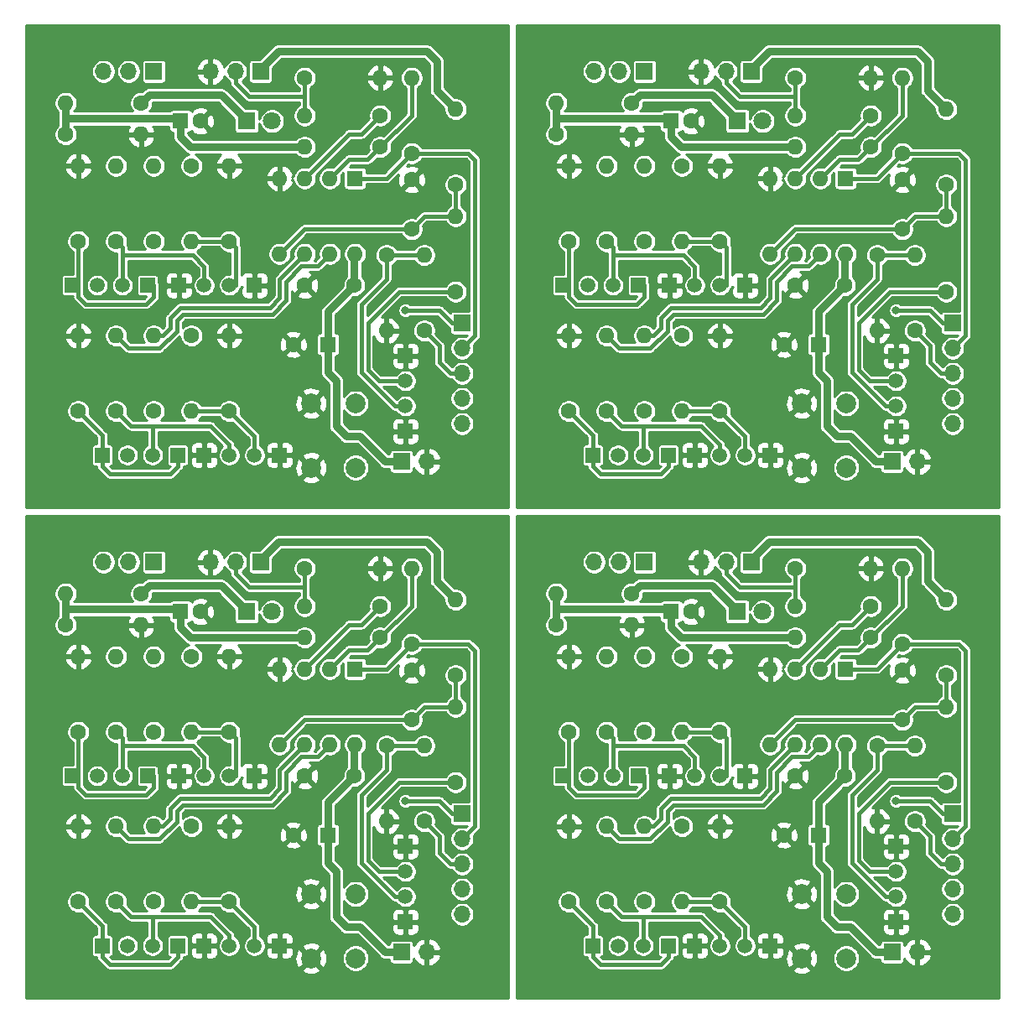
<source format=gbl>
G04 #@! TF.GenerationSoftware,KiCad,Pcbnew,5.1.5-52549c5~84~ubuntu18.04.1*
G04 #@! TF.CreationDate,2020-07-07T10:00:02+09:00*
G04 #@! TF.ProjectId,PulseOximeterTHT_rev4,50756c73-654f-4786-996d-657465725448,rev?*
G04 #@! TF.SameCoordinates,Original*
G04 #@! TF.FileFunction,Copper,L2,Bot*
G04 #@! TF.FilePolarity,Positive*
%FSLAX46Y46*%
G04 Gerber Fmt 4.6, Leading zero omitted, Abs format (unit mm)*
G04 Created by KiCad (PCBNEW 5.1.5-52549c5~84~ubuntu18.04.1) date 2020-07-07 10:00:02*
%MOMM*%
%LPD*%
G04 APERTURE LIST*
%ADD10O,1.600000X1.600000*%
%ADD11C,1.600000*%
%ADD12R,1.700000X1.700000*%
%ADD13O,1.700000X1.700000*%
%ADD14R,1.600000X1.600000*%
%ADD15C,4.000000*%
%ADD16C,1.500000*%
%ADD17R,1.500000X1.500000*%
%ADD18C,1.800000*%
%ADD19R,1.800000X1.800000*%
%ADD20C,2.000000*%
%ADD21C,0.800000*%
%ADD22C,0.400000*%
%ADD23C,0.800000*%
%ADD24C,0.254000*%
G04 APERTURE END LIST*
D10*
X207010000Y-125095000D03*
D11*
X199390000Y-125095000D03*
D10*
X157480000Y-125095000D03*
D11*
X149860000Y-125095000D03*
D10*
X207010000Y-75565000D03*
D11*
X199390000Y-75565000D03*
D10*
X200659999Y-145415000D03*
D11*
X200659999Y-153035000D03*
D10*
X151129999Y-145415000D03*
D11*
X151129999Y-153035000D03*
D10*
X200659999Y-95885000D03*
D11*
X200659999Y-103505000D03*
D12*
X219075000Y-118745000D03*
D13*
X216535000Y-118745000D03*
X213995000Y-118745000D03*
D12*
X169545000Y-118745000D03*
D13*
X167005000Y-118745000D03*
X164465000Y-118745000D03*
D12*
X219075000Y-69215000D03*
D13*
X216535000Y-69215000D03*
X213995000Y-69215000D03*
D11*
X212979000Y-123750000D03*
D14*
X210979000Y-123750000D03*
D11*
X163449000Y-123750000D03*
D14*
X161449000Y-123750000D03*
D11*
X212979000Y-74220000D03*
D14*
X210979000Y-74220000D03*
D15*
X198755000Y-159385000D03*
X149225000Y-159385000D03*
X198755000Y-109855000D03*
D10*
X228600000Y-137160000D03*
X220980000Y-129540000D03*
X226060000Y-137160000D03*
X223520000Y-129540000D03*
X223520000Y-137160000D03*
X226060000Y-129540000D03*
X220980000Y-137160000D03*
D14*
X228600000Y-129540000D03*
D10*
X179070000Y-137160000D03*
X171450000Y-129540000D03*
X176530000Y-137160000D03*
X173990000Y-129540000D03*
X173990000Y-137160000D03*
X176530000Y-129540000D03*
X171450000Y-137160000D03*
D14*
X179070000Y-129540000D03*
D10*
X228600000Y-87630000D03*
X220980000Y-80010000D03*
X226060000Y-87630000D03*
X223520000Y-80010000D03*
X223520000Y-87630000D03*
X226060000Y-80010000D03*
X220980000Y-87630000D03*
D14*
X228600000Y-80010000D03*
D10*
X215900000Y-128270000D03*
D11*
X215900000Y-135890000D03*
D10*
X166370000Y-128270000D03*
D11*
X166370000Y-135890000D03*
D10*
X215900000Y-78740000D03*
D11*
X215900000Y-86360000D03*
D10*
X234315000Y-119380000D03*
D11*
X234315000Y-127000000D03*
D10*
X184785000Y-119380000D03*
D11*
X184785000Y-127000000D03*
D10*
X234315000Y-69850000D03*
D11*
X234315000Y-77470000D03*
D16*
X205613000Y-157480000D03*
X208153000Y-157480000D03*
D17*
X203073000Y-157480000D03*
X210693000Y-157480000D03*
D16*
X156083000Y-157480000D03*
X158623000Y-157480000D03*
D17*
X153543000Y-157480000D03*
X161163000Y-157480000D03*
D16*
X205613000Y-107950000D03*
X208153000Y-107950000D03*
D17*
X203073000Y-107950000D03*
X210693000Y-107950000D03*
D11*
X212090000Y-128270000D03*
D10*
X212090000Y-135890000D03*
D11*
X162560000Y-128270000D03*
D10*
X162560000Y-135890000D03*
D11*
X212090000Y-78740000D03*
D10*
X212090000Y-86360000D03*
D11*
X238760000Y-130175000D03*
D10*
X238760000Y-122555000D03*
D11*
X189230000Y-130175000D03*
D10*
X189230000Y-122555000D03*
D11*
X238760000Y-80645000D03*
D10*
X238760000Y-73025000D03*
X208280000Y-128270000D03*
D11*
X208280000Y-135890000D03*
D10*
X158750000Y-128270000D03*
D11*
X158750000Y-135890000D03*
D10*
X208280000Y-78740000D03*
D11*
X208280000Y-86360000D03*
X222377000Y-146303999D03*
D14*
X225877000Y-146303999D03*
D11*
X172847000Y-146303999D03*
D14*
X176347000Y-146303999D03*
D11*
X222377000Y-96773999D03*
D14*
X225877000Y-96773999D03*
D17*
X207645001Y-140335000D03*
X200025001Y-140335000D03*
D16*
X205105001Y-140335000D03*
X202565001Y-140335000D03*
D17*
X158115001Y-140335000D03*
X150495001Y-140335000D03*
D16*
X155575001Y-140335000D03*
X153035001Y-140335000D03*
D17*
X207645001Y-90805000D03*
X200025001Y-90805000D03*
D16*
X205105001Y-90805000D03*
X202565001Y-90805000D03*
D15*
X240665000Y-117475000D03*
X191135000Y-117475000D03*
X240665000Y-67945000D03*
D11*
X223520000Y-140335000D03*
X228520000Y-140335000D03*
X173990000Y-140335000D03*
X178990000Y-140335000D03*
X223520000Y-90805000D03*
X228520000Y-90805000D03*
X200660000Y-135890000D03*
D10*
X200660000Y-128270000D03*
D11*
X151130000Y-135890000D03*
D10*
X151130000Y-128270000D03*
D11*
X200660000Y-86360000D03*
D10*
X200660000Y-78740000D03*
D11*
X204470000Y-153035000D03*
D10*
X204470000Y-145415000D03*
D11*
X154940000Y-153035000D03*
D10*
X154940000Y-145415000D03*
D11*
X204470000Y-103505000D03*
D10*
X204470000Y-95885000D03*
D15*
X198755000Y-117475000D03*
X149225000Y-117475000D03*
X198755000Y-67945000D03*
D11*
X235585000Y-144907000D03*
D10*
X235585000Y-137287000D03*
D11*
X186055000Y-144907000D03*
D10*
X186055000Y-137287000D03*
D11*
X235585000Y-95377000D03*
D10*
X235585000Y-87757000D03*
D11*
X207010000Y-121920000D03*
D10*
X199390000Y-121920000D03*
D11*
X157480000Y-121920000D03*
D10*
X149860000Y-121920000D03*
D11*
X207010000Y-72390000D03*
D10*
X199390000Y-72390000D03*
D13*
X239395000Y-154305000D03*
X239395000Y-151765000D03*
X239395000Y-149225000D03*
X239395000Y-146685000D03*
D12*
X239395000Y-144145000D03*
D13*
X189865000Y-154305000D03*
X189865000Y-151765000D03*
X189865000Y-149225000D03*
X189865000Y-146685000D03*
D12*
X189865000Y-144145000D03*
D13*
X239395000Y-104775000D03*
X239395000Y-102235000D03*
X239395000Y-99695000D03*
X239395000Y-97155000D03*
D12*
X239395000Y-94615000D03*
D17*
X220980000Y-157480000D03*
X213360000Y-157480000D03*
D16*
X218440000Y-157480000D03*
X215900000Y-157480000D03*
D17*
X171450000Y-157480000D03*
X163830000Y-157480000D03*
D16*
X168910000Y-157480000D03*
X166370000Y-157480000D03*
D17*
X220980000Y-107950000D03*
X213360000Y-107950000D03*
D16*
X218440000Y-107950000D03*
X215900000Y-107950000D03*
D10*
X231140000Y-119380000D03*
D11*
X223520000Y-119380000D03*
D10*
X181610000Y-119380000D03*
D11*
X173990000Y-119380000D03*
D10*
X231140000Y-69850000D03*
D11*
X223520000Y-69850000D03*
D18*
X220218001Y-123750000D03*
D19*
X217678001Y-123750000D03*
D18*
X170688001Y-123750000D03*
D19*
X168148001Y-123750000D03*
D18*
X220218001Y-74220000D03*
D19*
X217678001Y-74220000D03*
D20*
X228655000Y-158750000D03*
X224155000Y-158750000D03*
X228655000Y-152250000D03*
X224155000Y-152250000D03*
X179125000Y-158750000D03*
X174625000Y-158750000D03*
X179125000Y-152250000D03*
X174625000Y-152250000D03*
X228655000Y-109220000D03*
X224155000Y-109220000D03*
X228655000Y-102720000D03*
X224155000Y-102720000D03*
D11*
X231140000Y-126365000D03*
D10*
X223520000Y-126365000D03*
D11*
X181610000Y-126365000D03*
D10*
X173990000Y-126365000D03*
D11*
X231140000Y-76835000D03*
D10*
X223520000Y-76835000D03*
D11*
X208280000Y-153035000D03*
D10*
X208280000Y-145415000D03*
D11*
X158750000Y-153035000D03*
D10*
X158750000Y-145415000D03*
D11*
X208280000Y-103505000D03*
D10*
X208280000Y-95885000D03*
X204470000Y-128270000D03*
D11*
X204470000Y-135890000D03*
D10*
X154940000Y-128270000D03*
D11*
X154940000Y-135890000D03*
D10*
X204470000Y-78740000D03*
D11*
X204470000Y-86360000D03*
D10*
X223520000Y-123190000D03*
D11*
X231140000Y-123190000D03*
D10*
X173990000Y-123190000D03*
D11*
X181610000Y-123190000D03*
D10*
X223520000Y-73660000D03*
D11*
X231140000Y-73660000D03*
X215900000Y-153035000D03*
D10*
X215900000Y-145415000D03*
D11*
X166370000Y-153035000D03*
D10*
X166370000Y-145415000D03*
D11*
X215900000Y-103505000D03*
D10*
X215900000Y-95885000D03*
X231774999Y-144907000D03*
D11*
X231774999Y-137287000D03*
D10*
X182244999Y-144907000D03*
D11*
X182244999Y-137287000D03*
D10*
X231774999Y-95377000D03*
D11*
X231774999Y-87757000D03*
D10*
X212089999Y-153035000D03*
D11*
X212089999Y-145415000D03*
D10*
X162559999Y-153035000D03*
D11*
X162559999Y-145415000D03*
D10*
X212089999Y-103505000D03*
D11*
X212089999Y-95885000D03*
D13*
X235839000Y-158115000D03*
D12*
X233299000Y-158115000D03*
D13*
X186309000Y-158115000D03*
D12*
X183769000Y-158115000D03*
D13*
X235839000Y-108585000D03*
D12*
X233299000Y-108585000D03*
D11*
X234315000Y-134667000D03*
X234315000Y-129667000D03*
X184785000Y-134667000D03*
X184785000Y-129667000D03*
X234315000Y-85137000D03*
X234315000Y-80137000D03*
X238760000Y-140970000D03*
D10*
X238760000Y-133350000D03*
D11*
X189230000Y-140970000D03*
D10*
X189230000Y-133350000D03*
D11*
X238760000Y-91440000D03*
D10*
X238760000Y-83820000D03*
D12*
X208280000Y-118745001D03*
D13*
X205740000Y-118745001D03*
X203200000Y-118745001D03*
D12*
X158750000Y-118745001D03*
D13*
X156210000Y-118745001D03*
X153670000Y-118745001D03*
D12*
X208280000Y-69215001D03*
D13*
X205740000Y-69215001D03*
X203200000Y-69215001D03*
D15*
X240665000Y-159385000D03*
X191135000Y-159385000D03*
X240665000Y-109855000D03*
D17*
X233680000Y-155067000D03*
X233680000Y-147447000D03*
D16*
X233680000Y-152527000D03*
X233680000Y-149987000D03*
D17*
X184150000Y-155067000D03*
X184150000Y-147447000D03*
D16*
X184150000Y-152527000D03*
X184150000Y-149987000D03*
D17*
X233680000Y-105537000D03*
X233680000Y-97917000D03*
D16*
X233680000Y-102997000D03*
X233680000Y-100457000D03*
D17*
X218440000Y-140335000D03*
X210820000Y-140335000D03*
D16*
X215900000Y-140335000D03*
X213360000Y-140335000D03*
D17*
X168910000Y-140335000D03*
X161290000Y-140335000D03*
D16*
X166370000Y-140335000D03*
X163830000Y-140335000D03*
D17*
X218440000Y-90805000D03*
X210820000Y-90805000D03*
D16*
X215900000Y-90805000D03*
X213360000Y-90805000D03*
X163830000Y-90805000D03*
X166370000Y-90805000D03*
D17*
X161290000Y-90805000D03*
X168910000Y-90805000D03*
D16*
X184150000Y-100457000D03*
X184150000Y-102997000D03*
D17*
X184150000Y-97917000D03*
X184150000Y-105537000D03*
D15*
X191135000Y-109855000D03*
D14*
X161449000Y-74220000D03*
D11*
X163449000Y-74220000D03*
D12*
X189865000Y-94615000D03*
D13*
X189865000Y-97155000D03*
X189865000Y-99695000D03*
X189865000Y-102235000D03*
X189865000Y-104775000D03*
D11*
X184785000Y-80137000D03*
X184785000Y-85137000D03*
D10*
X189230000Y-73025000D03*
D11*
X189230000Y-80645000D03*
X151129999Y-103505000D03*
D10*
X151129999Y-95885000D03*
D13*
X164465000Y-69215000D03*
X167005000Y-69215000D03*
D12*
X169545000Y-69215000D03*
D19*
X168148001Y-74220000D03*
D18*
X170688001Y-74220000D03*
D15*
X149225000Y-109855000D03*
D14*
X179070000Y-80010000D03*
D10*
X171450000Y-87630000D03*
X176530000Y-80010000D03*
X173990000Y-87630000D03*
X173990000Y-80010000D03*
X176530000Y-87630000D03*
X171450000Y-80010000D03*
X179070000Y-87630000D03*
D15*
X191135000Y-67945000D03*
D16*
X153035001Y-90805000D03*
X155575001Y-90805000D03*
D17*
X150495001Y-90805000D03*
X158115001Y-90805000D03*
D20*
X174625000Y-102720000D03*
X179125000Y-102720000D03*
X174625000Y-109220000D03*
X179125000Y-109220000D03*
D10*
X151130000Y-78740000D03*
D11*
X151130000Y-86360000D03*
X181610000Y-73660000D03*
D10*
X173990000Y-73660000D03*
D17*
X161163000Y-107950000D03*
X153543000Y-107950000D03*
D16*
X158623000Y-107950000D03*
X156083000Y-107950000D03*
D11*
X184785000Y-77470000D03*
D10*
X184785000Y-69850000D03*
X173990000Y-76835000D03*
D11*
X181610000Y-76835000D03*
X149860000Y-75565000D03*
D10*
X157480000Y-75565000D03*
D11*
X173990000Y-69850000D03*
D10*
X181610000Y-69850000D03*
D13*
X153670000Y-69215001D03*
X156210000Y-69215001D03*
D12*
X158750000Y-69215001D03*
D11*
X178990000Y-90805000D03*
X173990000Y-90805000D03*
X154940000Y-86360000D03*
D10*
X154940000Y-78740000D03*
D11*
X162559999Y-95885000D03*
D10*
X162559999Y-103505000D03*
D11*
X166370000Y-86360000D03*
D10*
X166370000Y-78740000D03*
D11*
X158750000Y-86360000D03*
D10*
X158750000Y-78740000D03*
X149860000Y-72390000D03*
D11*
X157480000Y-72390000D03*
D10*
X189230000Y-83820000D03*
D11*
X189230000Y-91440000D03*
D10*
X158750000Y-95885000D03*
D11*
X158750000Y-103505000D03*
D10*
X166370000Y-95885000D03*
D11*
X166370000Y-103505000D03*
D15*
X149225000Y-67945000D03*
D10*
X154940000Y-95885000D03*
D11*
X154940000Y-103505000D03*
D16*
X166370000Y-107950000D03*
X168910000Y-107950000D03*
D17*
X163830000Y-107950000D03*
X171450000Y-107950000D03*
D10*
X162560000Y-86360000D03*
D11*
X162560000Y-78740000D03*
D14*
X176347000Y-96773999D03*
D11*
X172847000Y-96773999D03*
D10*
X186055000Y-87757000D03*
D11*
X186055000Y-95377000D03*
X182244999Y-87757000D03*
D10*
X182244999Y-95377000D03*
D12*
X183769000Y-108585000D03*
D13*
X186309000Y-108585000D03*
D21*
X151130000Y-97790000D03*
X151130000Y-101600000D03*
X151129999Y-80645000D03*
X151129999Y-84455000D03*
X149225000Y-106045000D03*
X148590000Y-73660000D03*
X169545000Y-80645000D03*
X179705000Y-69850000D03*
X175895000Y-69850000D03*
X151765000Y-75565000D03*
X151765000Y-72390000D03*
X175895000Y-73660000D03*
X175895000Y-76835000D03*
X179705000Y-76835000D03*
X179705000Y-73660000D03*
X189230000Y-74930000D03*
X189230000Y-78740000D03*
X189230000Y-89535000D03*
X189230000Y-85725000D03*
X186055000Y-90170000D03*
X154940000Y-84455000D03*
X158750000Y-84455000D03*
X162560000Y-84455000D03*
X154940000Y-80645000D03*
X162560000Y-80645000D03*
X166370000Y-80645000D03*
X154940000Y-101600000D03*
X158750000Y-101600000D03*
X162560000Y-101600000D03*
X166370000Y-101600000D03*
X154940000Y-97790000D03*
X162560000Y-97790000D03*
X166370000Y-97790000D03*
X181610000Y-83185000D03*
X155575000Y-72390001D03*
X155575000Y-75565001D03*
X184785000Y-75565001D03*
X170815000Y-102870000D03*
X168910000Y-96520000D03*
X175641000Y-105791000D03*
X147955000Y-90805000D03*
X165735000Y-74295000D03*
X172085000Y-69469000D03*
X161925000Y-69469000D03*
X164465000Y-82169000D03*
X170815000Y-83439000D03*
X170815000Y-85979000D03*
X174371000Y-85979000D03*
X178943000Y-81915000D03*
X187325000Y-104521000D03*
X181737001Y-98933000D03*
X186309000Y-97409000D03*
X176530000Y-83439000D03*
X179070000Y-85979000D03*
X238760000Y-89535000D03*
X189230000Y-139065000D03*
X238760000Y-139065000D03*
X238760000Y-78740000D03*
X189230000Y-128270000D03*
X238760000Y-128270000D03*
X223901000Y-85979000D03*
X174371000Y-135509000D03*
X223901000Y-135509000D03*
X228473000Y-81915000D03*
X178943000Y-131445000D03*
X228473000Y-131445000D03*
X236855000Y-104521000D03*
X187325000Y-154051000D03*
X236855000Y-154051000D03*
X231267001Y-98933000D03*
X181737001Y-148463000D03*
X231267001Y-148463000D03*
X235839000Y-97409000D03*
X186309000Y-146939000D03*
X235839000Y-146939000D03*
X226060000Y-83439000D03*
X176530000Y-132969000D03*
X226060000Y-132969000D03*
X228600000Y-85979000D03*
X179070000Y-135509000D03*
X228600000Y-135509000D03*
X204470000Y-84455000D03*
X154940000Y-133985000D03*
X204470000Y-133985000D03*
X208280000Y-84455000D03*
X158750000Y-133985000D03*
X208280000Y-133985000D03*
X204470000Y-80645000D03*
X154940000Y-130175000D03*
X204470000Y-130175000D03*
X212090000Y-80645000D03*
X162560000Y-130175000D03*
X212090000Y-130175000D03*
X215900000Y-80645000D03*
X166370000Y-130175000D03*
X215900000Y-130175000D03*
X204470000Y-101600000D03*
X154940000Y-151130000D03*
X204470000Y-151130000D03*
X208280000Y-101600000D03*
X158750000Y-151130000D03*
X208280000Y-151130000D03*
X212090000Y-101600000D03*
X162560000Y-151130000D03*
X212090000Y-151130000D03*
X215900000Y-101600000D03*
X166370000Y-151130000D03*
X215900000Y-151130000D03*
X204470000Y-97790000D03*
X154940000Y-147320000D03*
X204470000Y-147320000D03*
X200660000Y-101600000D03*
X151130000Y-151130000D03*
X200660000Y-151130000D03*
X200659999Y-80645000D03*
X151129999Y-130175000D03*
X200659999Y-130175000D03*
X200659999Y-84455000D03*
X151129999Y-133985000D03*
X200659999Y-133985000D03*
X198755000Y-106045000D03*
X149225000Y-155575000D03*
X198755000Y-155575000D03*
X198120000Y-73660000D03*
X148590000Y-123190000D03*
X198120000Y-123190000D03*
X219075000Y-80645000D03*
X169545000Y-130175000D03*
X219075000Y-130175000D03*
X229235000Y-69850000D03*
X179705000Y-119380000D03*
X229235000Y-119380000D03*
X225425000Y-69850000D03*
X175895000Y-119380000D03*
X225425000Y-119380000D03*
X201295000Y-75565000D03*
X151765000Y-125095000D03*
X201295000Y-125095000D03*
X201295000Y-72390000D03*
X151765000Y-121920000D03*
X201295000Y-121920000D03*
X225425000Y-73660000D03*
X175895000Y-123190000D03*
X225425000Y-123190000D03*
X225425000Y-76835000D03*
X175895000Y-126365000D03*
X225425000Y-126365000D03*
X229235000Y-76835000D03*
X179705000Y-126365000D03*
X229235000Y-126365000D03*
X229235000Y-73660000D03*
X179705000Y-123190000D03*
X229235000Y-123190000D03*
X238760000Y-74930000D03*
X189230000Y-124460000D03*
X238760000Y-124460000D03*
X200660000Y-97790000D03*
X151130000Y-147320000D03*
X200660000Y-147320000D03*
X235585000Y-90170000D03*
X186055000Y-139700000D03*
X235585000Y-139700000D03*
X212090000Y-97790000D03*
X162560000Y-147320000D03*
X212090000Y-147320000D03*
X215900000Y-97790000D03*
X166370000Y-147320000D03*
X215900000Y-147320000D03*
X231140000Y-83185000D03*
X181610000Y-132715000D03*
X231140000Y-132715000D03*
X205105000Y-72390001D03*
X155575000Y-121920001D03*
X205105000Y-121920001D03*
X205105000Y-75565001D03*
X155575000Y-125095001D03*
X205105000Y-125095001D03*
X234315000Y-75565001D03*
X184785000Y-125095001D03*
X234315000Y-125095001D03*
X220345000Y-102870000D03*
X170815000Y-152400000D03*
X220345000Y-152400000D03*
X218440000Y-96520000D03*
X168910000Y-146050000D03*
X218440000Y-146050000D03*
X225171000Y-105791000D03*
X175641000Y-155321000D03*
X225171000Y-155321000D03*
X197485000Y-90805000D03*
X147955000Y-140335000D03*
X197485000Y-140335000D03*
X215265000Y-74295000D03*
X165735000Y-123825000D03*
X215265000Y-123825000D03*
X221615000Y-69469000D03*
X172085000Y-118999000D03*
X221615000Y-118999000D03*
X211455000Y-69469000D03*
X161925000Y-118999000D03*
X211455000Y-118999000D03*
X213995000Y-82169000D03*
X164465000Y-131699000D03*
X213995000Y-131699000D03*
X220345000Y-83439000D03*
X170815000Y-132969000D03*
X220345000Y-132969000D03*
X220345000Y-85979000D03*
X170815000Y-135509000D03*
X220345000Y-135509000D03*
X238760000Y-85725000D03*
X189230000Y-135255000D03*
X238760000Y-135255000D03*
X212090000Y-84455000D03*
X162560000Y-133985000D03*
X212090000Y-133985000D03*
X184150000Y-93345000D03*
X233680000Y-93345000D03*
X184150000Y-142875000D03*
X233680000Y-142875000D03*
D22*
X189230000Y-80645000D02*
X189230000Y-83820000D01*
X186102000Y-83820000D02*
X189230000Y-83820000D01*
X184785000Y-85137000D02*
X186102000Y-83820000D01*
X173990000Y-85090000D02*
X184150000Y-85090000D01*
X171450000Y-87630000D02*
X173990000Y-85090000D01*
X184197000Y-85137000D02*
X184150000Y-85090000D01*
X184785000Y-85137000D02*
X184197000Y-85137000D01*
X220980000Y-87630000D02*
X223520000Y-85090000D01*
X171450000Y-137160000D02*
X173990000Y-134620000D01*
X220980000Y-137160000D02*
X223520000Y-134620000D01*
X233727000Y-85137000D02*
X233680000Y-85090000D01*
X184197000Y-134667000D02*
X184150000Y-134620000D01*
X233727000Y-134667000D02*
X233680000Y-134620000D01*
X234315000Y-85137000D02*
X233727000Y-85137000D01*
X184785000Y-134667000D02*
X184197000Y-134667000D01*
X234315000Y-134667000D02*
X233727000Y-134667000D01*
X223520000Y-85090000D02*
X233680000Y-85090000D01*
X173990000Y-134620000D02*
X184150000Y-134620000D01*
X223520000Y-134620000D02*
X233680000Y-134620000D01*
X234315000Y-85137000D02*
X235632000Y-83820000D01*
X184785000Y-134667000D02*
X186102000Y-133350000D01*
X234315000Y-134667000D02*
X235632000Y-133350000D01*
X238760000Y-80645000D02*
X238760000Y-83820000D01*
X189230000Y-130175000D02*
X189230000Y-133350000D01*
X238760000Y-130175000D02*
X238760000Y-133350000D01*
X235632000Y-83820000D02*
X238760000Y-83820000D01*
X186102000Y-133350000D02*
X189230000Y-133350000D01*
X235632000Y-133350000D02*
X238760000Y-133350000D01*
X187579000Y-98611081D02*
X187579000Y-96900999D01*
X187579000Y-96900999D02*
X186055000Y-95377000D01*
X188662919Y-99695000D02*
X187579000Y-98611081D01*
X189865000Y-99695000D02*
X188662919Y-99695000D01*
X237109000Y-96900999D02*
X235585000Y-95377000D01*
X187579000Y-146430999D02*
X186055000Y-144907000D01*
X237109000Y-146430999D02*
X235585000Y-144907000D01*
X238192919Y-99695000D02*
X237109000Y-98611081D01*
X188662919Y-149225000D02*
X187579000Y-148141081D01*
X238192919Y-149225000D02*
X237109000Y-148141081D01*
X239395000Y-99695000D02*
X238192919Y-99695000D01*
X189865000Y-149225000D02*
X188662919Y-149225000D01*
X239395000Y-149225000D02*
X238192919Y-149225000D01*
X237109000Y-98611081D02*
X237109000Y-96900999D01*
X187579000Y-148141081D02*
X187579000Y-146430999D01*
X237109000Y-148141081D02*
X237109000Y-146430999D01*
X188849000Y-94615000D02*
X189865000Y-94615000D01*
X184150000Y-93345000D02*
X187579000Y-93345000D01*
X187579000Y-93345000D02*
X188849000Y-94615000D01*
X238379000Y-94615000D02*
X239395000Y-94615000D01*
X188849000Y-144145000D02*
X189865000Y-144145000D01*
X238379000Y-144145000D02*
X239395000Y-144145000D01*
X233680000Y-93345000D02*
X237109000Y-93345000D01*
X184150000Y-142875000D02*
X187579000Y-142875000D01*
X233680000Y-142875000D02*
X237109000Y-142875000D01*
X237109000Y-93345000D02*
X238379000Y-94615000D01*
X187579000Y-142875000D02*
X188849000Y-144145000D01*
X237109000Y-142875000D02*
X238379000Y-144145000D01*
X173990000Y-80010000D02*
X178435000Y-75565001D01*
X179705000Y-75565000D02*
X181610000Y-73660000D01*
X178435000Y-75565001D02*
X179705000Y-75565000D01*
X223520000Y-80010000D02*
X227965000Y-75565001D01*
X173990000Y-129540000D02*
X178435000Y-125095001D01*
X223520000Y-129540000D02*
X227965000Y-125095001D01*
X229235000Y-75565000D02*
X231140000Y-73660000D01*
X179705000Y-125095000D02*
X181610000Y-123190000D01*
X229235000Y-125095000D02*
X231140000Y-123190000D01*
X227965000Y-75565001D02*
X229235000Y-75565000D01*
X178435000Y-125095001D02*
X179705000Y-125095000D01*
X227965000Y-125095001D02*
X229235000Y-125095000D01*
X154940000Y-103505000D02*
X156464000Y-105029000D01*
X158623000Y-106889339D02*
X158623000Y-105029000D01*
X158623000Y-107950000D02*
X158623000Y-106889339D01*
X156464000Y-105029000D02*
X158623000Y-105029000D01*
X166287660Y-106807000D02*
X166370000Y-106889340D01*
X166243000Y-106807000D02*
X166287660Y-106807000D01*
X166370000Y-106889340D02*
X166370000Y-107950000D01*
X164465000Y-105029000D02*
X166243000Y-106807000D01*
X158623000Y-105029000D02*
X164465000Y-105029000D01*
X204470000Y-103505000D02*
X205994000Y-105029000D01*
X154940000Y-153035000D02*
X156464000Y-154559000D01*
X204470000Y-153035000D02*
X205994000Y-154559000D01*
X208153000Y-106889339D02*
X208153000Y-105029000D01*
X158623000Y-156419339D02*
X158623000Y-154559000D01*
X208153000Y-156419339D02*
X208153000Y-154559000D01*
X208153000Y-107950000D02*
X208153000Y-106889339D01*
X158623000Y-157480000D02*
X158623000Y-156419339D01*
X208153000Y-157480000D02*
X208153000Y-156419339D01*
X205994000Y-105029000D02*
X208153000Y-105029000D01*
X156464000Y-154559000D02*
X158623000Y-154559000D01*
X205994000Y-154559000D02*
X208153000Y-154559000D01*
X215817660Y-106807000D02*
X215900000Y-106889340D01*
X166287660Y-156337000D02*
X166370000Y-156419340D01*
X215817660Y-156337000D02*
X215900000Y-156419340D01*
X215773000Y-106807000D02*
X215817660Y-106807000D01*
X166243000Y-156337000D02*
X166287660Y-156337000D01*
X215773000Y-156337000D02*
X215817660Y-156337000D01*
X215900000Y-106889340D02*
X215900000Y-107950000D01*
X166370000Y-156419340D02*
X166370000Y-157480000D01*
X215900000Y-156419340D02*
X215900000Y-157480000D01*
X213995000Y-105029000D02*
X215773000Y-106807000D01*
X164465000Y-154559000D02*
X166243000Y-156337000D01*
X213995000Y-154559000D02*
X215773000Y-156337000D01*
X208153000Y-105029000D02*
X213995000Y-105029000D01*
X158623000Y-154559000D02*
X164465000Y-154559000D01*
X208153000Y-154559000D02*
X213995000Y-154559000D01*
X155575000Y-86995000D02*
X154940000Y-86360000D01*
X155575000Y-90805000D02*
X155575001Y-87757000D01*
X155575001Y-87757000D02*
X155575000Y-86995000D01*
X163830000Y-88900000D02*
X163830000Y-90804999D01*
X155575001Y-87757000D02*
X162687000Y-87757000D01*
X162687000Y-87757000D02*
X163830000Y-88900000D01*
X205105000Y-86995000D02*
X204470000Y-86360000D01*
X155575000Y-136525000D02*
X154940000Y-135890000D01*
X205105000Y-136525000D02*
X204470000Y-135890000D01*
X205105000Y-90805000D02*
X205105001Y-87757000D01*
X155575000Y-140335000D02*
X155575001Y-137287000D01*
X205105000Y-140335000D02*
X205105001Y-137287000D01*
X205105001Y-87757000D02*
X205105000Y-86995000D01*
X155575001Y-137287000D02*
X155575000Y-136525000D01*
X205105001Y-137287000D02*
X205105000Y-136525000D01*
X213360000Y-88900000D02*
X213360000Y-90804999D01*
X163830000Y-138430000D02*
X163830000Y-140334999D01*
X213360000Y-138430000D02*
X213360000Y-140334999D01*
X205105001Y-87757000D02*
X212217000Y-87757000D01*
X155575001Y-137287000D02*
X162687000Y-137287000D01*
X205105001Y-137287000D02*
X212217000Y-137287000D01*
X212217000Y-87757000D02*
X213360000Y-88900000D01*
X162687000Y-137287000D02*
X163830000Y-138430000D01*
X212217000Y-137287000D02*
X213360000Y-138430000D01*
D23*
X179579000Y-106045000D02*
X178181000Y-106045000D01*
X178181000Y-106045000D02*
X177165000Y-105029000D01*
X176347000Y-99639000D02*
X176347000Y-96773999D01*
X176347000Y-93448000D02*
X178990000Y-90805000D01*
X176347000Y-96773999D02*
X176347000Y-93448000D01*
X178990000Y-87710000D02*
X179070000Y-87630000D01*
X178990000Y-90805000D02*
X178990000Y-87710000D01*
X177165000Y-100457000D02*
X176347000Y-99639000D01*
X177165000Y-105029000D02*
X177165000Y-100457000D01*
X182119000Y-108585000D02*
X183769000Y-108585000D01*
X179579000Y-106045000D02*
X182119000Y-108585000D01*
X226695000Y-105029000D02*
X226695000Y-100457000D01*
X177165000Y-154559000D02*
X177165000Y-149987000D01*
X226695000Y-154559000D02*
X226695000Y-149987000D01*
X231649000Y-108585000D02*
X233299000Y-108585000D01*
X182119000Y-158115000D02*
X183769000Y-158115000D01*
X231649000Y-158115000D02*
X233299000Y-158115000D01*
X229109000Y-106045000D02*
X231649000Y-108585000D01*
X179579000Y-155575000D02*
X182119000Y-158115000D01*
X229109000Y-155575000D02*
X231649000Y-158115000D01*
X225877000Y-93448000D02*
X228520000Y-90805000D01*
X176347000Y-142978000D02*
X178990000Y-140335000D01*
X225877000Y-142978000D02*
X228520000Y-140335000D01*
X225877000Y-96773999D02*
X225877000Y-93448000D01*
X176347000Y-146303999D02*
X176347000Y-142978000D01*
X225877000Y-146303999D02*
X225877000Y-142978000D01*
X228520000Y-87710000D02*
X228600000Y-87630000D01*
X178990000Y-137240000D02*
X179070000Y-137160000D01*
X228520000Y-137240000D02*
X228600000Y-137160000D01*
X228520000Y-90805000D02*
X228520000Y-87710000D01*
X178990000Y-140335000D02*
X178990000Y-137240000D01*
X228520000Y-140335000D02*
X228520000Y-137240000D01*
X226695000Y-100457000D02*
X225877000Y-99639000D01*
X177165000Y-149987000D02*
X176347000Y-149169000D01*
X226695000Y-149987000D02*
X225877000Y-149169000D01*
X229109000Y-106045000D02*
X227711000Y-106045000D01*
X179579000Y-155575000D02*
X178181000Y-155575000D01*
X229109000Y-155575000D02*
X227711000Y-155575000D01*
X227711000Y-106045000D02*
X226695000Y-105029000D01*
X178181000Y-155575000D02*
X177165000Y-154559000D01*
X227711000Y-155575000D02*
X226695000Y-154559000D01*
X225877000Y-99639000D02*
X225877000Y-96773999D01*
X176347000Y-149169000D02*
X176347000Y-146303999D01*
X225877000Y-149169000D02*
X225877000Y-146303999D01*
D22*
X181610000Y-76835000D02*
X184785000Y-73660000D01*
X184785000Y-73660000D02*
X184785000Y-69849999D01*
X180340000Y-78104999D02*
X181610000Y-76835000D01*
X176530000Y-80010000D02*
X178435000Y-78105000D01*
X178435000Y-78105000D02*
X180340000Y-78104999D01*
X231140000Y-76835000D02*
X234315000Y-73660000D01*
X181610000Y-126365000D02*
X184785000Y-123190000D01*
X231140000Y-126365000D02*
X234315000Y-123190000D01*
X234315000Y-73660000D02*
X234315000Y-69849999D01*
X184785000Y-123190000D02*
X184785000Y-119379999D01*
X234315000Y-123190000D02*
X234315000Y-119379999D01*
X229870000Y-78104999D02*
X231140000Y-76835000D01*
X180340000Y-127634999D02*
X181610000Y-126365000D01*
X229870000Y-127634999D02*
X231140000Y-126365000D01*
X226060000Y-80010000D02*
X227965000Y-78105000D01*
X176530000Y-129540000D02*
X178435000Y-127635000D01*
X226060000Y-129540000D02*
X227965000Y-127635000D01*
X227965000Y-78105000D02*
X229870000Y-78104999D01*
X178435000Y-127635000D02*
X180340000Y-127634999D01*
X227965000Y-127635000D02*
X229870000Y-127634999D01*
D23*
X158279999Y-71590001D02*
X165570001Y-71590001D01*
X157480000Y-72390000D02*
X158279999Y-71590001D01*
X165570001Y-71590001D02*
X167259000Y-73279000D01*
X167259000Y-73279000D02*
X168148001Y-74220000D01*
X187325000Y-71120000D02*
X189230000Y-73025000D01*
X187325000Y-68199000D02*
X187325000Y-71120000D01*
X171323000Y-67183000D02*
X186309000Y-67183000D01*
X186309000Y-67183000D02*
X187325000Y-68199000D01*
X169545000Y-69215000D02*
X169545000Y-68961000D01*
X169545000Y-68961000D02*
X171323000Y-67183000D01*
X207809999Y-71590001D02*
X215100001Y-71590001D01*
X158279999Y-121120001D02*
X165570001Y-121120001D01*
X207809999Y-121120001D02*
X215100001Y-121120001D01*
X207010000Y-72390000D02*
X207809999Y-71590001D01*
X157480000Y-121920000D02*
X158279999Y-121120001D01*
X207010000Y-121920000D02*
X207809999Y-121120001D01*
X215100001Y-71590001D02*
X216789000Y-73279000D01*
X165570001Y-121120001D02*
X167259000Y-122809000D01*
X215100001Y-121120001D02*
X216789000Y-122809000D01*
X216789000Y-73279000D02*
X217678001Y-74220000D01*
X167259000Y-122809000D02*
X168148001Y-123750000D01*
X216789000Y-122809000D02*
X217678001Y-123750000D01*
X236855000Y-71120000D02*
X238760000Y-73025000D01*
X187325000Y-120650000D02*
X189230000Y-122555000D01*
X236855000Y-120650000D02*
X238760000Y-122555000D01*
X236855000Y-68199000D02*
X236855000Y-71120000D01*
X187325000Y-117729000D02*
X187325000Y-120650000D01*
X236855000Y-117729000D02*
X236855000Y-120650000D01*
X220853000Y-67183000D02*
X235839000Y-67183000D01*
X171323000Y-116713000D02*
X186309000Y-116713000D01*
X220853000Y-116713000D02*
X235839000Y-116713000D01*
X235839000Y-67183000D02*
X236855000Y-68199000D01*
X186309000Y-116713000D02*
X187325000Y-117729000D01*
X235839000Y-116713000D02*
X236855000Y-117729000D01*
X219075000Y-69215000D02*
X219075000Y-68961000D01*
X169545000Y-118745000D02*
X169545000Y-118491000D01*
X219075000Y-118745000D02*
X219075000Y-118491000D01*
X219075000Y-68961000D02*
X220853000Y-67183000D01*
X169545000Y-118491000D02*
X171323000Y-116713000D01*
X219075000Y-118491000D02*
X220853000Y-116713000D01*
D22*
X173990000Y-69850000D02*
X173990000Y-71755000D01*
X173990000Y-71755000D02*
X173990000Y-73660000D01*
X168342919Y-71755000D02*
X173990000Y-71755000D01*
X167005000Y-70417081D02*
X168342919Y-71755000D01*
X167005000Y-69215000D02*
X167005000Y-70417081D01*
X223520000Y-69850000D02*
X223520000Y-71755000D01*
X173990000Y-119380000D02*
X173990000Y-121285000D01*
X223520000Y-119380000D02*
X223520000Y-121285000D01*
X223520000Y-71755000D02*
X223520000Y-73660000D01*
X173990000Y-121285000D02*
X173990000Y-123190000D01*
X223520000Y-121285000D02*
X223520000Y-123190000D01*
X217872919Y-71755000D02*
X223520000Y-71755000D01*
X168342919Y-121285000D02*
X173990000Y-121285000D01*
X217872919Y-121285000D02*
X223520000Y-121285000D01*
X216535000Y-70417081D02*
X217872919Y-71755000D01*
X167005000Y-119947081D02*
X168342919Y-121285000D01*
X216535000Y-119947081D02*
X217872919Y-121285000D01*
X216535000Y-69215000D02*
X216535000Y-70417081D01*
X167005000Y-118745000D02*
X167005000Y-119947081D01*
X216535000Y-118745000D02*
X216535000Y-119947081D01*
X185916370Y-77470001D02*
X184785000Y-77470000D01*
X182245000Y-80010000D02*
X184785000Y-77470000D01*
X191165002Y-95854999D02*
X189865001Y-97155000D01*
X191165001Y-78135001D02*
X191165002Y-95854999D01*
X185281370Y-77470000D02*
X190499999Y-77470000D01*
X190499999Y-77470000D02*
X191165001Y-78135001D01*
X182245000Y-80010000D02*
X179070000Y-80010000D01*
X235446370Y-77470001D02*
X234315000Y-77470000D01*
X185916370Y-127000001D02*
X184785000Y-127000000D01*
X235446370Y-127000001D02*
X234315000Y-127000000D01*
X231775000Y-80010000D02*
X234315000Y-77470000D01*
X182245000Y-129540000D02*
X184785000Y-127000000D01*
X231775000Y-129540000D02*
X234315000Y-127000000D01*
X240695002Y-95854999D02*
X239395001Y-97155000D01*
X191165002Y-145384999D02*
X189865001Y-146685000D01*
X240695002Y-145384999D02*
X239395001Y-146685000D01*
X240695001Y-78135001D02*
X240695002Y-95854999D01*
X191165001Y-127665001D02*
X191165002Y-145384999D01*
X240695001Y-127665001D02*
X240695002Y-145384999D01*
X234811370Y-77470000D02*
X240029999Y-77470000D01*
X185281370Y-127000000D02*
X190499999Y-127000000D01*
X234811370Y-127000000D02*
X240029999Y-127000000D01*
X240029999Y-77470000D02*
X240695001Y-78135001D01*
X190499999Y-127000000D02*
X191165001Y-127665001D01*
X240029999Y-127000000D02*
X240695001Y-127665001D01*
X231775000Y-80010000D02*
X228600000Y-80010000D01*
X182245000Y-129540000D02*
X179070000Y-129540000D01*
X231775000Y-129540000D02*
X228600000Y-129540000D01*
D23*
X149860000Y-73977500D02*
X149860000Y-72390000D01*
X149860000Y-75565000D02*
X149860000Y-73977500D01*
X162464000Y-76835000D02*
X172858630Y-76835000D01*
X172858630Y-76835000D02*
X173990000Y-76835000D01*
X161449000Y-75820000D02*
X162464000Y-76835000D01*
X161449000Y-74220000D02*
X161449000Y-75820000D01*
X161206500Y-73977500D02*
X161449000Y-74220000D01*
X149860000Y-73977500D02*
X161206500Y-73977500D01*
X199390000Y-73977500D02*
X210736500Y-73977500D01*
X149860000Y-123507500D02*
X161206500Y-123507500D01*
X199390000Y-123507500D02*
X210736500Y-123507500D01*
X210736500Y-73977500D02*
X210979000Y-74220000D01*
X161206500Y-123507500D02*
X161449000Y-123750000D01*
X210736500Y-123507500D02*
X210979000Y-123750000D01*
X199390000Y-73977500D02*
X199390000Y-72390000D01*
X149860000Y-123507500D02*
X149860000Y-121920000D01*
X199390000Y-123507500D02*
X199390000Y-121920000D01*
X199390000Y-75565000D02*
X199390000Y-73977500D01*
X149860000Y-125095000D02*
X149860000Y-123507500D01*
X199390000Y-125095000D02*
X199390000Y-123507500D01*
X211994000Y-76835000D02*
X222388630Y-76835000D01*
X162464000Y-126365000D02*
X172858630Y-126365000D01*
X211994000Y-126365000D02*
X222388630Y-126365000D01*
X222388630Y-76835000D02*
X223520000Y-76835000D01*
X172858630Y-126365000D02*
X173990000Y-126365000D01*
X222388630Y-126365000D02*
X223520000Y-126365000D01*
X210979000Y-75820000D02*
X211994000Y-76835000D01*
X161449000Y-125350000D02*
X162464000Y-126365000D01*
X210979000Y-125350000D02*
X211994000Y-126365000D01*
X210979000Y-74220000D02*
X210979000Y-75820000D01*
X161449000Y-123750000D02*
X161449000Y-125350000D01*
X210979000Y-123750000D02*
X210979000Y-125350000D01*
D22*
X155739999Y-96684999D02*
X154940000Y-95885000D01*
X159350001Y-97135001D02*
X156190001Y-97135001D01*
X161071885Y-95413117D02*
X159350001Y-97135001D01*
X161701251Y-93726000D02*
X161071885Y-94355367D01*
X156190001Y-97135001D02*
X155739999Y-96684999D01*
X172100010Y-92344242D02*
X170718252Y-93726000D01*
X161071885Y-94355367D02*
X161071885Y-95413117D01*
X170718252Y-93726000D02*
X161701251Y-93726000D01*
X176530001Y-87630000D02*
X175279999Y-88880002D01*
X175279999Y-88880002D02*
X173659251Y-88880002D01*
X173659251Y-88880002D02*
X172100010Y-90439242D01*
X172100010Y-90439242D02*
X172100010Y-92344242D01*
X210601885Y-94355367D02*
X210601885Y-95413117D01*
X161071885Y-143885367D02*
X161071885Y-144943117D01*
X210601885Y-143885367D02*
X210601885Y-144943117D01*
X220248252Y-93726000D02*
X211231251Y-93726000D01*
X170718252Y-143256000D02*
X161701251Y-143256000D01*
X220248252Y-143256000D02*
X211231251Y-143256000D01*
X226060001Y-87630000D02*
X224809999Y-88880002D01*
X176530001Y-137160000D02*
X175279999Y-138410002D01*
X226060001Y-137160000D02*
X224809999Y-138410002D01*
X224809999Y-88880002D02*
X223189251Y-88880002D01*
X175279999Y-138410002D02*
X173659251Y-138410002D01*
X224809999Y-138410002D02*
X223189251Y-138410002D01*
X223189251Y-88880002D02*
X221630010Y-90439242D01*
X173659251Y-138410002D02*
X172100010Y-139969242D01*
X223189251Y-138410002D02*
X221630010Y-139969242D01*
X205269999Y-96684999D02*
X204470000Y-95885000D01*
X155739999Y-146214999D02*
X154940000Y-145415000D01*
X205269999Y-146214999D02*
X204470000Y-145415000D01*
X208880001Y-97135001D02*
X205720001Y-97135001D01*
X159350001Y-146665001D02*
X156190001Y-146665001D01*
X208880001Y-146665001D02*
X205720001Y-146665001D01*
X210601885Y-95413117D02*
X208880001Y-97135001D01*
X161071885Y-144943117D02*
X159350001Y-146665001D01*
X210601885Y-144943117D02*
X208880001Y-146665001D01*
X211231251Y-93726000D02*
X210601885Y-94355367D01*
X161701251Y-143256000D02*
X161071885Y-143885367D01*
X211231251Y-143256000D02*
X210601885Y-143885367D01*
X205720001Y-97135001D02*
X205269999Y-96684999D01*
X156190001Y-146665001D02*
X155739999Y-146214999D01*
X205720001Y-146665001D02*
X205269999Y-146214999D01*
X221630010Y-92344242D02*
X220248252Y-93726000D01*
X172100010Y-141874242D02*
X170718252Y-143256000D01*
X221630010Y-141874242D02*
X220248252Y-143256000D01*
X221630010Y-90439242D02*
X221630010Y-92344242D01*
X172100010Y-139969242D02*
X172100010Y-141874242D01*
X221630010Y-139969242D02*
X221630010Y-141874242D01*
X158750000Y-95884999D02*
X159680750Y-95885000D01*
X161432010Y-93075990D02*
X170449010Y-93075990D01*
X160421875Y-94086125D02*
X161432010Y-93075990D01*
X159680750Y-95885000D02*
X160421875Y-95143875D01*
X160421875Y-95143875D02*
X160421875Y-94086125D01*
X170449010Y-93075990D02*
X171450000Y-92075000D01*
X171450000Y-90170000D02*
X173989999Y-87630000D01*
X171450000Y-92075000D02*
X171450000Y-90170000D01*
X208280000Y-95884999D02*
X209210750Y-95885000D01*
X158750000Y-145414999D02*
X159680750Y-145415000D01*
X208280000Y-145414999D02*
X209210750Y-145415000D01*
X210962010Y-93075990D02*
X219979010Y-93075990D01*
X161432010Y-142605990D02*
X170449010Y-142605990D01*
X210962010Y-142605990D02*
X219979010Y-142605990D01*
X209951875Y-94086125D02*
X210962010Y-93075990D01*
X160421875Y-143616125D02*
X161432010Y-142605990D01*
X209951875Y-143616125D02*
X210962010Y-142605990D01*
X209210750Y-95885000D02*
X209951875Y-95143875D01*
X159680750Y-145415000D02*
X160421875Y-144673875D01*
X209210750Y-145415000D02*
X209951875Y-144673875D01*
X209951875Y-95143875D02*
X209951875Y-94086125D01*
X160421875Y-144673875D02*
X160421875Y-143616125D01*
X209951875Y-144673875D02*
X209951875Y-143616125D01*
X219979010Y-93075990D02*
X220980000Y-92075000D01*
X170449010Y-142605990D02*
X171450000Y-141605000D01*
X219979010Y-142605990D02*
X220980000Y-141605000D01*
X220980000Y-90170000D02*
X223519999Y-87630000D01*
X171450000Y-139700000D02*
X173989999Y-137160000D01*
X220980000Y-139700000D02*
X223519999Y-137160000D01*
X220980000Y-92075000D02*
X220980000Y-90170000D01*
X171450000Y-141605000D02*
X171450000Y-139700000D01*
X220980000Y-141605000D02*
X220980000Y-139700000D01*
X153543000Y-107950000D02*
X153543001Y-109100000D01*
X153543001Y-109100000D02*
X154298000Y-109855000D01*
X154298000Y-109855000D02*
X160408000Y-109855000D01*
X160408000Y-109855000D02*
X161163000Y-109100000D01*
X161163000Y-109100000D02*
X161163000Y-107950000D01*
X151129999Y-103505000D02*
X153543000Y-105918000D01*
X153543000Y-105918000D02*
X153543000Y-107950000D01*
X203073000Y-107950000D02*
X203073001Y-109100000D01*
X153543000Y-157480000D02*
X153543001Y-158630000D01*
X203073000Y-157480000D02*
X203073001Y-158630000D01*
X203073001Y-109100000D02*
X203828000Y-109855000D01*
X153543001Y-158630000D02*
X154298000Y-159385000D01*
X203073001Y-158630000D02*
X203828000Y-159385000D01*
X203828000Y-109855000D02*
X209938000Y-109855000D01*
X154298000Y-159385000D02*
X160408000Y-159385000D01*
X203828000Y-159385000D02*
X209938000Y-159385000D01*
X209938000Y-109855000D02*
X210693000Y-109100000D01*
X160408000Y-159385000D02*
X161163000Y-158630000D01*
X209938000Y-159385000D02*
X210693000Y-158630000D01*
X210693000Y-109100000D02*
X210693000Y-107950000D01*
X161163000Y-158630000D02*
X161163000Y-157480000D01*
X210693000Y-158630000D02*
X210693000Y-157480000D01*
X200659999Y-103505000D02*
X203073000Y-105918000D01*
X151129999Y-153035000D02*
X153543000Y-155448000D01*
X200659999Y-153035000D02*
X203073000Y-155448000D01*
X203073000Y-105918000D02*
X203073000Y-107950000D01*
X153543000Y-155448000D02*
X153543000Y-157480000D01*
X203073000Y-155448000D02*
X203073000Y-157480000D01*
X168910000Y-106045000D02*
X166370000Y-103505000D01*
X168910000Y-107950000D02*
X168910000Y-106045000D01*
X162560000Y-103505000D02*
X166370000Y-103505000D01*
X218440000Y-106045000D02*
X215900000Y-103505000D01*
X168910000Y-155575000D02*
X166370000Y-153035000D01*
X218440000Y-155575000D02*
X215900000Y-153035000D01*
X218440000Y-107950000D02*
X218440000Y-106045000D01*
X168910000Y-157480000D02*
X168910000Y-155575000D01*
X218440000Y-157480000D02*
X218440000Y-155575000D01*
X212090000Y-103505000D02*
X215900000Y-103505000D01*
X162560000Y-153035000D02*
X166370000Y-153035000D01*
X212090000Y-153035000D02*
X215900000Y-153035000D01*
X151129999Y-90805000D02*
X151130000Y-86360000D01*
X158750000Y-91955000D02*
X158750000Y-90805000D01*
X151129999Y-90805000D02*
X151130000Y-91955000D01*
X151130000Y-91955000D02*
X151885000Y-92709999D01*
X151885000Y-92709999D02*
X157995000Y-92710000D01*
X157995000Y-92710000D02*
X158750000Y-91955000D01*
X200659999Y-90805000D02*
X200660000Y-86360000D01*
X151129999Y-140335000D02*
X151130000Y-135890000D01*
X200659999Y-140335000D02*
X200660000Y-135890000D01*
X208280000Y-91955000D02*
X208280000Y-90805000D01*
X158750000Y-141485000D02*
X158750000Y-140335000D01*
X208280000Y-141485000D02*
X208280000Y-140335000D01*
X200659999Y-90805000D02*
X200660000Y-91955000D01*
X151129999Y-140335000D02*
X151130000Y-141485000D01*
X200659999Y-140335000D02*
X200660000Y-141485000D01*
X200660000Y-91955000D02*
X201415000Y-92709999D01*
X151130000Y-141485000D02*
X151885000Y-142239999D01*
X200660000Y-141485000D02*
X201415000Y-142239999D01*
X201415000Y-92709999D02*
X207525000Y-92710000D01*
X151885000Y-142239999D02*
X157995000Y-142240000D01*
X201415000Y-142239999D02*
X207525000Y-142240000D01*
X207525000Y-92710000D02*
X208280000Y-91955000D01*
X157995000Y-142240000D02*
X158750000Y-141485000D01*
X207525000Y-142240000D02*
X208280000Y-141485000D01*
X162560000Y-86360000D02*
X166370000Y-86360000D01*
X167005000Y-86995001D02*
X166370000Y-86360000D01*
X167005001Y-90805000D02*
X167005000Y-86995001D01*
X212090000Y-86360000D02*
X215900000Y-86360000D01*
X162560000Y-135890000D02*
X166370000Y-135890000D01*
X212090000Y-135890000D02*
X215900000Y-135890000D01*
X216535000Y-86995001D02*
X215900000Y-86360000D01*
X167005000Y-136525001D02*
X166370000Y-135890000D01*
X216535000Y-136525001D02*
X215900000Y-135890000D01*
X216535001Y-90805000D02*
X216535000Y-86995001D01*
X167005001Y-140335000D02*
X167005000Y-136525001D01*
X216535001Y-140335000D02*
X216535000Y-136525001D01*
X180355010Y-94599990D02*
X180355010Y-99343418D01*
X181468592Y-100457000D02*
X184150000Y-100457000D01*
X189230000Y-91440000D02*
X183515000Y-91440000D01*
X180355010Y-99343418D02*
X181468592Y-100457000D01*
X183515000Y-91440000D02*
X180355010Y-94599990D01*
X238760000Y-91440000D02*
X233045000Y-91440000D01*
X189230000Y-140970000D02*
X183515000Y-140970000D01*
X238760000Y-140970000D02*
X233045000Y-140970000D01*
X229885010Y-99343418D02*
X230998592Y-100457000D01*
X180355010Y-148873418D02*
X181468592Y-149987000D01*
X229885010Y-148873418D02*
X230998592Y-149987000D01*
X233045000Y-91440000D02*
X229885010Y-94599990D01*
X183515000Y-140970000D02*
X180355010Y-144129990D01*
X233045000Y-140970000D02*
X229885010Y-144129990D01*
X229885010Y-94599990D02*
X229885010Y-99343418D01*
X180355010Y-144129990D02*
X180355010Y-148873418D01*
X229885010Y-144129990D02*
X229885010Y-148873418D01*
X230998592Y-100457000D02*
X233680000Y-100457000D01*
X181468592Y-149987000D02*
X184150000Y-149987000D01*
X230998592Y-149987000D02*
X233680000Y-149987000D01*
X183089340Y-102996999D02*
X184150000Y-102997000D01*
X179705000Y-99612660D02*
X183089340Y-102996999D01*
X179705000Y-92710000D02*
X179705000Y-99612660D01*
X182245000Y-90170000D02*
X179705000Y-92710000D01*
X186055000Y-87757000D02*
X182244999Y-87757000D01*
X182245000Y-90170000D02*
X182244999Y-87757000D01*
X232619340Y-102996999D02*
X233680000Y-102997000D01*
X183089340Y-152526999D02*
X184150000Y-152527000D01*
X232619340Y-152526999D02*
X233680000Y-152527000D01*
X229235000Y-99612660D02*
X232619340Y-102996999D01*
X179705000Y-149142660D02*
X183089340Y-152526999D01*
X229235000Y-149142660D02*
X232619340Y-152526999D01*
X229235000Y-92710000D02*
X229235000Y-99612660D01*
X179705000Y-142240000D02*
X179705000Y-149142660D01*
X229235000Y-142240000D02*
X229235000Y-149142660D01*
X231775000Y-90170000D02*
X229235000Y-92710000D01*
X182245000Y-139700000D02*
X179705000Y-142240000D01*
X231775000Y-139700000D02*
X229235000Y-142240000D01*
X235585000Y-87757000D02*
X231774999Y-87757000D01*
X186055000Y-137287000D02*
X182244999Y-137287000D01*
X235585000Y-137287000D02*
X231774999Y-137287000D01*
X231775000Y-90170000D02*
X231774999Y-87757000D01*
X182245000Y-139700000D02*
X182244999Y-137287000D01*
X231775000Y-139700000D02*
X231774999Y-137287000D01*
D24*
G36*
X194543001Y-113263000D02*
G01*
X145817000Y-113263000D01*
X145817000Y-103389076D01*
X149952999Y-103389076D01*
X149952999Y-103620924D01*
X149998230Y-103848318D01*
X150086955Y-104062519D01*
X150215763Y-104255294D01*
X150379705Y-104419236D01*
X150572480Y-104548044D01*
X150786681Y-104636769D01*
X151014075Y-104682000D01*
X151245923Y-104682000D01*
X151450338Y-104641340D01*
X152966000Y-106157001D01*
X152966000Y-106821176D01*
X152793000Y-106821176D01*
X152719095Y-106828455D01*
X152648030Y-106850012D01*
X152582537Y-106885019D01*
X152525131Y-106932131D01*
X152478019Y-106989537D01*
X152443012Y-107055030D01*
X152421455Y-107126095D01*
X152414176Y-107200000D01*
X152414176Y-108700000D01*
X152421455Y-108773905D01*
X152443012Y-108844970D01*
X152478019Y-108910463D01*
X152525131Y-108967869D01*
X152582537Y-109014981D01*
X152648030Y-109049988D01*
X152719095Y-109071545D01*
X152793000Y-109078824D01*
X152965297Y-109078824D01*
X152963211Y-109100000D01*
X152974350Y-109213111D01*
X153002628Y-109306327D01*
X153007345Y-109321876D01*
X153060923Y-109422115D01*
X153133028Y-109509974D01*
X153155040Y-109528039D01*
X153869960Y-110242961D01*
X153888026Y-110264974D01*
X153975885Y-110337079D01*
X154076124Y-110390657D01*
X154120782Y-110404204D01*
X154184888Y-110423651D01*
X154297999Y-110434791D01*
X154326338Y-110432000D01*
X160379669Y-110432000D01*
X160408000Y-110434790D01*
X160436331Y-110432000D01*
X160436336Y-110432000D01*
X160466045Y-110429074D01*
X160521111Y-110423651D01*
X160565770Y-110410103D01*
X160629876Y-110390657D01*
X160695813Y-110355413D01*
X173669192Y-110355413D01*
X173764956Y-110619814D01*
X174054571Y-110760704D01*
X174366108Y-110842384D01*
X174687595Y-110861718D01*
X175006675Y-110817961D01*
X175311088Y-110712795D01*
X175485044Y-110619814D01*
X175580808Y-110355413D01*
X174625000Y-109399605D01*
X173669192Y-110355413D01*
X160695813Y-110355413D01*
X160730115Y-110337079D01*
X160817974Y-110264974D01*
X160836039Y-110242962D01*
X161550968Y-109528034D01*
X161572974Y-109509974D01*
X161591039Y-109487963D01*
X161634504Y-109435000D01*
X161645079Y-109422115D01*
X161698657Y-109321876D01*
X161731650Y-109213112D01*
X161740000Y-109128336D01*
X161740000Y-109128330D01*
X161742790Y-109100001D01*
X161740704Y-109078824D01*
X161913000Y-109078824D01*
X161986905Y-109071545D01*
X162057970Y-109049988D01*
X162123463Y-109014981D01*
X162180869Y-108967869D01*
X162227981Y-108910463D01*
X162262988Y-108844970D01*
X162284545Y-108773905D01*
X162291824Y-108700000D01*
X162441928Y-108700000D01*
X162454188Y-108824482D01*
X162490498Y-108944180D01*
X162549463Y-109054494D01*
X162628815Y-109151185D01*
X162725506Y-109230537D01*
X162835820Y-109289502D01*
X162955518Y-109325812D01*
X163080000Y-109338072D01*
X163544250Y-109335000D01*
X163703000Y-109176250D01*
X163703000Y-108077000D01*
X163957000Y-108077000D01*
X163957000Y-109176250D01*
X164115750Y-109335000D01*
X164580000Y-109338072D01*
X164704482Y-109325812D01*
X164824180Y-109289502D01*
X164934494Y-109230537D01*
X165031185Y-109151185D01*
X165110537Y-109054494D01*
X165169502Y-108944180D01*
X165205812Y-108824482D01*
X165218072Y-108700000D01*
X165215000Y-108235750D01*
X165056250Y-108077000D01*
X163957000Y-108077000D01*
X163703000Y-108077000D01*
X162603750Y-108077000D01*
X162445000Y-108235750D01*
X162441928Y-108700000D01*
X162291824Y-108700000D01*
X162291824Y-107200000D01*
X162441928Y-107200000D01*
X162445000Y-107664250D01*
X162603750Y-107823000D01*
X163703000Y-107823000D01*
X163703000Y-106723750D01*
X163957000Y-106723750D01*
X163957000Y-107823000D01*
X165056250Y-107823000D01*
X165215000Y-107664250D01*
X165218072Y-107200000D01*
X165205812Y-107075518D01*
X165169502Y-106955820D01*
X165110537Y-106845506D01*
X165031185Y-106748815D01*
X164934494Y-106669463D01*
X164824180Y-106610498D01*
X164704482Y-106574188D01*
X164580000Y-106561928D01*
X164115750Y-106565000D01*
X163957000Y-106723750D01*
X163703000Y-106723750D01*
X163544250Y-106565000D01*
X163080000Y-106561928D01*
X162955518Y-106574188D01*
X162835820Y-106610498D01*
X162725506Y-106669463D01*
X162628815Y-106748815D01*
X162549463Y-106845506D01*
X162490498Y-106955820D01*
X162454188Y-107075518D01*
X162441928Y-107200000D01*
X162291824Y-107200000D01*
X162284545Y-107126095D01*
X162262988Y-107055030D01*
X162227981Y-106989537D01*
X162180869Y-106932131D01*
X162123463Y-106885019D01*
X162057970Y-106850012D01*
X161986905Y-106828455D01*
X161913000Y-106821176D01*
X160413000Y-106821176D01*
X160339095Y-106828455D01*
X160268030Y-106850012D01*
X160202537Y-106885019D01*
X160145131Y-106932131D01*
X160098019Y-106989537D01*
X160063012Y-107055030D01*
X160041455Y-107126095D01*
X160034176Y-107200000D01*
X160034176Y-108700000D01*
X160041455Y-108773905D01*
X160063012Y-108844970D01*
X160098019Y-108910463D01*
X160145131Y-108967869D01*
X160202537Y-109014981D01*
X160268030Y-109049988D01*
X160339095Y-109071545D01*
X160372194Y-109074805D01*
X160168999Y-109278000D01*
X154537001Y-109278000D01*
X154333806Y-109074805D01*
X154366905Y-109071545D01*
X154437970Y-109049988D01*
X154503463Y-109014981D01*
X154560869Y-108967869D01*
X154607981Y-108910463D01*
X154642988Y-108844970D01*
X154664545Y-108773905D01*
X154671824Y-108700000D01*
X154671824Y-107839000D01*
X154956000Y-107839000D01*
X154956000Y-108061000D01*
X154999310Y-108278734D01*
X155084266Y-108483835D01*
X155207602Y-108668421D01*
X155364579Y-108825398D01*
X155549165Y-108948734D01*
X155754266Y-109033690D01*
X155972000Y-109077000D01*
X156194000Y-109077000D01*
X156411734Y-109033690D01*
X156616835Y-108948734D01*
X156801421Y-108825398D01*
X156958398Y-108668421D01*
X157081734Y-108483835D01*
X157166690Y-108278734D01*
X157210000Y-108061000D01*
X157210000Y-107839000D01*
X157166690Y-107621266D01*
X157081734Y-107416165D01*
X156958398Y-107231579D01*
X156801421Y-107074602D01*
X156616835Y-106951266D01*
X156411734Y-106866310D01*
X156194000Y-106823000D01*
X155972000Y-106823000D01*
X155754266Y-106866310D01*
X155549165Y-106951266D01*
X155364579Y-107074602D01*
X155207602Y-107231579D01*
X155084266Y-107416165D01*
X154999310Y-107621266D01*
X154956000Y-107839000D01*
X154671824Y-107839000D01*
X154671824Y-107200000D01*
X154664545Y-107126095D01*
X154642988Y-107055030D01*
X154607981Y-106989537D01*
X154560869Y-106932131D01*
X154503463Y-106885019D01*
X154437970Y-106850012D01*
X154366905Y-106828455D01*
X154293000Y-106821176D01*
X154120000Y-106821176D01*
X154120000Y-105946330D01*
X154122790Y-105917999D01*
X154120000Y-105889670D01*
X154120000Y-105889664D01*
X154111650Y-105804888D01*
X154078657Y-105696124D01*
X154025079Y-105595885D01*
X153952974Y-105508026D01*
X153930968Y-105489966D01*
X152266339Y-103825339D01*
X152306999Y-103620924D01*
X152306999Y-103389076D01*
X153763000Y-103389076D01*
X153763000Y-103620924D01*
X153808231Y-103848318D01*
X153896956Y-104062519D01*
X154025764Y-104255294D01*
X154189706Y-104419236D01*
X154382481Y-104548044D01*
X154596682Y-104636769D01*
X154824076Y-104682000D01*
X155055924Y-104682000D01*
X155260339Y-104641340D01*
X156035961Y-105416962D01*
X156054026Y-105438974D01*
X156141885Y-105511079D01*
X156242124Y-105564657D01*
X156350888Y-105597650D01*
X156435664Y-105606000D01*
X156435670Y-105606000D01*
X156463999Y-105608790D01*
X156492328Y-105606000D01*
X158046001Y-105606000D01*
X158046000Y-106917674D01*
X158046001Y-106917684D01*
X158046001Y-106980107D01*
X157904579Y-107074602D01*
X157747602Y-107231579D01*
X157624266Y-107416165D01*
X157539310Y-107621266D01*
X157496000Y-107839000D01*
X157496000Y-108061000D01*
X157539310Y-108278734D01*
X157624266Y-108483835D01*
X157747602Y-108668421D01*
X157904579Y-108825398D01*
X158089165Y-108948734D01*
X158294266Y-109033690D01*
X158512000Y-109077000D01*
X158734000Y-109077000D01*
X158951734Y-109033690D01*
X159156835Y-108948734D01*
X159341421Y-108825398D01*
X159498398Y-108668421D01*
X159621734Y-108483835D01*
X159706690Y-108278734D01*
X159750000Y-108061000D01*
X159750000Y-107839000D01*
X159706690Y-107621266D01*
X159621734Y-107416165D01*
X159498398Y-107231579D01*
X159341421Y-107074602D01*
X159200000Y-106980108D01*
X159200000Y-105606000D01*
X164225999Y-105606000D01*
X165677369Y-107057370D01*
X165651579Y-107074602D01*
X165494602Y-107231579D01*
X165371266Y-107416165D01*
X165286310Y-107621266D01*
X165243000Y-107839000D01*
X165243000Y-108061000D01*
X165286310Y-108278734D01*
X165371266Y-108483835D01*
X165494602Y-108668421D01*
X165651579Y-108825398D01*
X165836165Y-108948734D01*
X166041266Y-109033690D01*
X166259000Y-109077000D01*
X166481000Y-109077000D01*
X166698734Y-109033690D01*
X166903835Y-108948734D01*
X167088421Y-108825398D01*
X167245398Y-108668421D01*
X167368734Y-108483835D01*
X167453690Y-108278734D01*
X167497000Y-108061000D01*
X167497000Y-107839000D01*
X167453690Y-107621266D01*
X167368734Y-107416165D01*
X167245398Y-107231579D01*
X167088421Y-107074602D01*
X166947000Y-106980108D01*
X166947000Y-106917668D01*
X166949790Y-106889339D01*
X166947000Y-106861011D01*
X166947000Y-106861004D01*
X166938650Y-106776228D01*
X166905657Y-106667464D01*
X166852079Y-106567225D01*
X166779974Y-106479366D01*
X166757959Y-106461299D01*
X166715697Y-106419036D01*
X166697634Y-106397026D01*
X166609775Y-106324921D01*
X166539199Y-106287198D01*
X164893039Y-104641038D01*
X164874974Y-104619026D01*
X164787115Y-104546921D01*
X164686876Y-104493343D01*
X164622770Y-104473897D01*
X164578111Y-104460349D01*
X164523045Y-104454926D01*
X164493336Y-104452000D01*
X164493331Y-104452000D01*
X164465000Y-104449210D01*
X164436669Y-104452000D01*
X163261258Y-104452000D01*
X163310293Y-104419236D01*
X163474235Y-104255294D01*
X163590026Y-104082000D01*
X165339973Y-104082000D01*
X165455764Y-104255294D01*
X165619706Y-104419236D01*
X165812481Y-104548044D01*
X166026682Y-104636769D01*
X166254076Y-104682000D01*
X166485924Y-104682000D01*
X166690339Y-104641340D01*
X168333001Y-106284002D01*
X168333001Y-106980107D01*
X168191579Y-107074602D01*
X168034602Y-107231579D01*
X167911266Y-107416165D01*
X167826310Y-107621266D01*
X167783000Y-107839000D01*
X167783000Y-108061000D01*
X167826310Y-108278734D01*
X167911266Y-108483835D01*
X168034602Y-108668421D01*
X168191579Y-108825398D01*
X168376165Y-108948734D01*
X168581266Y-109033690D01*
X168799000Y-109077000D01*
X169021000Y-109077000D01*
X169238734Y-109033690D01*
X169443835Y-108948734D01*
X169628421Y-108825398D01*
X169753819Y-108700000D01*
X170061928Y-108700000D01*
X170074188Y-108824482D01*
X170110498Y-108944180D01*
X170169463Y-109054494D01*
X170248815Y-109151185D01*
X170345506Y-109230537D01*
X170455820Y-109289502D01*
X170575518Y-109325812D01*
X170700000Y-109338072D01*
X171164250Y-109335000D01*
X171323000Y-109176250D01*
X171323000Y-108077000D01*
X171577000Y-108077000D01*
X171577000Y-109176250D01*
X171735750Y-109335000D01*
X172200000Y-109338072D01*
X172324482Y-109325812D01*
X172444180Y-109289502D01*
X172457101Y-109282595D01*
X172983282Y-109282595D01*
X173027039Y-109601675D01*
X173132205Y-109906088D01*
X173225186Y-110080044D01*
X173489587Y-110175808D01*
X174445395Y-109220000D01*
X174804605Y-109220000D01*
X175760413Y-110175808D01*
X176024814Y-110080044D01*
X176165704Y-109790429D01*
X176247384Y-109478892D01*
X176266718Y-109157405D01*
X176256704Y-109084377D01*
X177748000Y-109084377D01*
X177748000Y-109355623D01*
X177800917Y-109621656D01*
X177904718Y-109872254D01*
X178055414Y-110097787D01*
X178247213Y-110289586D01*
X178472746Y-110440282D01*
X178723344Y-110544083D01*
X178989377Y-110597000D01*
X179260623Y-110597000D01*
X179526656Y-110544083D01*
X179777254Y-110440282D01*
X180002787Y-110289586D01*
X180194586Y-110097787D01*
X180345282Y-109872254D01*
X180449083Y-109621656D01*
X180502000Y-109355623D01*
X180502000Y-109084377D01*
X180449083Y-108818344D01*
X180345282Y-108567746D01*
X180194586Y-108342213D01*
X180002787Y-108150414D01*
X179777254Y-107999718D01*
X179526656Y-107895917D01*
X179260623Y-107843000D01*
X178989377Y-107843000D01*
X178723344Y-107895917D01*
X178472746Y-107999718D01*
X178247213Y-108150414D01*
X178055414Y-108342213D01*
X177904718Y-108567746D01*
X177800917Y-108818344D01*
X177748000Y-109084377D01*
X176256704Y-109084377D01*
X176222961Y-108838325D01*
X176117795Y-108533912D01*
X176024814Y-108359956D01*
X175760413Y-108264192D01*
X174804605Y-109220000D01*
X174445395Y-109220000D01*
X173489587Y-108264192D01*
X173225186Y-108359956D01*
X173084296Y-108649571D01*
X173002616Y-108961108D01*
X172983282Y-109282595D01*
X172457101Y-109282595D01*
X172554494Y-109230537D01*
X172651185Y-109151185D01*
X172730537Y-109054494D01*
X172789502Y-108944180D01*
X172825812Y-108824482D01*
X172838072Y-108700000D01*
X172835000Y-108235750D01*
X172683837Y-108084587D01*
X173669192Y-108084587D01*
X174625000Y-109040395D01*
X175580808Y-108084587D01*
X175485044Y-107820186D01*
X175195429Y-107679296D01*
X174883892Y-107597616D01*
X174562405Y-107578282D01*
X174243325Y-107622039D01*
X173938912Y-107727205D01*
X173764956Y-107820186D01*
X173669192Y-108084587D01*
X172683837Y-108084587D01*
X172676250Y-108077000D01*
X171577000Y-108077000D01*
X171323000Y-108077000D01*
X170223750Y-108077000D01*
X170065000Y-108235750D01*
X170061928Y-108700000D01*
X169753819Y-108700000D01*
X169785398Y-108668421D01*
X169908734Y-108483835D01*
X169993690Y-108278734D01*
X170037000Y-108061000D01*
X170037000Y-107839000D01*
X169993690Y-107621266D01*
X169908734Y-107416165D01*
X169785398Y-107231579D01*
X169753819Y-107200000D01*
X170061928Y-107200000D01*
X170065000Y-107664250D01*
X170223750Y-107823000D01*
X171323000Y-107823000D01*
X171323000Y-106723750D01*
X171577000Y-106723750D01*
X171577000Y-107823000D01*
X172676250Y-107823000D01*
X172835000Y-107664250D01*
X172838072Y-107200000D01*
X172825812Y-107075518D01*
X172789502Y-106955820D01*
X172730537Y-106845506D01*
X172651185Y-106748815D01*
X172554494Y-106669463D01*
X172444180Y-106610498D01*
X172324482Y-106574188D01*
X172200000Y-106561928D01*
X171735750Y-106565000D01*
X171577000Y-106723750D01*
X171323000Y-106723750D01*
X171164250Y-106565000D01*
X170700000Y-106561928D01*
X170575518Y-106574188D01*
X170455820Y-106610498D01*
X170345506Y-106669463D01*
X170248815Y-106748815D01*
X170169463Y-106845506D01*
X170110498Y-106955820D01*
X170074188Y-107075518D01*
X170061928Y-107200000D01*
X169753819Y-107200000D01*
X169628421Y-107074602D01*
X169487000Y-106980108D01*
X169487000Y-106073328D01*
X169489790Y-106044999D01*
X169487000Y-106016670D01*
X169487000Y-106016664D01*
X169478650Y-105931888D01*
X169445657Y-105823124D01*
X169392079Y-105722885D01*
X169319974Y-105635026D01*
X169297962Y-105616961D01*
X167536414Y-103855413D01*
X173669192Y-103855413D01*
X173764956Y-104119814D01*
X174054571Y-104260704D01*
X174366108Y-104342384D01*
X174687595Y-104361718D01*
X175006675Y-104317961D01*
X175311088Y-104212795D01*
X175485044Y-104119814D01*
X175580808Y-103855413D01*
X174625000Y-102899605D01*
X173669192Y-103855413D01*
X167536414Y-103855413D01*
X167506340Y-103825339D01*
X167547000Y-103620924D01*
X167547000Y-103389076D01*
X167501769Y-103161682D01*
X167413044Y-102947481D01*
X167302871Y-102782595D01*
X172983282Y-102782595D01*
X173027039Y-103101675D01*
X173132205Y-103406088D01*
X173225186Y-103580044D01*
X173489587Y-103675808D01*
X174445395Y-102720000D01*
X174804605Y-102720000D01*
X175760413Y-103675808D01*
X176024814Y-103580044D01*
X176165704Y-103290429D01*
X176247384Y-102978892D01*
X176266718Y-102657405D01*
X176222961Y-102338325D01*
X176117795Y-102033912D01*
X176024814Y-101859956D01*
X175760413Y-101764192D01*
X174804605Y-102720000D01*
X174445395Y-102720000D01*
X173489587Y-101764192D01*
X173225186Y-101859956D01*
X173084296Y-102149571D01*
X173002616Y-102461108D01*
X172983282Y-102782595D01*
X167302871Y-102782595D01*
X167284236Y-102754706D01*
X167120294Y-102590764D01*
X166927519Y-102461956D01*
X166713318Y-102373231D01*
X166485924Y-102328000D01*
X166254076Y-102328000D01*
X166026682Y-102373231D01*
X165812481Y-102461956D01*
X165619706Y-102590764D01*
X165455764Y-102754706D01*
X165339973Y-102928000D01*
X163590026Y-102928000D01*
X163474235Y-102754706D01*
X163310293Y-102590764D01*
X163117518Y-102461956D01*
X162903317Y-102373231D01*
X162675923Y-102328000D01*
X162444075Y-102328000D01*
X162216681Y-102373231D01*
X162002480Y-102461956D01*
X161809705Y-102590764D01*
X161645763Y-102754706D01*
X161516955Y-102947481D01*
X161428230Y-103161682D01*
X161382999Y-103389076D01*
X161382999Y-103620924D01*
X161428230Y-103848318D01*
X161516955Y-104062519D01*
X161645763Y-104255294D01*
X161809705Y-104419236D01*
X161858740Y-104452000D01*
X159451259Y-104452000D01*
X159500294Y-104419236D01*
X159664236Y-104255294D01*
X159793044Y-104062519D01*
X159881769Y-103848318D01*
X159927000Y-103620924D01*
X159927000Y-103389076D01*
X159881769Y-103161682D01*
X159793044Y-102947481D01*
X159664236Y-102754706D01*
X159500294Y-102590764D01*
X159307519Y-102461956D01*
X159093318Y-102373231D01*
X158865924Y-102328000D01*
X158634076Y-102328000D01*
X158406682Y-102373231D01*
X158192481Y-102461956D01*
X157999706Y-102590764D01*
X157835764Y-102754706D01*
X157706956Y-102947481D01*
X157618231Y-103161682D01*
X157573000Y-103389076D01*
X157573000Y-103620924D01*
X157618231Y-103848318D01*
X157706956Y-104062519D01*
X157835764Y-104255294D01*
X157999706Y-104419236D01*
X158048741Y-104452000D01*
X156703001Y-104452000D01*
X156076340Y-103825339D01*
X156117000Y-103620924D01*
X156117000Y-103389076D01*
X156071769Y-103161682D01*
X155983044Y-102947481D01*
X155854236Y-102754706D01*
X155690294Y-102590764D01*
X155497519Y-102461956D01*
X155283318Y-102373231D01*
X155055924Y-102328000D01*
X154824076Y-102328000D01*
X154596682Y-102373231D01*
X154382481Y-102461956D01*
X154189706Y-102590764D01*
X154025764Y-102754706D01*
X153896956Y-102947481D01*
X153808231Y-103161682D01*
X153763000Y-103389076D01*
X152306999Y-103389076D01*
X152261768Y-103161682D01*
X152173043Y-102947481D01*
X152044235Y-102754706D01*
X151880293Y-102590764D01*
X151687518Y-102461956D01*
X151473317Y-102373231D01*
X151245923Y-102328000D01*
X151014075Y-102328000D01*
X150786681Y-102373231D01*
X150572480Y-102461956D01*
X150379705Y-102590764D01*
X150215763Y-102754706D01*
X150086955Y-102947481D01*
X149998230Y-103161682D01*
X149952999Y-103389076D01*
X145817000Y-103389076D01*
X145817000Y-101584587D01*
X173669192Y-101584587D01*
X174625000Y-102540395D01*
X175580808Y-101584587D01*
X175485044Y-101320186D01*
X175195429Y-101179296D01*
X174883892Y-101097616D01*
X174562405Y-101078282D01*
X174243325Y-101122039D01*
X173938912Y-101227205D01*
X173764956Y-101320186D01*
X173669192Y-101584587D01*
X145817000Y-101584587D01*
X145817000Y-97766701D01*
X172033903Y-97766701D01*
X172105486Y-98010670D01*
X172360996Y-98131570D01*
X172635184Y-98200299D01*
X172917512Y-98214216D01*
X173197130Y-98172786D01*
X173463292Y-98077602D01*
X173588514Y-98010670D01*
X173660097Y-97766701D01*
X172847000Y-96953604D01*
X172033903Y-97766701D01*
X145817000Y-97766701D01*
X145817000Y-96234040D01*
X149738090Y-96234040D01*
X149832929Y-96498881D01*
X149977614Y-96740131D01*
X150166585Y-96948519D01*
X150392579Y-97116037D01*
X150646912Y-97236246D01*
X150780960Y-97276904D01*
X151002999Y-97154915D01*
X151002999Y-96012000D01*
X151256999Y-96012000D01*
X151256999Y-97154915D01*
X151479038Y-97276904D01*
X151613086Y-97236246D01*
X151867419Y-97116037D01*
X152093413Y-96948519D01*
X152282384Y-96740131D01*
X152427069Y-96498881D01*
X152521908Y-96234040D01*
X152400623Y-96012000D01*
X151256999Y-96012000D01*
X151002999Y-96012000D01*
X149859375Y-96012000D01*
X149738090Y-96234040D01*
X145817000Y-96234040D01*
X145817000Y-95769076D01*
X153763000Y-95769076D01*
X153763000Y-96000924D01*
X153808231Y-96228318D01*
X153896956Y-96442519D01*
X154025764Y-96635294D01*
X154189706Y-96799236D01*
X154382481Y-96928044D01*
X154596682Y-97016769D01*
X154824076Y-97062000D01*
X155055924Y-97062000D01*
X155260339Y-97021340D01*
X155761962Y-97522963D01*
X155780027Y-97544975D01*
X155867886Y-97617080D01*
X155968125Y-97670658D01*
X156012783Y-97684205D01*
X156076889Y-97703652D01*
X156134887Y-97709364D01*
X156161665Y-97712001D01*
X156161670Y-97712001D01*
X156190001Y-97714791D01*
X156218332Y-97712001D01*
X159321670Y-97712001D01*
X159350001Y-97714791D01*
X159378332Y-97712001D01*
X159378337Y-97712001D01*
X159408046Y-97709075D01*
X159463112Y-97703652D01*
X159507771Y-97690104D01*
X159571877Y-97670658D01*
X159672116Y-97617080D01*
X159759975Y-97544975D01*
X159778040Y-97522963D01*
X161382999Y-95918004D01*
X161382999Y-96000924D01*
X161428230Y-96228318D01*
X161516955Y-96442519D01*
X161645763Y-96635294D01*
X161809705Y-96799236D01*
X162002480Y-96928044D01*
X162216681Y-97016769D01*
X162444075Y-97062000D01*
X162675923Y-97062000D01*
X162903317Y-97016769D01*
X163117518Y-96928044D01*
X163310293Y-96799236D01*
X163474235Y-96635294D01*
X163603043Y-96442519D01*
X163689397Y-96234040D01*
X164978091Y-96234040D01*
X165072930Y-96498881D01*
X165217615Y-96740131D01*
X165406586Y-96948519D01*
X165632580Y-97116037D01*
X165886913Y-97236246D01*
X166020961Y-97276904D01*
X166243000Y-97154915D01*
X166243000Y-96012000D01*
X166497000Y-96012000D01*
X166497000Y-97154915D01*
X166719039Y-97276904D01*
X166853087Y-97236246D01*
X167107420Y-97116037D01*
X167333414Y-96948519D01*
X167427730Y-96844511D01*
X171406783Y-96844511D01*
X171448213Y-97124129D01*
X171543397Y-97390291D01*
X171610329Y-97515513D01*
X171854298Y-97587096D01*
X172667395Y-96773999D01*
X173026605Y-96773999D01*
X173839702Y-97587096D01*
X174083671Y-97515513D01*
X174204571Y-97260003D01*
X174273300Y-96985815D01*
X174287217Y-96703487D01*
X174245787Y-96423869D01*
X174150603Y-96157707D01*
X174083671Y-96032485D01*
X173884340Y-95973999D01*
X175168176Y-95973999D01*
X175168176Y-97573999D01*
X175175455Y-97647904D01*
X175197012Y-97718969D01*
X175232019Y-97784462D01*
X175279131Y-97841868D01*
X175336537Y-97888980D01*
X175402030Y-97923987D01*
X175473095Y-97945544D01*
X175547000Y-97952823D01*
X175570001Y-97952823D01*
X175570000Y-99600836D01*
X175566241Y-99639000D01*
X175570000Y-99677163D01*
X175570000Y-99677165D01*
X175581243Y-99791318D01*
X175619331Y-99916876D01*
X175625673Y-99937783D01*
X175697823Y-100072766D01*
X175739079Y-100123037D01*
X175794920Y-100191080D01*
X175824569Y-100215412D01*
X176388001Y-100778845D01*
X176388000Y-104990837D01*
X176384241Y-105029000D01*
X176388000Y-105067163D01*
X176388000Y-105067165D01*
X176399243Y-105181318D01*
X176428949Y-105279244D01*
X176443673Y-105327783D01*
X176515823Y-105462766D01*
X176563203Y-105520499D01*
X176612920Y-105581080D01*
X176642569Y-105605412D01*
X177604590Y-106567434D01*
X177628920Y-106597080D01*
X177658564Y-106621408D01*
X177658565Y-106621409D01*
X177747233Y-106694177D01*
X177876459Y-106763250D01*
X177882216Y-106766327D01*
X178028681Y-106810757D01*
X178142834Y-106822000D01*
X178142836Y-106822000D01*
X178181000Y-106825759D01*
X178219163Y-106822000D01*
X179257157Y-106822000D01*
X181542592Y-109107436D01*
X181566920Y-109137080D01*
X181596564Y-109161408D01*
X181596565Y-109161409D01*
X181685233Y-109234177D01*
X181767220Y-109278000D01*
X181820216Y-109306327D01*
X181966681Y-109350757D01*
X182080834Y-109362000D01*
X182080843Y-109362000D01*
X182118999Y-109365758D01*
X182157155Y-109362000D01*
X182540176Y-109362000D01*
X182540176Y-109435000D01*
X182547455Y-109508905D01*
X182569012Y-109579970D01*
X182604019Y-109645463D01*
X182651131Y-109702869D01*
X182708537Y-109749981D01*
X182774030Y-109784988D01*
X182845095Y-109806545D01*
X182919000Y-109813824D01*
X184619000Y-109813824D01*
X184692905Y-109806545D01*
X184763970Y-109784988D01*
X184829463Y-109749981D01*
X184886869Y-109702869D01*
X184933981Y-109645463D01*
X184968988Y-109579970D01*
X184990545Y-109508905D01*
X184997824Y-109435000D01*
X184997824Y-109271620D01*
X185113822Y-109466355D01*
X185308731Y-109682588D01*
X185542080Y-109856641D01*
X185804901Y-109981825D01*
X185952110Y-110026476D01*
X186182000Y-109905155D01*
X186182000Y-108712000D01*
X186436000Y-108712000D01*
X186436000Y-109905155D01*
X186665890Y-110026476D01*
X186813099Y-109981825D01*
X187075920Y-109856641D01*
X187309269Y-109682588D01*
X187504178Y-109466355D01*
X187653157Y-109216252D01*
X187750481Y-108941891D01*
X187629814Y-108712000D01*
X186436000Y-108712000D01*
X186182000Y-108712000D01*
X186162000Y-108712000D01*
X186162000Y-108458000D01*
X186182000Y-108458000D01*
X186182000Y-107264845D01*
X186436000Y-107264845D01*
X186436000Y-108458000D01*
X187629814Y-108458000D01*
X187750481Y-108228109D01*
X187653157Y-107953748D01*
X187504178Y-107703645D01*
X187309269Y-107487412D01*
X187075920Y-107313359D01*
X186813099Y-107188175D01*
X186665890Y-107143524D01*
X186436000Y-107264845D01*
X186182000Y-107264845D01*
X185952110Y-107143524D01*
X185804901Y-107188175D01*
X185542080Y-107313359D01*
X185308731Y-107487412D01*
X185113822Y-107703645D01*
X184997824Y-107898380D01*
X184997824Y-107735000D01*
X184990545Y-107661095D01*
X184968988Y-107590030D01*
X184933981Y-107524537D01*
X184886869Y-107467131D01*
X184829463Y-107420019D01*
X184763970Y-107385012D01*
X184692905Y-107363455D01*
X184619000Y-107356176D01*
X182919000Y-107356176D01*
X182845095Y-107363455D01*
X182774030Y-107385012D01*
X182708537Y-107420019D01*
X182651131Y-107467131D01*
X182604019Y-107524537D01*
X182569012Y-107590030D01*
X182547455Y-107661095D01*
X182540176Y-107735000D01*
X182540176Y-107808000D01*
X182440844Y-107808000D01*
X180919844Y-106287000D01*
X182761928Y-106287000D01*
X182774188Y-106411482D01*
X182810498Y-106531180D01*
X182869463Y-106641494D01*
X182948815Y-106738185D01*
X183045506Y-106817537D01*
X183155820Y-106876502D01*
X183275518Y-106912812D01*
X183400000Y-106925072D01*
X183864250Y-106922000D01*
X184023000Y-106763250D01*
X184023000Y-105664000D01*
X184277000Y-105664000D01*
X184277000Y-106763250D01*
X184435750Y-106922000D01*
X184900000Y-106925072D01*
X185024482Y-106912812D01*
X185144180Y-106876502D01*
X185254494Y-106817537D01*
X185351185Y-106738185D01*
X185430537Y-106641494D01*
X185489502Y-106531180D01*
X185525812Y-106411482D01*
X185538072Y-106287000D01*
X185535000Y-105822750D01*
X185376250Y-105664000D01*
X184277000Y-105664000D01*
X184023000Y-105664000D01*
X182923750Y-105664000D01*
X182765000Y-105822750D01*
X182761928Y-106287000D01*
X180919844Y-106287000D01*
X180155413Y-105522569D01*
X180131080Y-105492920D01*
X180012766Y-105395823D01*
X179877784Y-105323673D01*
X179731319Y-105279243D01*
X179617166Y-105268000D01*
X179617163Y-105268000D01*
X179579000Y-105264241D01*
X179540837Y-105268000D01*
X178502844Y-105268000D01*
X178021844Y-104787000D01*
X182761928Y-104787000D01*
X182765000Y-105251250D01*
X182923750Y-105410000D01*
X184023000Y-105410000D01*
X184023000Y-104310750D01*
X184277000Y-104310750D01*
X184277000Y-105410000D01*
X185376250Y-105410000D01*
X185535000Y-105251250D01*
X185538072Y-104787000D01*
X185525812Y-104662518D01*
X185523274Y-104654151D01*
X188638000Y-104654151D01*
X188638000Y-104895849D01*
X188685153Y-105132903D01*
X188777647Y-105356202D01*
X188911927Y-105557167D01*
X189082833Y-105728073D01*
X189283798Y-105862353D01*
X189507097Y-105954847D01*
X189744151Y-106002000D01*
X189985849Y-106002000D01*
X190222903Y-105954847D01*
X190446202Y-105862353D01*
X190647167Y-105728073D01*
X190818073Y-105557167D01*
X190952353Y-105356202D01*
X191044847Y-105132903D01*
X191092000Y-104895849D01*
X191092000Y-104654151D01*
X191044847Y-104417097D01*
X190952353Y-104193798D01*
X190818073Y-103992833D01*
X190647167Y-103821927D01*
X190446202Y-103687647D01*
X190222903Y-103595153D01*
X189985849Y-103548000D01*
X189744151Y-103548000D01*
X189507097Y-103595153D01*
X189283798Y-103687647D01*
X189082833Y-103821927D01*
X188911927Y-103992833D01*
X188777647Y-104193798D01*
X188685153Y-104417097D01*
X188638000Y-104654151D01*
X185523274Y-104654151D01*
X185489502Y-104542820D01*
X185430537Y-104432506D01*
X185351185Y-104335815D01*
X185254494Y-104256463D01*
X185144180Y-104197498D01*
X185024482Y-104161188D01*
X184900000Y-104148928D01*
X184435750Y-104152000D01*
X184277000Y-104310750D01*
X184023000Y-104310750D01*
X183864250Y-104152000D01*
X183400000Y-104148928D01*
X183275518Y-104161188D01*
X183155820Y-104197498D01*
X183045506Y-104256463D01*
X182948815Y-104335815D01*
X182869463Y-104432506D01*
X182810498Y-104542820D01*
X182774188Y-104662518D01*
X182761928Y-104787000D01*
X178021844Y-104787000D01*
X177942000Y-104707157D01*
X177942000Y-103428051D01*
X178055414Y-103597787D01*
X178247213Y-103789586D01*
X178472746Y-103940282D01*
X178723344Y-104044083D01*
X178989377Y-104097000D01*
X179260623Y-104097000D01*
X179526656Y-104044083D01*
X179777254Y-103940282D01*
X180002787Y-103789586D01*
X180194586Y-103597787D01*
X180345282Y-103372254D01*
X180449083Y-103121656D01*
X180502000Y-102855623D01*
X180502000Y-102584377D01*
X180449083Y-102318344D01*
X180345282Y-102067746D01*
X180194586Y-101842213D01*
X180002787Y-101650414D01*
X179777254Y-101499718D01*
X179526656Y-101395917D01*
X179260623Y-101343000D01*
X178989377Y-101343000D01*
X178723344Y-101395917D01*
X178472746Y-101499718D01*
X178247213Y-101650414D01*
X178055414Y-101842213D01*
X177942000Y-102011949D01*
X177942000Y-100495163D01*
X177945759Y-100457000D01*
X177942000Y-100418834D01*
X177930757Y-100304681D01*
X177886327Y-100158216D01*
X177814177Y-100023234D01*
X177741581Y-99934775D01*
X177741409Y-99934565D01*
X177741408Y-99934564D01*
X177717080Y-99904920D01*
X177687436Y-99880592D01*
X177124000Y-99317157D01*
X177124000Y-97952823D01*
X177147000Y-97952823D01*
X177220905Y-97945544D01*
X177291970Y-97923987D01*
X177357463Y-97888980D01*
X177414869Y-97841868D01*
X177461981Y-97784462D01*
X177496988Y-97718969D01*
X177518545Y-97647904D01*
X177525824Y-97573999D01*
X177525824Y-95973999D01*
X177518545Y-95900094D01*
X177496988Y-95829029D01*
X177461981Y-95763536D01*
X177414869Y-95706130D01*
X177357463Y-95659018D01*
X177291970Y-95624011D01*
X177220905Y-95602454D01*
X177147000Y-95595175D01*
X177124000Y-95595175D01*
X177124000Y-93769843D01*
X178183843Y-92710000D01*
X179125210Y-92710000D01*
X179128000Y-92738331D01*
X179128001Y-99584319D01*
X179125210Y-99612660D01*
X179136349Y-99725771D01*
X179161328Y-99808111D01*
X179169344Y-99834536D01*
X179222922Y-99934775D01*
X179253840Y-99972448D01*
X179276963Y-100000624D01*
X179276966Y-100000627D01*
X179295027Y-100022634D01*
X179317034Y-100040695D01*
X182661305Y-103384965D01*
X182679366Y-103406972D01*
X182701373Y-103425033D01*
X182701376Y-103425036D01*
X182729552Y-103448159D01*
X182767225Y-103479077D01*
X182815724Y-103505000D01*
X182867463Y-103532655D01*
X182976228Y-103565650D01*
X183089340Y-103576789D01*
X183117680Y-103573998D01*
X183180107Y-103573998D01*
X183274602Y-103715421D01*
X183431579Y-103872398D01*
X183616165Y-103995734D01*
X183821266Y-104080690D01*
X184039000Y-104124000D01*
X184261000Y-104124000D01*
X184478734Y-104080690D01*
X184683835Y-103995734D01*
X184868421Y-103872398D01*
X185025398Y-103715421D01*
X185148734Y-103530835D01*
X185233690Y-103325734D01*
X185277000Y-103108000D01*
X185277000Y-102886000D01*
X185233690Y-102668266D01*
X185148734Y-102463165D01*
X185025398Y-102278579D01*
X184868421Y-102121602D01*
X184857270Y-102114151D01*
X188638000Y-102114151D01*
X188638000Y-102355849D01*
X188685153Y-102592903D01*
X188777647Y-102816202D01*
X188911927Y-103017167D01*
X189082833Y-103188073D01*
X189283798Y-103322353D01*
X189507097Y-103414847D01*
X189744151Y-103462000D01*
X189985849Y-103462000D01*
X190222903Y-103414847D01*
X190446202Y-103322353D01*
X190647167Y-103188073D01*
X190818073Y-103017167D01*
X190952353Y-102816202D01*
X191044847Y-102592903D01*
X191092000Y-102355849D01*
X191092000Y-102114151D01*
X191044847Y-101877097D01*
X190952353Y-101653798D01*
X190818073Y-101452833D01*
X190647167Y-101281927D01*
X190446202Y-101147647D01*
X190222903Y-101055153D01*
X189985849Y-101008000D01*
X189744151Y-101008000D01*
X189507097Y-101055153D01*
X189283798Y-101147647D01*
X189082833Y-101281927D01*
X188911927Y-101452833D01*
X188777647Y-101653798D01*
X188685153Y-101877097D01*
X188638000Y-102114151D01*
X184857270Y-102114151D01*
X184683835Y-101998266D01*
X184478734Y-101913310D01*
X184261000Y-101870000D01*
X184039000Y-101870000D01*
X183821266Y-101913310D01*
X183616165Y-101998266D01*
X183431579Y-102121602D01*
X183274602Y-102278579D01*
X183239482Y-102331140D01*
X181942341Y-101034000D01*
X183180108Y-101034000D01*
X183274602Y-101175421D01*
X183431579Y-101332398D01*
X183616165Y-101455734D01*
X183821266Y-101540690D01*
X184039000Y-101584000D01*
X184261000Y-101584000D01*
X184478734Y-101540690D01*
X184683835Y-101455734D01*
X184868421Y-101332398D01*
X185025398Y-101175421D01*
X185148734Y-100990835D01*
X185233690Y-100785734D01*
X185277000Y-100568000D01*
X185277000Y-100346000D01*
X185233690Y-100128266D01*
X185148734Y-99923165D01*
X185025398Y-99738579D01*
X184868421Y-99581602D01*
X184683835Y-99458266D01*
X184478734Y-99373310D01*
X184261000Y-99330000D01*
X184039000Y-99330000D01*
X183821266Y-99373310D01*
X183616165Y-99458266D01*
X183431579Y-99581602D01*
X183274602Y-99738579D01*
X183180108Y-99880000D01*
X181707593Y-99880000D01*
X180932010Y-99104417D01*
X180932010Y-98667000D01*
X182761928Y-98667000D01*
X182774188Y-98791482D01*
X182810498Y-98911180D01*
X182869463Y-99021494D01*
X182948815Y-99118185D01*
X183045506Y-99197537D01*
X183155820Y-99256502D01*
X183275518Y-99292812D01*
X183400000Y-99305072D01*
X183864250Y-99302000D01*
X184023000Y-99143250D01*
X184023000Y-98044000D01*
X184277000Y-98044000D01*
X184277000Y-99143250D01*
X184435750Y-99302000D01*
X184900000Y-99305072D01*
X185024482Y-99292812D01*
X185144180Y-99256502D01*
X185254494Y-99197537D01*
X185351185Y-99118185D01*
X185430537Y-99021494D01*
X185489502Y-98911180D01*
X185525812Y-98791482D01*
X185538072Y-98667000D01*
X185535000Y-98202750D01*
X185376250Y-98044000D01*
X184277000Y-98044000D01*
X184023000Y-98044000D01*
X182923750Y-98044000D01*
X182765000Y-98202750D01*
X182761928Y-98667000D01*
X180932010Y-98667000D01*
X180932010Y-97167000D01*
X182761928Y-97167000D01*
X182765000Y-97631250D01*
X182923750Y-97790000D01*
X184023000Y-97790000D01*
X184023000Y-96690750D01*
X184277000Y-96690750D01*
X184277000Y-97790000D01*
X185376250Y-97790000D01*
X185535000Y-97631250D01*
X185538072Y-97167000D01*
X185525812Y-97042518D01*
X185489502Y-96922820D01*
X185430537Y-96812506D01*
X185351185Y-96715815D01*
X185254494Y-96636463D01*
X185144180Y-96577498D01*
X185024482Y-96541188D01*
X184900000Y-96528928D01*
X184435750Y-96532000D01*
X184277000Y-96690750D01*
X184023000Y-96690750D01*
X183864250Y-96532000D01*
X183400000Y-96528928D01*
X183275518Y-96541188D01*
X183155820Y-96577498D01*
X183045506Y-96636463D01*
X182948815Y-96715815D01*
X182869463Y-96812506D01*
X182810498Y-96922820D01*
X182774188Y-97042518D01*
X182761928Y-97167000D01*
X180932010Y-97167000D01*
X180932010Y-95946427D01*
X180947929Y-95990881D01*
X181092614Y-96232131D01*
X181281585Y-96440519D01*
X181507579Y-96608037D01*
X181761912Y-96728246D01*
X181895960Y-96768904D01*
X182117999Y-96646915D01*
X182117999Y-95504000D01*
X182371999Y-95504000D01*
X182371999Y-96646915D01*
X182594038Y-96768904D01*
X182728086Y-96728246D01*
X182982419Y-96608037D01*
X183208413Y-96440519D01*
X183397384Y-96232131D01*
X183542069Y-95990881D01*
X183636908Y-95726040D01*
X183515623Y-95504000D01*
X182371999Y-95504000D01*
X182117999Y-95504000D01*
X182097999Y-95504000D01*
X182097999Y-95261076D01*
X184878000Y-95261076D01*
X184878000Y-95492924D01*
X184923231Y-95720318D01*
X185011956Y-95934519D01*
X185140764Y-96127294D01*
X185304706Y-96291236D01*
X185497481Y-96420044D01*
X185711682Y-96508769D01*
X185939076Y-96554000D01*
X186170924Y-96554000D01*
X186375339Y-96513340D01*
X187002001Y-97140001D01*
X187002000Y-98582750D01*
X186999210Y-98611081D01*
X187010349Y-98724192D01*
X187029796Y-98788298D01*
X187043343Y-98832956D01*
X187096921Y-98933195D01*
X187169026Y-99021055D01*
X187191038Y-99039120D01*
X188234880Y-100082962D01*
X188252945Y-100104974D01*
X188340804Y-100177079D01*
X188441043Y-100230657D01*
X188485701Y-100244204D01*
X188549807Y-100263651D01*
X188607805Y-100269363D01*
X188634583Y-100272000D01*
X188634588Y-100272000D01*
X188662919Y-100274790D01*
X188691250Y-100272000D01*
X188775906Y-100272000D01*
X188777647Y-100276202D01*
X188911927Y-100477167D01*
X189082833Y-100648073D01*
X189283798Y-100782353D01*
X189507097Y-100874847D01*
X189744151Y-100922000D01*
X189985849Y-100922000D01*
X190222903Y-100874847D01*
X190446202Y-100782353D01*
X190647167Y-100648073D01*
X190818073Y-100477167D01*
X190952353Y-100276202D01*
X191044847Y-100052903D01*
X191092000Y-99815849D01*
X191092000Y-99574151D01*
X191044847Y-99337097D01*
X190952353Y-99113798D01*
X190818073Y-98912833D01*
X190647167Y-98741927D01*
X190446202Y-98607647D01*
X190222903Y-98515153D01*
X189985849Y-98468000D01*
X189744151Y-98468000D01*
X189507097Y-98515153D01*
X189283798Y-98607647D01*
X189082833Y-98741927D01*
X188911927Y-98912833D01*
X188825741Y-99041821D01*
X188156000Y-98372080D01*
X188156000Y-96929329D01*
X188158790Y-96900998D01*
X188147651Y-96787887D01*
X188125787Y-96715815D01*
X188114657Y-96679123D01*
X188061079Y-96578884D01*
X187988974Y-96491025D01*
X187966967Y-96472964D01*
X187191340Y-95697338D01*
X187232000Y-95492924D01*
X187232000Y-95261076D01*
X187186769Y-95033682D01*
X187098044Y-94819481D01*
X186969236Y-94626706D01*
X186805294Y-94462764D01*
X186612519Y-94333956D01*
X186398318Y-94245231D01*
X186170924Y-94200000D01*
X185939076Y-94200000D01*
X185711682Y-94245231D01*
X185497481Y-94333956D01*
X185304706Y-94462764D01*
X185140764Y-94626706D01*
X185011956Y-94819481D01*
X184923231Y-95033682D01*
X184878000Y-95261076D01*
X182097999Y-95261076D01*
X182097999Y-95250000D01*
X182117999Y-95250000D01*
X182117999Y-94107085D01*
X182371999Y-94107085D01*
X182371999Y-95250000D01*
X183515623Y-95250000D01*
X183636908Y-95027960D01*
X183542069Y-94763119D01*
X183397384Y-94521869D01*
X183208413Y-94313481D01*
X182982419Y-94145963D01*
X182728086Y-94025754D01*
X182594038Y-93985096D01*
X182371999Y-94107085D01*
X182117999Y-94107085D01*
X181895960Y-93985096D01*
X181761912Y-94025754D01*
X181730311Y-94040690D01*
X183754001Y-92017000D01*
X188199973Y-92017000D01*
X188315764Y-92190294D01*
X188479706Y-92354236D01*
X188672481Y-92483044D01*
X188886682Y-92571769D01*
X189114076Y-92617000D01*
X189345924Y-92617000D01*
X189573318Y-92571769D01*
X189787519Y-92483044D01*
X189980294Y-92354236D01*
X190144236Y-92190294D01*
X190273044Y-91997519D01*
X190361769Y-91783318D01*
X190407000Y-91555924D01*
X190407000Y-91324076D01*
X190361769Y-91096682D01*
X190273044Y-90882481D01*
X190144236Y-90689706D01*
X189980294Y-90525764D01*
X189787519Y-90396956D01*
X189573318Y-90308231D01*
X189345924Y-90263000D01*
X189114076Y-90263000D01*
X188886682Y-90308231D01*
X188672481Y-90396956D01*
X188479706Y-90525764D01*
X188315764Y-90689706D01*
X188199973Y-90863000D01*
X183543331Y-90863000D01*
X183515000Y-90860210D01*
X183486669Y-90863000D01*
X183486664Y-90863000D01*
X183459886Y-90865637D01*
X183401888Y-90871349D01*
X183337782Y-90890796D01*
X183293124Y-90904343D01*
X183192885Y-90957921D01*
X183105026Y-91030026D01*
X183086961Y-91052038D01*
X180282000Y-93856999D01*
X180282000Y-92949001D01*
X182632967Y-90598034D01*
X182654974Y-90579973D01*
X182677642Y-90552353D01*
X182727078Y-90492115D01*
X182735550Y-90476266D01*
X182780657Y-90391875D01*
X182801574Y-90322921D01*
X182813650Y-90283112D01*
X182815631Y-90263000D01*
X182822000Y-90198335D01*
X182822000Y-90198330D01*
X182824790Y-90170001D01*
X182822000Y-90141672D01*
X182821999Y-88787027D01*
X182995293Y-88671236D01*
X183159235Y-88507294D01*
X183275026Y-88334000D01*
X185024973Y-88334000D01*
X185140764Y-88507294D01*
X185304706Y-88671236D01*
X185497481Y-88800044D01*
X185711682Y-88888769D01*
X185939076Y-88934000D01*
X186170924Y-88934000D01*
X186398318Y-88888769D01*
X186612519Y-88800044D01*
X186805294Y-88671236D01*
X186969236Y-88507294D01*
X187098044Y-88314519D01*
X187186769Y-88100318D01*
X187232000Y-87872924D01*
X187232000Y-87641076D01*
X187186769Y-87413682D01*
X187098044Y-87199481D01*
X186969236Y-87006706D01*
X186805294Y-86842764D01*
X186612519Y-86713956D01*
X186398318Y-86625231D01*
X186170924Y-86580000D01*
X185939076Y-86580000D01*
X185711682Y-86625231D01*
X185497481Y-86713956D01*
X185304706Y-86842764D01*
X185140764Y-87006706D01*
X185024973Y-87180000D01*
X183275026Y-87180000D01*
X183159235Y-87006706D01*
X182995293Y-86842764D01*
X182802518Y-86713956D01*
X182588317Y-86625231D01*
X182360923Y-86580000D01*
X182129075Y-86580000D01*
X181901681Y-86625231D01*
X181687480Y-86713956D01*
X181494705Y-86842764D01*
X181330763Y-87006706D01*
X181201955Y-87199481D01*
X181113230Y-87413682D01*
X181067999Y-87641076D01*
X181067999Y-87872924D01*
X181113230Y-88100318D01*
X181201955Y-88314519D01*
X181330763Y-88507294D01*
X181494705Y-88671236D01*
X181668000Y-88787028D01*
X181668001Y-89930998D01*
X179317038Y-92281961D01*
X179295026Y-92300026D01*
X179222921Y-92387886D01*
X179169343Y-92488125D01*
X179158567Y-92523649D01*
X179136349Y-92596889D01*
X179125210Y-92710000D01*
X178183843Y-92710000D01*
X178911844Y-91982000D01*
X179105924Y-91982000D01*
X179333318Y-91936769D01*
X179547519Y-91848044D01*
X179740294Y-91719236D01*
X179904236Y-91555294D01*
X180033044Y-91362519D01*
X180121769Y-91148318D01*
X180167000Y-90920924D01*
X180167000Y-90689076D01*
X180121769Y-90461682D01*
X180033044Y-90247481D01*
X179904236Y-90054706D01*
X179767000Y-89917470D01*
X179767000Y-88579846D01*
X179820294Y-88544236D01*
X179984236Y-88380294D01*
X180113044Y-88187519D01*
X180201769Y-87973318D01*
X180247000Y-87745924D01*
X180247000Y-87514076D01*
X180201769Y-87286682D01*
X180113044Y-87072481D01*
X179984236Y-86879706D01*
X179820294Y-86715764D01*
X179627519Y-86586956D01*
X179413318Y-86498231D01*
X179185924Y-86453000D01*
X178954076Y-86453000D01*
X178726682Y-86498231D01*
X178512481Y-86586956D01*
X178319706Y-86715764D01*
X178155764Y-86879706D01*
X178026956Y-87072481D01*
X177938231Y-87286682D01*
X177893000Y-87514076D01*
X177893000Y-87745924D01*
X177938231Y-87973318D01*
X178026956Y-88187519D01*
X178155764Y-88380294D01*
X178213001Y-88437531D01*
X178213000Y-89917470D01*
X178075764Y-90054706D01*
X177946956Y-90247481D01*
X177858231Y-90461682D01*
X177813000Y-90689076D01*
X177813000Y-90883156D01*
X175824565Y-92871592D01*
X175794921Y-92895920D01*
X175770593Y-92925564D01*
X175770591Y-92925566D01*
X175697823Y-93014234D01*
X175625673Y-93149217D01*
X175600595Y-93231889D01*
X175583878Y-93287000D01*
X175581244Y-93295682D01*
X175566241Y-93448000D01*
X175570001Y-93486173D01*
X175570000Y-95595175D01*
X175547000Y-95595175D01*
X175473095Y-95602454D01*
X175402030Y-95624011D01*
X175336537Y-95659018D01*
X175279131Y-95706130D01*
X175232019Y-95763536D01*
X175197012Y-95829029D01*
X175175455Y-95900094D01*
X175168176Y-95973999D01*
X173884340Y-95973999D01*
X173839702Y-95960902D01*
X173026605Y-96773999D01*
X172667395Y-96773999D01*
X171854298Y-95960902D01*
X171610329Y-96032485D01*
X171489429Y-96287995D01*
X171420700Y-96562183D01*
X171406783Y-96844511D01*
X167427730Y-96844511D01*
X167522385Y-96740131D01*
X167667070Y-96498881D01*
X167761909Y-96234040D01*
X167640624Y-96012000D01*
X166497000Y-96012000D01*
X166243000Y-96012000D01*
X165099376Y-96012000D01*
X164978091Y-96234040D01*
X163689397Y-96234040D01*
X163691768Y-96228318D01*
X163736999Y-96000924D01*
X163736999Y-95781297D01*
X172033903Y-95781297D01*
X172847000Y-96594394D01*
X173660097Y-95781297D01*
X173588514Y-95537328D01*
X173333004Y-95416428D01*
X173058816Y-95347699D01*
X172776488Y-95333782D01*
X172496870Y-95375212D01*
X172230708Y-95470396D01*
X172105486Y-95537328D01*
X172033903Y-95781297D01*
X163736999Y-95781297D01*
X163736999Y-95769076D01*
X163691768Y-95541682D01*
X163689398Y-95535960D01*
X164978091Y-95535960D01*
X165099376Y-95758000D01*
X166243000Y-95758000D01*
X166243000Y-94615085D01*
X166497000Y-94615085D01*
X166497000Y-95758000D01*
X167640624Y-95758000D01*
X167761909Y-95535960D01*
X167667070Y-95271119D01*
X167522385Y-95029869D01*
X167333414Y-94821481D01*
X167107420Y-94653963D01*
X166853087Y-94533754D01*
X166719039Y-94493096D01*
X166497000Y-94615085D01*
X166243000Y-94615085D01*
X166020961Y-94493096D01*
X165886913Y-94533754D01*
X165632580Y-94653963D01*
X165406586Y-94821481D01*
X165217615Y-95029869D01*
X165072930Y-95271119D01*
X164978091Y-95535960D01*
X163689398Y-95535960D01*
X163603043Y-95327481D01*
X163474235Y-95134706D01*
X163310293Y-94970764D01*
X163117518Y-94841956D01*
X162903317Y-94753231D01*
X162675923Y-94708000D01*
X162444075Y-94708000D01*
X162216681Y-94753231D01*
X162002480Y-94841956D01*
X161809705Y-94970764D01*
X161648885Y-95131584D01*
X161648885Y-94594367D01*
X161940252Y-94303000D01*
X170689921Y-94303000D01*
X170718252Y-94305790D01*
X170746583Y-94303000D01*
X170746588Y-94303000D01*
X170776297Y-94300074D01*
X170831363Y-94294651D01*
X170876022Y-94281103D01*
X170940128Y-94261657D01*
X171040367Y-94208079D01*
X171128226Y-94135974D01*
X171146291Y-94113962D01*
X172487972Y-92772281D01*
X172509984Y-92754216D01*
X172582089Y-92666357D01*
X172635667Y-92566118D01*
X172653497Y-92507340D01*
X172668661Y-92457354D01*
X172679800Y-92344242D01*
X172677010Y-92315911D01*
X172677010Y-91797702D01*
X173176903Y-91797702D01*
X173248486Y-92041671D01*
X173503996Y-92162571D01*
X173778184Y-92231300D01*
X174060512Y-92245217D01*
X174340130Y-92203787D01*
X174606292Y-92108603D01*
X174731514Y-92041671D01*
X174803097Y-91797702D01*
X173990000Y-90984605D01*
X173176903Y-91797702D01*
X172677010Y-91797702D01*
X172677010Y-91395043D01*
X172686397Y-91421292D01*
X172753329Y-91546514D01*
X172997298Y-91618097D01*
X173810395Y-90805000D01*
X174169605Y-90805000D01*
X174982702Y-91618097D01*
X175226671Y-91546514D01*
X175347571Y-91291004D01*
X175416300Y-91016816D01*
X175430217Y-90734488D01*
X175388787Y-90454870D01*
X175293603Y-90188708D01*
X175226671Y-90063486D01*
X174982702Y-89991903D01*
X174169605Y-90805000D01*
X173810395Y-90805000D01*
X173796253Y-90790858D01*
X173975858Y-90611253D01*
X173990000Y-90625395D01*
X174803097Y-89812298D01*
X174731514Y-89568329D01*
X174496236Y-89457002D01*
X175251668Y-89457002D01*
X175279999Y-89459792D01*
X175308330Y-89457002D01*
X175308335Y-89457002D01*
X175338044Y-89454076D01*
X175393110Y-89448653D01*
X175437769Y-89435105D01*
X175501875Y-89415659D01*
X175602114Y-89362081D01*
X175689973Y-89289976D01*
X175708038Y-89267964D01*
X176209662Y-88766340D01*
X176414076Y-88807000D01*
X176645924Y-88807000D01*
X176873318Y-88761769D01*
X177087519Y-88673044D01*
X177280294Y-88544236D01*
X177444236Y-88380294D01*
X177573044Y-88187519D01*
X177661769Y-87973318D01*
X177707000Y-87745924D01*
X177707000Y-87514076D01*
X177661769Y-87286682D01*
X177573044Y-87072481D01*
X177444236Y-86879706D01*
X177280294Y-86715764D01*
X177087519Y-86586956D01*
X176873318Y-86498231D01*
X176645924Y-86453000D01*
X176414076Y-86453000D01*
X176186682Y-86498231D01*
X175972481Y-86586956D01*
X175779706Y-86715764D01*
X175615764Y-86879706D01*
X175486956Y-87072481D01*
X175398231Y-87286682D01*
X175353000Y-87514076D01*
X175353000Y-87745924D01*
X175393660Y-87950340D01*
X175040998Y-88303002D01*
X174955881Y-88303002D01*
X175033044Y-88187519D01*
X175121769Y-87973318D01*
X175167000Y-87745924D01*
X175167000Y-87514076D01*
X175121769Y-87286682D01*
X175033044Y-87072481D01*
X174904236Y-86879706D01*
X174740294Y-86715764D01*
X174547519Y-86586956D01*
X174333318Y-86498231D01*
X174105924Y-86453000D01*
X173874076Y-86453000D01*
X173646682Y-86498231D01*
X173432481Y-86586956D01*
X173239706Y-86715764D01*
X173075764Y-86879706D01*
X172946956Y-87072481D01*
X172858231Y-87286682D01*
X172813000Y-87514076D01*
X172813000Y-87745924D01*
X172853660Y-87950338D01*
X171062039Y-89741961D01*
X171040027Y-89760026D01*
X170967922Y-89847885D01*
X170914344Y-89948124D01*
X170881349Y-90056889D01*
X170870210Y-90170000D01*
X170873001Y-90198341D01*
X170873000Y-91835999D01*
X170210009Y-92498990D01*
X161460349Y-92498990D01*
X161432010Y-92496199D01*
X161318898Y-92507339D01*
X161254792Y-92526786D01*
X161210134Y-92540333D01*
X161109895Y-92593911D01*
X161022036Y-92666016D01*
X161003973Y-92688026D01*
X160033909Y-93658090D01*
X160011902Y-93676151D01*
X159993841Y-93698158D01*
X159993838Y-93698161D01*
X159981621Y-93713048D01*
X159939797Y-93764010D01*
X159899655Y-93839111D01*
X159886219Y-93864249D01*
X159853224Y-93973014D01*
X159842085Y-94086125D01*
X159844876Y-94114466D01*
X159844875Y-94904873D01*
X159639639Y-95110109D01*
X159500294Y-94970764D01*
X159307519Y-94841956D01*
X159093318Y-94753231D01*
X158865924Y-94708000D01*
X158634076Y-94708000D01*
X158406682Y-94753231D01*
X158192481Y-94841956D01*
X157999706Y-94970764D01*
X157835764Y-95134706D01*
X157706956Y-95327481D01*
X157618231Y-95541682D01*
X157573000Y-95769076D01*
X157573000Y-96000924D01*
X157618231Y-96228318D01*
X157706956Y-96442519D01*
X157784119Y-96558001D01*
X156429002Y-96558001D01*
X156076340Y-96205339D01*
X156117000Y-96000924D01*
X156117000Y-95769076D01*
X156071769Y-95541682D01*
X155983044Y-95327481D01*
X155854236Y-95134706D01*
X155690294Y-94970764D01*
X155497519Y-94841956D01*
X155283318Y-94753231D01*
X155055924Y-94708000D01*
X154824076Y-94708000D01*
X154596682Y-94753231D01*
X154382481Y-94841956D01*
X154189706Y-94970764D01*
X154025764Y-95134706D01*
X153896956Y-95327481D01*
X153808231Y-95541682D01*
X153763000Y-95769076D01*
X145817000Y-95769076D01*
X145817000Y-95535960D01*
X149738090Y-95535960D01*
X149859375Y-95758000D01*
X151002999Y-95758000D01*
X151002999Y-94615085D01*
X151256999Y-94615085D01*
X151256999Y-95758000D01*
X152400623Y-95758000D01*
X152521908Y-95535960D01*
X152427069Y-95271119D01*
X152282384Y-95029869D01*
X152093413Y-94821481D01*
X151867419Y-94653963D01*
X151613086Y-94533754D01*
X151479038Y-94493096D01*
X151256999Y-94615085D01*
X151002999Y-94615085D01*
X150780960Y-94493096D01*
X150646912Y-94533754D01*
X150392579Y-94653963D01*
X150166585Y-94821481D01*
X149977614Y-95029869D01*
X149832929Y-95271119D01*
X149738090Y-95535960D01*
X145817000Y-95535960D01*
X145817000Y-90055000D01*
X149366177Y-90055000D01*
X149366177Y-91555000D01*
X149373456Y-91628905D01*
X149395013Y-91699970D01*
X149430020Y-91765463D01*
X149477132Y-91822869D01*
X149534538Y-91869981D01*
X149600031Y-91904988D01*
X149671096Y-91926545D01*
X149745001Y-91933824D01*
X150552295Y-91933824D01*
X150550210Y-91955000D01*
X150561350Y-92068112D01*
X150594344Y-92176877D01*
X150608728Y-92203787D01*
X150647922Y-92277115D01*
X150720027Y-92364974D01*
X150742039Y-92383039D01*
X151456965Y-93097965D01*
X151475026Y-93119972D01*
X151497033Y-93138033D01*
X151497036Y-93138036D01*
X151562886Y-93192078D01*
X151663124Y-93245656D01*
X151771889Y-93278650D01*
X151885000Y-93289790D01*
X151913349Y-93286998D01*
X157966669Y-93287000D01*
X157995000Y-93289790D01*
X158023331Y-93287000D01*
X158023335Y-93287000D01*
X158047028Y-93284666D01*
X158108111Y-93278651D01*
X158172217Y-93259204D01*
X158216875Y-93245657D01*
X158317114Y-93192079D01*
X158373006Y-93146209D01*
X158382964Y-93138037D01*
X158382966Y-93138035D01*
X158404973Y-93119974D01*
X158423033Y-93097968D01*
X159137968Y-92383034D01*
X159159974Y-92364974D01*
X159178038Y-92342964D01*
X159213276Y-92300026D01*
X159232079Y-92277115D01*
X159285657Y-92176876D01*
X159318650Y-92068112D01*
X159327000Y-91983336D01*
X159327000Y-91983330D01*
X159329790Y-91955001D01*
X159327000Y-91926672D01*
X159327000Y-91555000D01*
X159901928Y-91555000D01*
X159914188Y-91679482D01*
X159950498Y-91799180D01*
X160009463Y-91909494D01*
X160088815Y-92006185D01*
X160185506Y-92085537D01*
X160295820Y-92144502D01*
X160415518Y-92180812D01*
X160540000Y-92193072D01*
X161004250Y-92190000D01*
X161163000Y-92031250D01*
X161163000Y-90932000D01*
X161417000Y-90932000D01*
X161417000Y-92031250D01*
X161575750Y-92190000D01*
X162040000Y-92193072D01*
X162164482Y-92180812D01*
X162284180Y-92144502D01*
X162394494Y-92085537D01*
X162491185Y-92006185D01*
X162570537Y-91909494D01*
X162629502Y-91799180D01*
X162665812Y-91679482D01*
X162678072Y-91555000D01*
X162675000Y-91090750D01*
X162516250Y-90932000D01*
X161417000Y-90932000D01*
X161163000Y-90932000D01*
X160063750Y-90932000D01*
X159905000Y-91090750D01*
X159901928Y-91555000D01*
X159327000Y-91555000D01*
X159327000Y-90776664D01*
X159318650Y-90691888D01*
X159285657Y-90583124D01*
X159243825Y-90504861D01*
X159243825Y-90055000D01*
X159901928Y-90055000D01*
X159905000Y-90519250D01*
X160063750Y-90678000D01*
X161163000Y-90678000D01*
X161163000Y-89578750D01*
X161417000Y-89578750D01*
X161417000Y-90678000D01*
X162516250Y-90678000D01*
X162675000Y-90519250D01*
X162678072Y-90055000D01*
X162665812Y-89930518D01*
X162629502Y-89810820D01*
X162570537Y-89700506D01*
X162491185Y-89603815D01*
X162394494Y-89524463D01*
X162284180Y-89465498D01*
X162164482Y-89429188D01*
X162040000Y-89416928D01*
X161575750Y-89420000D01*
X161417000Y-89578750D01*
X161163000Y-89578750D01*
X161004250Y-89420000D01*
X160540000Y-89416928D01*
X160415518Y-89429188D01*
X160295820Y-89465498D01*
X160185506Y-89524463D01*
X160088815Y-89603815D01*
X160009463Y-89700506D01*
X159950498Y-89810820D01*
X159914188Y-89930518D01*
X159901928Y-90055000D01*
X159243825Y-90055000D01*
X159236546Y-89981095D01*
X159214989Y-89910030D01*
X159179982Y-89844537D01*
X159132870Y-89787131D01*
X159075464Y-89740019D01*
X159009971Y-89705012D01*
X158938906Y-89683455D01*
X158865001Y-89676176D01*
X157365001Y-89676176D01*
X157291096Y-89683455D01*
X157220031Y-89705012D01*
X157154538Y-89740019D01*
X157097132Y-89787131D01*
X157050020Y-89844537D01*
X157015013Y-89910030D01*
X156993456Y-89981095D01*
X156986177Y-90055000D01*
X156986177Y-91555000D01*
X156993456Y-91628905D01*
X157015013Y-91699970D01*
X157050020Y-91765463D01*
X157097132Y-91822869D01*
X157154538Y-91869981D01*
X157220031Y-91904988D01*
X157291096Y-91926545D01*
X157365001Y-91933824D01*
X157955175Y-91933824D01*
X157755998Y-92133001D01*
X152124001Y-92132999D01*
X151707000Y-91715999D01*
X151706998Y-90776664D01*
X151706998Y-90694000D01*
X151908001Y-90694000D01*
X151908001Y-90916000D01*
X151951311Y-91133734D01*
X152036267Y-91338835D01*
X152159603Y-91523421D01*
X152316580Y-91680398D01*
X152501166Y-91803734D01*
X152706267Y-91888690D01*
X152924001Y-91932000D01*
X153146001Y-91932000D01*
X153363735Y-91888690D01*
X153568836Y-91803734D01*
X153753422Y-91680398D01*
X153910399Y-91523421D01*
X154033735Y-91338835D01*
X154118691Y-91133734D01*
X154162001Y-90916000D01*
X154162001Y-90694000D01*
X154118691Y-90476266D01*
X154033735Y-90271165D01*
X153910399Y-90086579D01*
X153753422Y-89929602D01*
X153568836Y-89806266D01*
X153363735Y-89721310D01*
X153146001Y-89678000D01*
X152924001Y-89678000D01*
X152706267Y-89721310D01*
X152501166Y-89806266D01*
X152316580Y-89929602D01*
X152159603Y-90086579D01*
X152036267Y-90271165D01*
X151951311Y-90476266D01*
X151908001Y-90694000D01*
X151706998Y-90694000D01*
X151707000Y-87390028D01*
X151880294Y-87274236D01*
X152044236Y-87110294D01*
X152173044Y-86917519D01*
X152261769Y-86703318D01*
X152307000Y-86475924D01*
X152307000Y-86244076D01*
X153763000Y-86244076D01*
X153763000Y-86475924D01*
X153808231Y-86703318D01*
X153896956Y-86917519D01*
X154025764Y-87110294D01*
X154189706Y-87274236D01*
X154382481Y-87403044D01*
X154596682Y-87491769D01*
X154824076Y-87537000D01*
X154998001Y-87537000D01*
X154998002Y-87728655D01*
X154995210Y-87757000D01*
X154998002Y-87785346D01*
X154998001Y-89835108D01*
X154856580Y-89929602D01*
X154699603Y-90086579D01*
X154576267Y-90271165D01*
X154491311Y-90476266D01*
X154448001Y-90694000D01*
X154448001Y-90916000D01*
X154491311Y-91133734D01*
X154576267Y-91338835D01*
X154699603Y-91523421D01*
X154856580Y-91680398D01*
X155041166Y-91803734D01*
X155246267Y-91888690D01*
X155464001Y-91932000D01*
X155686001Y-91932000D01*
X155903735Y-91888690D01*
X156108836Y-91803734D01*
X156293422Y-91680398D01*
X156450399Y-91523421D01*
X156573735Y-91338835D01*
X156658691Y-91133734D01*
X156702001Y-90916000D01*
X156702001Y-90694000D01*
X156658691Y-90476266D01*
X156573735Y-90271165D01*
X156450399Y-90086579D01*
X156293422Y-89929602D01*
X156152000Y-89835107D01*
X156152001Y-88334000D01*
X162447999Y-88334000D01*
X163253000Y-89139002D01*
X163253000Y-89835108D01*
X163111579Y-89929602D01*
X162954602Y-90086579D01*
X162831266Y-90271165D01*
X162746310Y-90476266D01*
X162703000Y-90694000D01*
X162703000Y-90916000D01*
X162746310Y-91133734D01*
X162831266Y-91338835D01*
X162954602Y-91523421D01*
X163111579Y-91680398D01*
X163296165Y-91803734D01*
X163501266Y-91888690D01*
X163719000Y-91932000D01*
X163941000Y-91932000D01*
X164158734Y-91888690D01*
X164363835Y-91803734D01*
X164548421Y-91680398D01*
X164705398Y-91523421D01*
X164828734Y-91338835D01*
X164913690Y-91133734D01*
X164957000Y-90916000D01*
X164957000Y-90694000D01*
X164913690Y-90476266D01*
X164828734Y-90271165D01*
X164705398Y-90086579D01*
X164548421Y-89929602D01*
X164407000Y-89835108D01*
X164407000Y-88928328D01*
X164409790Y-88899999D01*
X164407000Y-88871670D01*
X164407000Y-88871664D01*
X164398650Y-88786888D01*
X164365657Y-88678124D01*
X164312079Y-88577885D01*
X164239974Y-88490026D01*
X164217968Y-88471966D01*
X163136417Y-87390416D01*
X163310294Y-87274236D01*
X163474236Y-87110294D01*
X163590027Y-86937000D01*
X165339973Y-86937000D01*
X165455764Y-87110294D01*
X165619706Y-87274236D01*
X165812481Y-87403044D01*
X166026682Y-87491769D01*
X166254076Y-87537000D01*
X166428000Y-87537000D01*
X166428001Y-89678000D01*
X166259000Y-89678000D01*
X166041266Y-89721310D01*
X165836165Y-89806266D01*
X165651579Y-89929602D01*
X165494602Y-90086579D01*
X165371266Y-90271165D01*
X165286310Y-90476266D01*
X165243000Y-90694000D01*
X165243000Y-90916000D01*
X165286310Y-91133734D01*
X165371266Y-91338835D01*
X165494602Y-91523421D01*
X165651579Y-91680398D01*
X165836165Y-91803734D01*
X166041266Y-91888690D01*
X166259000Y-91932000D01*
X166481000Y-91932000D01*
X166698734Y-91888690D01*
X166903835Y-91803734D01*
X167088421Y-91680398D01*
X167245398Y-91523421D01*
X167368734Y-91338835D01*
X167425201Y-91202513D01*
X167487080Y-91127114D01*
X167540658Y-91026875D01*
X167569437Y-90932002D01*
X167683748Y-90932002D01*
X167525000Y-91090750D01*
X167521928Y-91555000D01*
X167534188Y-91679482D01*
X167570498Y-91799180D01*
X167629463Y-91909494D01*
X167708815Y-92006185D01*
X167805506Y-92085537D01*
X167915820Y-92144502D01*
X168035518Y-92180812D01*
X168160000Y-92193072D01*
X168624250Y-92190000D01*
X168783000Y-92031250D01*
X168783000Y-90932000D01*
X169037000Y-90932000D01*
X169037000Y-92031250D01*
X169195750Y-92190000D01*
X169660000Y-92193072D01*
X169784482Y-92180812D01*
X169904180Y-92144502D01*
X170014494Y-92085537D01*
X170111185Y-92006185D01*
X170190537Y-91909494D01*
X170249502Y-91799180D01*
X170285812Y-91679482D01*
X170298072Y-91555000D01*
X170295000Y-91090750D01*
X170136250Y-90932000D01*
X169037000Y-90932000D01*
X168783000Y-90932000D01*
X168763000Y-90932000D01*
X168763000Y-90678000D01*
X168783000Y-90678000D01*
X168783000Y-89578750D01*
X169037000Y-89578750D01*
X169037000Y-90678000D01*
X170136250Y-90678000D01*
X170295000Y-90519250D01*
X170298072Y-90055000D01*
X170285812Y-89930518D01*
X170249502Y-89810820D01*
X170190537Y-89700506D01*
X170111185Y-89603815D01*
X170014494Y-89524463D01*
X169904180Y-89465498D01*
X169784482Y-89429188D01*
X169660000Y-89416928D01*
X169195750Y-89420000D01*
X169037000Y-89578750D01*
X168783000Y-89578750D01*
X168624250Y-89420000D01*
X168160000Y-89416928D01*
X168035518Y-89429188D01*
X167915820Y-89465498D01*
X167805506Y-89524463D01*
X167708815Y-89603815D01*
X167629463Y-89700506D01*
X167582000Y-89789301D01*
X167582000Y-87514076D01*
X170273000Y-87514076D01*
X170273000Y-87745924D01*
X170318231Y-87973318D01*
X170406956Y-88187519D01*
X170535764Y-88380294D01*
X170699706Y-88544236D01*
X170892481Y-88673044D01*
X171106682Y-88761769D01*
X171334076Y-88807000D01*
X171565924Y-88807000D01*
X171793318Y-88761769D01*
X172007519Y-88673044D01*
X172200294Y-88544236D01*
X172364236Y-88380294D01*
X172493044Y-88187519D01*
X172581769Y-87973318D01*
X172627000Y-87745924D01*
X172627000Y-87514076D01*
X172586340Y-87309661D01*
X174229001Y-85667000D01*
X183730557Y-85667000D01*
X183741956Y-85694519D01*
X183870764Y-85887294D01*
X184034706Y-86051236D01*
X184227481Y-86180044D01*
X184441682Y-86268769D01*
X184669076Y-86314000D01*
X184900924Y-86314000D01*
X185128318Y-86268769D01*
X185342519Y-86180044D01*
X185535294Y-86051236D01*
X185699236Y-85887294D01*
X185828044Y-85694519D01*
X185916769Y-85480318D01*
X185962000Y-85252924D01*
X185962000Y-85021076D01*
X185921340Y-84816662D01*
X186341002Y-84397000D01*
X188199973Y-84397000D01*
X188315764Y-84570294D01*
X188479706Y-84734236D01*
X188672481Y-84863044D01*
X188886682Y-84951769D01*
X189114076Y-84997000D01*
X189345924Y-84997000D01*
X189573318Y-84951769D01*
X189787519Y-84863044D01*
X189980294Y-84734236D01*
X190144236Y-84570294D01*
X190273044Y-84377519D01*
X190361769Y-84163318D01*
X190407000Y-83935924D01*
X190407000Y-83704076D01*
X190361769Y-83476682D01*
X190273044Y-83262481D01*
X190144236Y-83069706D01*
X189980294Y-82905764D01*
X189807000Y-82789973D01*
X189807000Y-81675027D01*
X189980294Y-81559236D01*
X190144236Y-81395294D01*
X190273044Y-81202519D01*
X190361769Y-80988318D01*
X190407000Y-80760924D01*
X190407000Y-80529076D01*
X190361769Y-80301682D01*
X190273044Y-80087481D01*
X190144236Y-79894706D01*
X189980294Y-79730764D01*
X189787519Y-79601956D01*
X189573318Y-79513231D01*
X189345924Y-79468000D01*
X189114076Y-79468000D01*
X188886682Y-79513231D01*
X188672481Y-79601956D01*
X188479706Y-79730764D01*
X188315764Y-79894706D01*
X188186956Y-80087481D01*
X188098231Y-80301682D01*
X188053000Y-80529076D01*
X188053000Y-80760924D01*
X188098231Y-80988318D01*
X188186956Y-81202519D01*
X188315764Y-81395294D01*
X188479706Y-81559236D01*
X188653000Y-81675027D01*
X188653001Y-82789972D01*
X188479706Y-82905764D01*
X188315764Y-83069706D01*
X188199973Y-83243000D01*
X186130328Y-83243000D01*
X186101999Y-83240210D01*
X186073670Y-83243000D01*
X186073664Y-83243000D01*
X185988888Y-83251350D01*
X185880124Y-83284343D01*
X185779885Y-83337921D01*
X185733980Y-83375595D01*
X185714035Y-83391963D01*
X185714033Y-83391965D01*
X185692026Y-83410026D01*
X185673965Y-83432033D01*
X185105338Y-84000660D01*
X184900924Y-83960000D01*
X184669076Y-83960000D01*
X184441682Y-84005231D01*
X184227481Y-84093956D01*
X184034706Y-84222764D01*
X183870764Y-84386706D01*
X183786377Y-84513000D01*
X174018328Y-84513000D01*
X173989999Y-84510210D01*
X173961670Y-84513000D01*
X173961664Y-84513000D01*
X173876888Y-84521350D01*
X173768124Y-84554343D01*
X173667885Y-84607921D01*
X173580026Y-84680026D01*
X173561961Y-84702038D01*
X171770339Y-86493660D01*
X171565924Y-86453000D01*
X171334076Y-86453000D01*
X171106682Y-86498231D01*
X170892481Y-86586956D01*
X170699706Y-86715764D01*
X170535764Y-86879706D01*
X170406956Y-87072481D01*
X170318231Y-87286682D01*
X170273000Y-87514076D01*
X167582000Y-87514076D01*
X167581999Y-87023339D01*
X167584790Y-86995001D01*
X167573650Y-86881889D01*
X167540656Y-86773124D01*
X167503344Y-86703318D01*
X167502196Y-86701171D01*
X167547000Y-86475924D01*
X167547000Y-86244076D01*
X167501769Y-86016682D01*
X167413044Y-85802481D01*
X167284236Y-85609706D01*
X167120294Y-85445764D01*
X166927519Y-85316956D01*
X166713318Y-85228231D01*
X166485924Y-85183000D01*
X166254076Y-85183000D01*
X166026682Y-85228231D01*
X165812481Y-85316956D01*
X165619706Y-85445764D01*
X165455764Y-85609706D01*
X165339973Y-85783000D01*
X163590027Y-85783000D01*
X163474236Y-85609706D01*
X163310294Y-85445764D01*
X163117519Y-85316956D01*
X162903318Y-85228231D01*
X162675924Y-85183000D01*
X162444076Y-85183000D01*
X162216682Y-85228231D01*
X162002481Y-85316956D01*
X161809706Y-85445764D01*
X161645764Y-85609706D01*
X161516956Y-85802481D01*
X161428231Y-86016682D01*
X161383000Y-86244076D01*
X161383000Y-86475924D01*
X161428231Y-86703318D01*
X161516956Y-86917519D01*
X161645764Y-87110294D01*
X161715470Y-87180000D01*
X159594530Y-87180000D01*
X159664236Y-87110294D01*
X159793044Y-86917519D01*
X159881769Y-86703318D01*
X159927000Y-86475924D01*
X159927000Y-86244076D01*
X159881769Y-86016682D01*
X159793044Y-85802481D01*
X159664236Y-85609706D01*
X159500294Y-85445764D01*
X159307519Y-85316956D01*
X159093318Y-85228231D01*
X158865924Y-85183000D01*
X158634076Y-85183000D01*
X158406682Y-85228231D01*
X158192481Y-85316956D01*
X157999706Y-85445764D01*
X157835764Y-85609706D01*
X157706956Y-85802481D01*
X157618231Y-86016682D01*
X157573000Y-86244076D01*
X157573000Y-86475924D01*
X157618231Y-86703318D01*
X157706956Y-86917519D01*
X157835764Y-87110294D01*
X157905470Y-87180000D01*
X156152000Y-87180000D01*
X156151999Y-87023347D01*
X156154791Y-86995000D01*
X156143651Y-86881888D01*
X156110656Y-86773123D01*
X156079997Y-86715764D01*
X156072196Y-86701170D01*
X156117000Y-86475924D01*
X156117000Y-86244076D01*
X156071769Y-86016682D01*
X155983044Y-85802481D01*
X155854236Y-85609706D01*
X155690294Y-85445764D01*
X155497519Y-85316956D01*
X155283318Y-85228231D01*
X155055924Y-85183000D01*
X154824076Y-85183000D01*
X154596682Y-85228231D01*
X154382481Y-85316956D01*
X154189706Y-85445764D01*
X154025764Y-85609706D01*
X153896956Y-85802481D01*
X153808231Y-86016682D01*
X153763000Y-86244076D01*
X152307000Y-86244076D01*
X152261769Y-86016682D01*
X152173044Y-85802481D01*
X152044236Y-85609706D01*
X151880294Y-85445764D01*
X151687519Y-85316956D01*
X151473318Y-85228231D01*
X151245924Y-85183000D01*
X151014076Y-85183000D01*
X150786682Y-85228231D01*
X150572481Y-85316956D01*
X150379706Y-85445764D01*
X150215764Y-85609706D01*
X150086956Y-85802481D01*
X149998231Y-86016682D01*
X149953000Y-86244076D01*
X149953000Y-86475924D01*
X149998231Y-86703318D01*
X150086956Y-86917519D01*
X150215764Y-87110294D01*
X150379706Y-87274236D01*
X150553001Y-87390028D01*
X150553000Y-89676176D01*
X149745001Y-89676176D01*
X149671096Y-89683455D01*
X149600031Y-89705012D01*
X149534538Y-89740019D01*
X149477132Y-89787131D01*
X149430020Y-89844537D01*
X149395013Y-89910030D01*
X149373456Y-89981095D01*
X149366177Y-90055000D01*
X145817000Y-90055000D01*
X145817000Y-80359040D01*
X170058091Y-80359040D01*
X170152930Y-80623881D01*
X170297615Y-80865131D01*
X170486586Y-81073519D01*
X170712580Y-81241037D01*
X170966913Y-81361246D01*
X171100961Y-81401904D01*
X171323000Y-81279915D01*
X171323000Y-80137000D01*
X170179376Y-80137000D01*
X170058091Y-80359040D01*
X145817000Y-80359040D01*
X145817000Y-79089040D01*
X149738091Y-79089040D01*
X149832930Y-79353881D01*
X149977615Y-79595131D01*
X150166586Y-79803519D01*
X150392580Y-79971037D01*
X150646913Y-80091246D01*
X150780961Y-80131904D01*
X151003000Y-80009915D01*
X151003000Y-78867000D01*
X151257000Y-78867000D01*
X151257000Y-80009915D01*
X151479039Y-80131904D01*
X151613087Y-80091246D01*
X151867420Y-79971037D01*
X152093414Y-79803519D01*
X152282385Y-79595131D01*
X152427070Y-79353881D01*
X152521909Y-79089040D01*
X152400624Y-78867000D01*
X151257000Y-78867000D01*
X151003000Y-78867000D01*
X149859376Y-78867000D01*
X149738091Y-79089040D01*
X145817000Y-79089040D01*
X145817000Y-78624076D01*
X153763000Y-78624076D01*
X153763000Y-78855924D01*
X153808231Y-79083318D01*
X153896956Y-79297519D01*
X154025764Y-79490294D01*
X154189706Y-79654236D01*
X154382481Y-79783044D01*
X154596682Y-79871769D01*
X154824076Y-79917000D01*
X155055924Y-79917000D01*
X155283318Y-79871769D01*
X155497519Y-79783044D01*
X155690294Y-79654236D01*
X155854236Y-79490294D01*
X155983044Y-79297519D01*
X156071769Y-79083318D01*
X156117000Y-78855924D01*
X156117000Y-78624076D01*
X157573000Y-78624076D01*
X157573000Y-78855924D01*
X157618231Y-79083318D01*
X157706956Y-79297519D01*
X157835764Y-79490294D01*
X157999706Y-79654236D01*
X158192481Y-79783044D01*
X158406682Y-79871769D01*
X158634076Y-79917000D01*
X158865924Y-79917000D01*
X159093318Y-79871769D01*
X159307519Y-79783044D01*
X159500294Y-79654236D01*
X159664236Y-79490294D01*
X159793044Y-79297519D01*
X159881769Y-79083318D01*
X159927000Y-78855924D01*
X159927000Y-78624076D01*
X159881769Y-78396682D01*
X159793044Y-78182481D01*
X159664236Y-77989706D01*
X159500294Y-77825764D01*
X159307519Y-77696956D01*
X159093318Y-77608231D01*
X158865924Y-77563000D01*
X158634076Y-77563000D01*
X158406682Y-77608231D01*
X158192481Y-77696956D01*
X157999706Y-77825764D01*
X157835764Y-77989706D01*
X157706956Y-78182481D01*
X157618231Y-78396682D01*
X157573000Y-78624076D01*
X156117000Y-78624076D01*
X156071769Y-78396682D01*
X155983044Y-78182481D01*
X155854236Y-77989706D01*
X155690294Y-77825764D01*
X155497519Y-77696956D01*
X155283318Y-77608231D01*
X155055924Y-77563000D01*
X154824076Y-77563000D01*
X154596682Y-77608231D01*
X154382481Y-77696956D01*
X154189706Y-77825764D01*
X154025764Y-77989706D01*
X153896956Y-78182481D01*
X153808231Y-78396682D01*
X153763000Y-78624076D01*
X145817000Y-78624076D01*
X145817000Y-78390960D01*
X149738091Y-78390960D01*
X149859376Y-78613000D01*
X151003000Y-78613000D01*
X151003000Y-77470085D01*
X151257000Y-77470085D01*
X151257000Y-78613000D01*
X152400624Y-78613000D01*
X152521909Y-78390960D01*
X152427070Y-78126119D01*
X152282385Y-77884869D01*
X152093414Y-77676481D01*
X151867420Y-77508963D01*
X151613087Y-77388754D01*
X151479039Y-77348096D01*
X151257000Y-77470085D01*
X151003000Y-77470085D01*
X150780961Y-77348096D01*
X150646913Y-77388754D01*
X150392580Y-77508963D01*
X150166586Y-77676481D01*
X149977615Y-77884869D01*
X149832930Y-78126119D01*
X149738091Y-78390960D01*
X145817000Y-78390960D01*
X145817000Y-72274076D01*
X148683000Y-72274076D01*
X148683000Y-72505924D01*
X148728231Y-72733318D01*
X148816956Y-72947519D01*
X148945764Y-73140294D01*
X149083000Y-73277530D01*
X149083000Y-73939333D01*
X149079241Y-73977500D01*
X149083001Y-74015676D01*
X149083001Y-74677469D01*
X148945764Y-74814706D01*
X148816956Y-75007481D01*
X148728231Y-75221682D01*
X148683000Y-75449076D01*
X148683000Y-75680924D01*
X148728231Y-75908318D01*
X148816956Y-76122519D01*
X148945764Y-76315294D01*
X149109706Y-76479236D01*
X149302481Y-76608044D01*
X149516682Y-76696769D01*
X149744076Y-76742000D01*
X149975924Y-76742000D01*
X150203318Y-76696769D01*
X150417519Y-76608044D01*
X150610294Y-76479236D01*
X150774236Y-76315294D01*
X150903044Y-76122519D01*
X150989399Y-75914039D01*
X156088096Y-75914039D01*
X156128754Y-76048087D01*
X156248963Y-76302420D01*
X156416481Y-76528414D01*
X156624869Y-76717385D01*
X156866119Y-76862070D01*
X157130960Y-76956909D01*
X157353000Y-76835624D01*
X157353000Y-75692000D01*
X157607000Y-75692000D01*
X157607000Y-76835624D01*
X157829040Y-76956909D01*
X158093881Y-76862070D01*
X158335131Y-76717385D01*
X158543519Y-76528414D01*
X158711037Y-76302420D01*
X158831246Y-76048087D01*
X158871904Y-75914039D01*
X158749915Y-75692000D01*
X157607000Y-75692000D01*
X157353000Y-75692000D01*
X156210085Y-75692000D01*
X156088096Y-75914039D01*
X150989399Y-75914039D01*
X150991769Y-75908318D01*
X151037000Y-75680924D01*
X151037000Y-75449076D01*
X150991769Y-75221682D01*
X150903044Y-75007481D01*
X150774236Y-74814706D01*
X150714030Y-74754500D01*
X156303134Y-74754500D01*
X156248963Y-74827580D01*
X156128754Y-75081913D01*
X156088096Y-75215961D01*
X156210085Y-75438000D01*
X157353000Y-75438000D01*
X157353000Y-75418000D01*
X157607000Y-75418000D01*
X157607000Y-75438000D01*
X158749915Y-75438000D01*
X158871904Y-75215961D01*
X158831246Y-75081913D01*
X158711037Y-74827580D01*
X158656866Y-74754500D01*
X160270176Y-74754500D01*
X160270176Y-75020000D01*
X160277455Y-75093905D01*
X160299012Y-75164970D01*
X160334019Y-75230463D01*
X160381131Y-75287869D01*
X160438537Y-75334981D01*
X160504030Y-75369988D01*
X160575095Y-75391545D01*
X160649000Y-75398824D01*
X160672001Y-75398824D01*
X160672001Y-75781827D01*
X160668241Y-75820000D01*
X160677504Y-75914039D01*
X160683244Y-75972319D01*
X160684050Y-75974975D01*
X160727673Y-76118783D01*
X160799823Y-76253766D01*
X160850318Y-76315294D01*
X160896921Y-76372080D01*
X160926565Y-76396408D01*
X161887592Y-77357436D01*
X161911920Y-77387080D01*
X161941564Y-77411408D01*
X161941565Y-77411409D01*
X162030233Y-77484177D01*
X162076605Y-77508963D01*
X162165216Y-77556327D01*
X162288939Y-77593858D01*
X162216682Y-77608231D01*
X162002481Y-77696956D01*
X161809706Y-77825764D01*
X161645764Y-77989706D01*
X161516956Y-78182481D01*
X161428231Y-78396682D01*
X161383000Y-78624076D01*
X161383000Y-78855924D01*
X161428231Y-79083318D01*
X161516956Y-79297519D01*
X161645764Y-79490294D01*
X161809706Y-79654236D01*
X162002481Y-79783044D01*
X162216682Y-79871769D01*
X162444076Y-79917000D01*
X162675924Y-79917000D01*
X162903318Y-79871769D01*
X163117519Y-79783044D01*
X163310294Y-79654236D01*
X163474236Y-79490294D01*
X163603044Y-79297519D01*
X163689398Y-79089040D01*
X164978091Y-79089040D01*
X165072930Y-79353881D01*
X165217615Y-79595131D01*
X165406586Y-79803519D01*
X165632580Y-79971037D01*
X165886913Y-80091246D01*
X166020961Y-80131904D01*
X166243000Y-80009915D01*
X166243000Y-78867000D01*
X166497000Y-78867000D01*
X166497000Y-80009915D01*
X166719039Y-80131904D01*
X166853087Y-80091246D01*
X167107420Y-79971037D01*
X167333414Y-79803519D01*
X167462689Y-79660960D01*
X170058091Y-79660960D01*
X170179376Y-79883000D01*
X171323000Y-79883000D01*
X171323000Y-78740085D01*
X171577000Y-78740085D01*
X171577000Y-79883000D01*
X171597000Y-79883000D01*
X171597000Y-80137000D01*
X171577000Y-80137000D01*
X171577000Y-81279915D01*
X171799039Y-81401904D01*
X171933087Y-81361246D01*
X172187420Y-81241037D01*
X172413414Y-81073519D01*
X172602385Y-80865131D01*
X172747070Y-80623881D01*
X172841909Y-80359040D01*
X172720625Y-80137002D01*
X172815204Y-80137002D01*
X172858231Y-80353318D01*
X172946956Y-80567519D01*
X173075764Y-80760294D01*
X173239706Y-80924236D01*
X173432481Y-81053044D01*
X173646682Y-81141769D01*
X173874076Y-81187000D01*
X174105924Y-81187000D01*
X174333318Y-81141769D01*
X174547519Y-81053044D01*
X174740294Y-80924236D01*
X174904236Y-80760294D01*
X175033044Y-80567519D01*
X175121769Y-80353318D01*
X175167000Y-80125924D01*
X175167000Y-79894076D01*
X175353000Y-79894076D01*
X175353000Y-80125924D01*
X175398231Y-80353318D01*
X175486956Y-80567519D01*
X175615764Y-80760294D01*
X175779706Y-80924236D01*
X175972481Y-81053044D01*
X176186682Y-81141769D01*
X176414076Y-81187000D01*
X176645924Y-81187000D01*
X176873318Y-81141769D01*
X177087519Y-81053044D01*
X177280294Y-80924236D01*
X177444236Y-80760294D01*
X177573044Y-80567519D01*
X177661769Y-80353318D01*
X177707000Y-80125924D01*
X177707000Y-79894076D01*
X177666340Y-79689661D01*
X177891176Y-79464825D01*
X177891176Y-80810000D01*
X177898455Y-80883905D01*
X177920012Y-80954970D01*
X177955019Y-81020463D01*
X178002131Y-81077869D01*
X178059537Y-81124981D01*
X178125030Y-81159988D01*
X178196095Y-81181545D01*
X178270000Y-81188824D01*
X179870000Y-81188824D01*
X179943905Y-81181545D01*
X180014970Y-81159988D01*
X180071630Y-81129702D01*
X183971903Y-81129702D01*
X184043486Y-81373671D01*
X184298996Y-81494571D01*
X184573184Y-81563300D01*
X184855512Y-81577217D01*
X185135130Y-81535787D01*
X185401292Y-81440603D01*
X185526514Y-81373671D01*
X185598097Y-81129702D01*
X184785000Y-80316605D01*
X183971903Y-81129702D01*
X180071630Y-81129702D01*
X180080463Y-81124981D01*
X180137869Y-81077869D01*
X180184981Y-81020463D01*
X180219988Y-80954970D01*
X180241545Y-80883905D01*
X180248824Y-80810000D01*
X180248824Y-80587000D01*
X182216669Y-80587000D01*
X182245000Y-80589790D01*
X182273331Y-80587000D01*
X182273336Y-80587000D01*
X182303045Y-80584074D01*
X182358111Y-80578651D01*
X182402770Y-80565103D01*
X182466876Y-80545657D01*
X182567115Y-80492079D01*
X182654974Y-80419974D01*
X182673039Y-80397962D01*
X183434097Y-79636904D01*
X183427429Y-79650996D01*
X183358700Y-79925184D01*
X183344783Y-80207512D01*
X183386213Y-80487130D01*
X183481397Y-80753292D01*
X183548329Y-80878514D01*
X183792298Y-80950097D01*
X184605395Y-80137000D01*
X184964605Y-80137000D01*
X185777702Y-80950097D01*
X186021671Y-80878514D01*
X186142571Y-80623004D01*
X186211300Y-80348816D01*
X186225217Y-80066488D01*
X186183787Y-79786870D01*
X186088603Y-79520708D01*
X186021671Y-79395486D01*
X185777702Y-79323903D01*
X184964605Y-80137000D01*
X184605395Y-80137000D01*
X184591253Y-80122858D01*
X184770858Y-79943253D01*
X184785000Y-79957395D01*
X185598097Y-79144298D01*
X185526514Y-78900329D01*
X185271004Y-78779429D01*
X184996816Y-78710700D01*
X184714488Y-78696783D01*
X184434870Y-78738213D01*
X184275959Y-78795042D01*
X184464661Y-78606340D01*
X184669076Y-78647000D01*
X184900924Y-78647000D01*
X185128318Y-78601769D01*
X185342519Y-78513044D01*
X185535294Y-78384236D01*
X185699236Y-78220294D01*
X185815027Y-78047001D01*
X185944705Y-78047001D01*
X185944715Y-78047000D01*
X190260999Y-78047000D01*
X190588001Y-78374002D01*
X190588003Y-93386176D01*
X189015000Y-93386176D01*
X188941095Y-93393455D01*
X188870030Y-93415012D01*
X188804537Y-93450019D01*
X188747131Y-93497131D01*
X188700019Y-93554537D01*
X188666760Y-93616759D01*
X188007039Y-92957038D01*
X187988974Y-92935026D01*
X187901115Y-92862921D01*
X187800876Y-92809343D01*
X187736770Y-92789897D01*
X187692111Y-92776349D01*
X187637045Y-92770926D01*
X187607336Y-92768000D01*
X187607331Y-92768000D01*
X187579000Y-92765210D01*
X187550669Y-92768000D01*
X184671845Y-92768000D01*
X184645309Y-92741464D01*
X184518048Y-92656431D01*
X184376643Y-92597859D01*
X184226528Y-92568000D01*
X184073472Y-92568000D01*
X183923357Y-92597859D01*
X183781952Y-92656431D01*
X183654691Y-92741464D01*
X183546464Y-92849691D01*
X183461431Y-92976952D01*
X183402859Y-93118357D01*
X183373000Y-93268472D01*
X183373000Y-93421528D01*
X183402859Y-93571643D01*
X183461431Y-93713048D01*
X183546464Y-93840309D01*
X183654691Y-93948536D01*
X183781952Y-94033569D01*
X183923357Y-94092141D01*
X184073472Y-94122000D01*
X184226528Y-94122000D01*
X184376643Y-94092141D01*
X184518048Y-94033569D01*
X184645309Y-93948536D01*
X184671845Y-93922000D01*
X187339999Y-93922000D01*
X188420965Y-95002967D01*
X188439026Y-95024974D01*
X188461033Y-95043035D01*
X188461035Y-95043037D01*
X188480980Y-95059405D01*
X188526885Y-95097079D01*
X188627124Y-95150657D01*
X188636176Y-95153403D01*
X188636176Y-95465000D01*
X188643455Y-95538905D01*
X188665012Y-95609970D01*
X188700019Y-95675463D01*
X188747131Y-95732869D01*
X188804537Y-95779981D01*
X188870030Y-95814988D01*
X188941095Y-95836545D01*
X189015000Y-95843824D01*
X190360175Y-95843824D01*
X190227106Y-95976894D01*
X190222903Y-95975153D01*
X189985849Y-95928000D01*
X189744151Y-95928000D01*
X189507097Y-95975153D01*
X189283798Y-96067647D01*
X189082833Y-96201927D01*
X188911927Y-96372833D01*
X188777647Y-96573798D01*
X188685153Y-96797097D01*
X188638000Y-97034151D01*
X188638000Y-97275849D01*
X188685153Y-97512903D01*
X188777647Y-97736202D01*
X188911927Y-97937167D01*
X189082833Y-98108073D01*
X189283798Y-98242353D01*
X189507097Y-98334847D01*
X189744151Y-98382000D01*
X189985849Y-98382000D01*
X190222903Y-98334847D01*
X190446202Y-98242353D01*
X190647167Y-98108073D01*
X190818073Y-97937167D01*
X190952353Y-97736202D01*
X191044847Y-97512903D01*
X191092000Y-97275849D01*
X191092000Y-97034151D01*
X191044847Y-96797097D01*
X191043107Y-96792896D01*
X191552975Y-96283028D01*
X191574976Y-96264972D01*
X191593032Y-96242971D01*
X191593039Y-96242964D01*
X191647080Y-96177114D01*
X191657454Y-96157707D01*
X191700659Y-96076874D01*
X191733652Y-95968110D01*
X191742002Y-95883334D01*
X191742002Y-95883329D01*
X191744792Y-95855000D01*
X191742002Y-95826671D01*
X191742000Y-78163341D01*
X191744791Y-78135000D01*
X191733651Y-78021888D01*
X191700657Y-77913123D01*
X191647079Y-77812886D01*
X191593037Y-77747036D01*
X191593035Y-77747034D01*
X191574974Y-77725027D01*
X191552967Y-77706966D01*
X190928042Y-77082043D01*
X190909973Y-77060026D01*
X190822114Y-76987921D01*
X190721875Y-76934343D01*
X190657769Y-76914897D01*
X190613110Y-76901349D01*
X190558044Y-76895926D01*
X190528335Y-76893000D01*
X190528330Y-76893000D01*
X190499999Y-76890210D01*
X190471670Y-76893000D01*
X185815027Y-76893000D01*
X185699236Y-76719706D01*
X185535294Y-76555764D01*
X185342519Y-76426956D01*
X185128318Y-76338231D01*
X184900924Y-76293000D01*
X184669076Y-76293000D01*
X184441682Y-76338231D01*
X184227481Y-76426956D01*
X184034706Y-76555764D01*
X183870764Y-76719706D01*
X183741956Y-76912481D01*
X183653231Y-77126682D01*
X183608000Y-77354076D01*
X183608000Y-77585924D01*
X183648660Y-77790339D01*
X182005999Y-79433000D01*
X180248824Y-79433000D01*
X180248824Y-79210000D01*
X180241545Y-79136095D01*
X180219988Y-79065030D01*
X180184981Y-78999537D01*
X180137869Y-78942131D01*
X180080463Y-78895019D01*
X180014970Y-78860012D01*
X179943905Y-78838455D01*
X179870000Y-78831176D01*
X178524825Y-78831176D01*
X178674001Y-78682000D01*
X180311662Y-78681998D01*
X180340000Y-78684789D01*
X180453111Y-78673650D01*
X180561876Y-78640655D01*
X180662115Y-78587077D01*
X180749974Y-78514972D01*
X180768039Y-78492960D01*
X181289660Y-77971340D01*
X181494076Y-78012000D01*
X181725924Y-78012000D01*
X181953318Y-77966769D01*
X182167519Y-77878044D01*
X182360294Y-77749236D01*
X182524236Y-77585294D01*
X182653044Y-77392519D01*
X182741769Y-77178318D01*
X182787000Y-76950924D01*
X182787000Y-76719076D01*
X182746340Y-76514661D01*
X185172968Y-74088033D01*
X185194974Y-74069974D01*
X185213038Y-74047964D01*
X185245684Y-74008184D01*
X185267079Y-73982115D01*
X185320657Y-73881876D01*
X185353650Y-73773112D01*
X185362000Y-73688336D01*
X185362000Y-73688330D01*
X185364790Y-73660001D01*
X185362000Y-73631672D01*
X185362000Y-70880027D01*
X185535294Y-70764236D01*
X185699236Y-70600294D01*
X185828044Y-70407519D01*
X185916769Y-70193318D01*
X185962000Y-69965924D01*
X185962000Y-69734076D01*
X185916769Y-69506682D01*
X185828044Y-69292481D01*
X185699236Y-69099706D01*
X185535294Y-68935764D01*
X185342519Y-68806956D01*
X185128318Y-68718231D01*
X184900924Y-68673000D01*
X184669076Y-68673000D01*
X184441682Y-68718231D01*
X184227481Y-68806956D01*
X184034706Y-68935764D01*
X183870764Y-69099706D01*
X183741956Y-69292481D01*
X183653231Y-69506682D01*
X183608000Y-69734076D01*
X183608000Y-69965924D01*
X183653231Y-70193318D01*
X183741956Y-70407519D01*
X183870764Y-70600294D01*
X184034706Y-70764236D01*
X184208001Y-70880028D01*
X184208000Y-73420998D01*
X181930339Y-75698660D01*
X181725924Y-75658000D01*
X181494076Y-75658000D01*
X181266682Y-75703231D01*
X181052481Y-75791956D01*
X180859706Y-75920764D01*
X180695764Y-76084706D01*
X180566956Y-76277481D01*
X180478231Y-76491682D01*
X180433000Y-76719076D01*
X180433000Y-76950924D01*
X180473660Y-77155338D01*
X180100999Y-77527999D01*
X178463341Y-77528001D01*
X178435000Y-77525210D01*
X178321888Y-77536349D01*
X178213123Y-77569344D01*
X178163005Y-77596133D01*
X178112885Y-77622922D01*
X178076330Y-77652922D01*
X178047036Y-77676963D01*
X178047033Y-77676966D01*
X178025026Y-77695027D01*
X178006965Y-77717034D01*
X176850339Y-78873660D01*
X176645924Y-78833000D01*
X176414076Y-78833000D01*
X176186682Y-78878231D01*
X175972481Y-78966956D01*
X175779706Y-79095764D01*
X175615764Y-79259706D01*
X175486956Y-79452481D01*
X175398231Y-79666682D01*
X175353000Y-79894076D01*
X175167000Y-79894076D01*
X175126340Y-79689661D01*
X178674001Y-76142001D01*
X179676660Y-76141999D01*
X179705000Y-76144790D01*
X179818111Y-76133651D01*
X179926876Y-76100656D01*
X179956717Y-76084706D01*
X180027115Y-76047078D01*
X180085984Y-75998765D01*
X180092964Y-75993037D01*
X180092967Y-75993034D01*
X180114974Y-75974973D01*
X180133036Y-75952965D01*
X181289661Y-74796340D01*
X181494076Y-74837000D01*
X181725924Y-74837000D01*
X181953318Y-74791769D01*
X182167519Y-74703044D01*
X182360294Y-74574236D01*
X182524236Y-74410294D01*
X182653044Y-74217519D01*
X182741769Y-74003318D01*
X182787000Y-73775924D01*
X182787000Y-73544076D01*
X182741769Y-73316682D01*
X182653044Y-73102481D01*
X182524236Y-72909706D01*
X182360294Y-72745764D01*
X182167519Y-72616956D01*
X181953318Y-72528231D01*
X181725924Y-72483000D01*
X181494076Y-72483000D01*
X181266682Y-72528231D01*
X181052481Y-72616956D01*
X180859706Y-72745764D01*
X180695764Y-72909706D01*
X180566956Y-73102481D01*
X180478231Y-73316682D01*
X180433000Y-73544076D01*
X180433000Y-73775924D01*
X180473660Y-73980339D01*
X179465999Y-74988000D01*
X178463348Y-74988002D01*
X178435000Y-74985210D01*
X178321888Y-74996350D01*
X178213123Y-75029344D01*
X178138781Y-75069082D01*
X178112885Y-75082923D01*
X178099504Y-75093905D01*
X178047036Y-75136964D01*
X178047033Y-75136967D01*
X178025026Y-75155028D01*
X178006965Y-75177035D01*
X174310339Y-78873660D01*
X174105924Y-78833000D01*
X173874076Y-78833000D01*
X173646682Y-78878231D01*
X173432481Y-78966956D01*
X173239706Y-79095764D01*
X173075764Y-79259706D01*
X172946956Y-79452481D01*
X172858231Y-79666682D01*
X172815204Y-79882998D01*
X172720625Y-79882998D01*
X172841909Y-79660960D01*
X172747070Y-79396119D01*
X172602385Y-79154869D01*
X172413414Y-78946481D01*
X172187420Y-78778963D01*
X171933087Y-78658754D01*
X171799039Y-78618096D01*
X171577000Y-78740085D01*
X171323000Y-78740085D01*
X171100961Y-78618096D01*
X170966913Y-78658754D01*
X170712580Y-78778963D01*
X170486586Y-78946481D01*
X170297615Y-79154869D01*
X170152930Y-79396119D01*
X170058091Y-79660960D01*
X167462689Y-79660960D01*
X167522385Y-79595131D01*
X167667070Y-79353881D01*
X167761909Y-79089040D01*
X167640624Y-78867000D01*
X166497000Y-78867000D01*
X166243000Y-78867000D01*
X165099376Y-78867000D01*
X164978091Y-79089040D01*
X163689398Y-79089040D01*
X163691769Y-79083318D01*
X163737000Y-78855924D01*
X163737000Y-78624076D01*
X163691769Y-78396682D01*
X163603044Y-78182481D01*
X163474236Y-77989706D01*
X163310294Y-77825764D01*
X163117519Y-77696956D01*
X162912417Y-77612000D01*
X165493576Y-77612000D01*
X165406586Y-77676481D01*
X165217615Y-77884869D01*
X165072930Y-78126119D01*
X164978091Y-78390960D01*
X165099376Y-78613000D01*
X166243000Y-78613000D01*
X166243000Y-78593000D01*
X166497000Y-78593000D01*
X166497000Y-78613000D01*
X167640624Y-78613000D01*
X167761909Y-78390960D01*
X167667070Y-78126119D01*
X167522385Y-77884869D01*
X167333414Y-77676481D01*
X167246424Y-77612000D01*
X173102470Y-77612000D01*
X173239706Y-77749236D01*
X173432481Y-77878044D01*
X173646682Y-77966769D01*
X173874076Y-78012000D01*
X174105924Y-78012000D01*
X174333318Y-77966769D01*
X174547519Y-77878044D01*
X174740294Y-77749236D01*
X174904236Y-77585294D01*
X175033044Y-77392519D01*
X175121769Y-77178318D01*
X175167000Y-76950924D01*
X175167000Y-76719076D01*
X175121769Y-76491682D01*
X175033044Y-76277481D01*
X174904236Y-76084706D01*
X174740294Y-75920764D01*
X174547519Y-75791956D01*
X174333318Y-75703231D01*
X174105924Y-75658000D01*
X173874076Y-75658000D01*
X173646682Y-75703231D01*
X173432481Y-75791956D01*
X173239706Y-75920764D01*
X173102470Y-76058000D01*
X162785844Y-76058000D01*
X162226000Y-75498157D01*
X162226000Y-75398824D01*
X162249000Y-75398824D01*
X162322905Y-75391545D01*
X162393970Y-75369988D01*
X162459463Y-75334981D01*
X162495807Y-75305154D01*
X162519630Y-75328977D01*
X162635903Y-75212704D01*
X162707486Y-75456671D01*
X162962996Y-75577571D01*
X163237184Y-75646300D01*
X163519512Y-75660217D01*
X163799130Y-75618787D01*
X164065292Y-75523603D01*
X164190514Y-75456671D01*
X164262097Y-75212702D01*
X163449000Y-74399605D01*
X163434858Y-74413748D01*
X163255253Y-74234143D01*
X163269395Y-74220000D01*
X163628605Y-74220000D01*
X164441702Y-75033097D01*
X164685671Y-74961514D01*
X164806571Y-74706004D01*
X164875300Y-74431816D01*
X164889217Y-74149488D01*
X164847787Y-73869870D01*
X164752603Y-73603708D01*
X164685671Y-73478486D01*
X164441702Y-73406903D01*
X163628605Y-74220000D01*
X163269395Y-74220000D01*
X163255253Y-74205858D01*
X163434858Y-74026253D01*
X163449000Y-74040395D01*
X164262097Y-73227298D01*
X164190514Y-72983329D01*
X163935004Y-72862429D01*
X163660816Y-72793700D01*
X163378488Y-72779783D01*
X163098870Y-72821213D01*
X162832708Y-72916397D01*
X162707486Y-72983329D01*
X162635903Y-73227296D01*
X162519630Y-73111023D01*
X162495807Y-73134846D01*
X162459463Y-73105019D01*
X162393970Y-73070012D01*
X162322905Y-73048455D01*
X162249000Y-73041176D01*
X160649000Y-73041176D01*
X160575095Y-73048455D01*
X160504030Y-73070012D01*
X160438537Y-73105019D01*
X160381131Y-73152131D01*
X160341435Y-73200500D01*
X158334030Y-73200500D01*
X158394236Y-73140294D01*
X158523044Y-72947519D01*
X158611769Y-72733318D01*
X158657000Y-72505924D01*
X158657000Y-72367001D01*
X165248158Y-72367001D01*
X166701801Y-73820645D01*
X166869177Y-73997811D01*
X166869177Y-75120000D01*
X166876456Y-75193905D01*
X166898013Y-75264970D01*
X166933020Y-75330463D01*
X166980132Y-75387869D01*
X167037538Y-75434981D01*
X167103031Y-75469988D01*
X167174096Y-75491545D01*
X167248001Y-75498824D01*
X169048001Y-75498824D01*
X169121906Y-75491545D01*
X169192971Y-75469988D01*
X169258464Y-75434981D01*
X169315870Y-75387869D01*
X169362982Y-75330463D01*
X169397989Y-75264970D01*
X169419546Y-75193905D01*
X169426825Y-75120000D01*
X169426825Y-74425327D01*
X169460075Y-74592487D01*
X169556338Y-74824886D01*
X169696090Y-75034040D01*
X169873961Y-75211911D01*
X170083115Y-75351663D01*
X170315514Y-75447926D01*
X170562227Y-75497000D01*
X170813775Y-75497000D01*
X171060488Y-75447926D01*
X171292887Y-75351663D01*
X171502041Y-75211911D01*
X171679912Y-75034040D01*
X171819664Y-74824886D01*
X171915927Y-74592487D01*
X171965001Y-74345774D01*
X171965001Y-74094226D01*
X171915927Y-73847513D01*
X171819664Y-73615114D01*
X171679912Y-73405960D01*
X171502041Y-73228089D01*
X171292887Y-73088337D01*
X171060488Y-72992074D01*
X170813775Y-72943000D01*
X170562227Y-72943000D01*
X170315514Y-72992074D01*
X170083115Y-73088337D01*
X169873961Y-73228089D01*
X169696090Y-73405960D01*
X169556338Y-73615114D01*
X169460075Y-73847513D01*
X169426825Y-74014673D01*
X169426825Y-73320000D01*
X169419546Y-73246095D01*
X169397989Y-73175030D01*
X169362982Y-73109537D01*
X169315870Y-73052131D01*
X169258464Y-73005019D01*
X169192971Y-72970012D01*
X169121906Y-72948455D01*
X169048001Y-72941176D01*
X168008758Y-72941176D01*
X167842426Y-72765115D01*
X167835409Y-72756565D01*
X167816214Y-72737370D01*
X167797595Y-72717662D01*
X167789259Y-72710415D01*
X166146413Y-71067570D01*
X166122081Y-71037921D01*
X166003767Y-70940824D01*
X165868785Y-70868674D01*
X165722320Y-70824244D01*
X165608167Y-70813001D01*
X165608164Y-70813001D01*
X165570001Y-70809242D01*
X165531838Y-70813001D01*
X158318154Y-70813001D01*
X158279998Y-70809243D01*
X158241842Y-70813001D01*
X158241833Y-70813001D01*
X158127680Y-70824244D01*
X157981215Y-70868674D01*
X157846232Y-70940824D01*
X157771220Y-71002385D01*
X157727919Y-71037921D01*
X157703591Y-71067565D01*
X157558156Y-71213000D01*
X157364076Y-71213000D01*
X157136682Y-71258231D01*
X156922481Y-71346956D01*
X156729706Y-71475764D01*
X156565764Y-71639706D01*
X156436956Y-71832481D01*
X156348231Y-72046682D01*
X156303000Y-72274076D01*
X156303000Y-72505924D01*
X156348231Y-72733318D01*
X156436956Y-72947519D01*
X156565764Y-73140294D01*
X156625970Y-73200500D01*
X150714030Y-73200500D01*
X150774236Y-73140294D01*
X150903044Y-72947519D01*
X150991769Y-72733318D01*
X151037000Y-72505924D01*
X151037000Y-72274076D01*
X150991769Y-72046682D01*
X150903044Y-71832481D01*
X150774236Y-71639706D01*
X150610294Y-71475764D01*
X150417519Y-71346956D01*
X150203318Y-71258231D01*
X149975924Y-71213000D01*
X149744076Y-71213000D01*
X149516682Y-71258231D01*
X149302481Y-71346956D01*
X149109706Y-71475764D01*
X148945764Y-71639706D01*
X148816956Y-71832481D01*
X148728231Y-72046682D01*
X148683000Y-72274076D01*
X145817000Y-72274076D01*
X145817000Y-69094152D01*
X152443000Y-69094152D01*
X152443000Y-69335850D01*
X152490153Y-69572904D01*
X152582647Y-69796203D01*
X152716927Y-69997168D01*
X152887833Y-70168074D01*
X153088798Y-70302354D01*
X153312097Y-70394848D01*
X153549151Y-70442001D01*
X153790849Y-70442001D01*
X154027903Y-70394848D01*
X154251202Y-70302354D01*
X154452167Y-70168074D01*
X154623073Y-69997168D01*
X154757353Y-69796203D01*
X154849847Y-69572904D01*
X154897000Y-69335850D01*
X154897000Y-69094152D01*
X154983000Y-69094152D01*
X154983000Y-69335850D01*
X155030153Y-69572904D01*
X155122647Y-69796203D01*
X155256927Y-69997168D01*
X155427833Y-70168074D01*
X155628798Y-70302354D01*
X155852097Y-70394848D01*
X156089151Y-70442001D01*
X156330849Y-70442001D01*
X156567903Y-70394848D01*
X156791202Y-70302354D01*
X156992167Y-70168074D01*
X157163073Y-69997168D01*
X157297353Y-69796203D01*
X157389847Y-69572904D01*
X157437000Y-69335850D01*
X157437000Y-69094152D01*
X157389847Y-68857098D01*
X157297353Y-68633799D01*
X157163073Y-68432834D01*
X157095240Y-68365001D01*
X157521176Y-68365001D01*
X157521176Y-70065001D01*
X157528455Y-70138906D01*
X157550012Y-70209971D01*
X157585019Y-70275464D01*
X157632131Y-70332870D01*
X157689537Y-70379982D01*
X157755030Y-70414989D01*
X157826095Y-70436546D01*
X157900000Y-70443825D01*
X159600000Y-70443825D01*
X159673905Y-70436546D01*
X159744970Y-70414989D01*
X159810463Y-70379982D01*
X159867869Y-70332870D01*
X159914981Y-70275464D01*
X159949988Y-70209971D01*
X159971545Y-70138906D01*
X159978824Y-70065001D01*
X159978824Y-69571891D01*
X163023519Y-69571891D01*
X163120843Y-69846252D01*
X163269822Y-70096355D01*
X163464731Y-70312588D01*
X163698080Y-70486641D01*
X163960901Y-70611825D01*
X164108110Y-70656476D01*
X164338000Y-70535155D01*
X164338000Y-69342000D01*
X163144186Y-69342000D01*
X163023519Y-69571891D01*
X159978824Y-69571891D01*
X159978824Y-68858109D01*
X163023519Y-68858109D01*
X163144186Y-69088000D01*
X164338000Y-69088000D01*
X164338000Y-67894845D01*
X164592000Y-67894845D01*
X164592000Y-69088000D01*
X164612000Y-69088000D01*
X164612000Y-69342000D01*
X164592000Y-69342000D01*
X164592000Y-70535155D01*
X164821890Y-70656476D01*
X164969099Y-70611825D01*
X165231920Y-70486641D01*
X165465269Y-70312588D01*
X165660178Y-70096355D01*
X165809157Y-69846252D01*
X165868769Y-69678202D01*
X165917647Y-69796202D01*
X166051927Y-69997167D01*
X166222833Y-70168073D01*
X166423798Y-70302353D01*
X166428001Y-70304094D01*
X166428001Y-70388740D01*
X166425210Y-70417081D01*
X166436349Y-70530192D01*
X166469344Y-70638957D01*
X166522922Y-70739196D01*
X166543472Y-70764236D01*
X166576963Y-70805045D01*
X166576966Y-70805048D01*
X166595027Y-70827055D01*
X166617033Y-70845115D01*
X167914884Y-72142967D01*
X167932945Y-72164974D01*
X167954952Y-72183035D01*
X167954954Y-72183037D01*
X167974899Y-72199405D01*
X168020804Y-72237079D01*
X168121043Y-72290657D01*
X168229807Y-72323650D01*
X168314583Y-72332000D01*
X168314589Y-72332000D01*
X168342918Y-72334790D01*
X168371247Y-72332000D01*
X173413000Y-72332000D01*
X173413000Y-72629972D01*
X173239706Y-72745764D01*
X173075764Y-72909706D01*
X172946956Y-73102481D01*
X172858231Y-73316682D01*
X172813000Y-73544076D01*
X172813000Y-73775924D01*
X172858231Y-74003318D01*
X172946956Y-74217519D01*
X173075764Y-74410294D01*
X173239706Y-74574236D01*
X173432481Y-74703044D01*
X173646682Y-74791769D01*
X173874076Y-74837000D01*
X174105924Y-74837000D01*
X174333318Y-74791769D01*
X174547519Y-74703044D01*
X174740294Y-74574236D01*
X174904236Y-74410294D01*
X175033044Y-74217519D01*
X175121769Y-74003318D01*
X175167000Y-73775924D01*
X175167000Y-73544076D01*
X175121769Y-73316682D01*
X175033044Y-73102481D01*
X174904236Y-72909706D01*
X174740294Y-72745764D01*
X174567000Y-72629973D01*
X174567000Y-71783336D01*
X174569791Y-71755000D01*
X174567000Y-71726664D01*
X174567000Y-70880027D01*
X174740294Y-70764236D01*
X174904236Y-70600294D01*
X175033044Y-70407519D01*
X175119399Y-70199039D01*
X180218096Y-70199039D01*
X180258754Y-70333087D01*
X180378963Y-70587420D01*
X180546481Y-70813414D01*
X180754869Y-71002385D01*
X180996119Y-71147070D01*
X181260960Y-71241909D01*
X181483000Y-71120624D01*
X181483000Y-69977000D01*
X181737000Y-69977000D01*
X181737000Y-71120624D01*
X181959040Y-71241909D01*
X182223881Y-71147070D01*
X182465131Y-71002385D01*
X182673519Y-70813414D01*
X182841037Y-70587420D01*
X182961246Y-70333087D01*
X183001904Y-70199039D01*
X182879915Y-69977000D01*
X181737000Y-69977000D01*
X181483000Y-69977000D01*
X180340085Y-69977000D01*
X180218096Y-70199039D01*
X175119399Y-70199039D01*
X175121769Y-70193318D01*
X175167000Y-69965924D01*
X175167000Y-69734076D01*
X175121769Y-69506682D01*
X175119400Y-69500961D01*
X180218096Y-69500961D01*
X180340085Y-69723000D01*
X181483000Y-69723000D01*
X181483000Y-68579376D01*
X181737000Y-68579376D01*
X181737000Y-69723000D01*
X182879915Y-69723000D01*
X183001904Y-69500961D01*
X182961246Y-69366913D01*
X182841037Y-69112580D01*
X182673519Y-68886586D01*
X182465131Y-68697615D01*
X182223881Y-68552930D01*
X181959040Y-68458091D01*
X181737000Y-68579376D01*
X181483000Y-68579376D01*
X181260960Y-68458091D01*
X180996119Y-68552930D01*
X180754869Y-68697615D01*
X180546481Y-68886586D01*
X180378963Y-69112580D01*
X180258754Y-69366913D01*
X180218096Y-69500961D01*
X175119400Y-69500961D01*
X175033044Y-69292481D01*
X174904236Y-69099706D01*
X174740294Y-68935764D01*
X174547519Y-68806956D01*
X174333318Y-68718231D01*
X174105924Y-68673000D01*
X173874076Y-68673000D01*
X173646682Y-68718231D01*
X173432481Y-68806956D01*
X173239706Y-68935764D01*
X173075764Y-69099706D01*
X172946956Y-69292481D01*
X172858231Y-69506682D01*
X172813000Y-69734076D01*
X172813000Y-69965924D01*
X172858231Y-70193318D01*
X172946956Y-70407519D01*
X173075764Y-70600294D01*
X173239706Y-70764236D01*
X173413001Y-70880028D01*
X173413001Y-71178000D01*
X168581921Y-71178000D01*
X167658180Y-70254259D01*
X167787167Y-70168073D01*
X167958073Y-69997167D01*
X168092353Y-69796202D01*
X168184847Y-69572903D01*
X168232000Y-69335849D01*
X168232000Y-69094151D01*
X168184847Y-68857097D01*
X168092353Y-68633798D01*
X167958073Y-68432833D01*
X167890240Y-68365000D01*
X168316176Y-68365000D01*
X168316176Y-70065000D01*
X168323455Y-70138905D01*
X168345012Y-70209970D01*
X168380019Y-70275463D01*
X168427131Y-70332869D01*
X168484537Y-70379981D01*
X168550030Y-70414988D01*
X168621095Y-70436545D01*
X168695000Y-70443824D01*
X170395000Y-70443824D01*
X170468905Y-70436545D01*
X170539970Y-70414988D01*
X170605463Y-70379981D01*
X170662869Y-70332869D01*
X170709981Y-70275463D01*
X170744988Y-70209970D01*
X170766545Y-70138905D01*
X170773824Y-70065000D01*
X170773824Y-68831019D01*
X171644844Y-67960000D01*
X185987157Y-67960000D01*
X186548000Y-68520844D01*
X186548001Y-71081827D01*
X186544241Y-71120000D01*
X186559244Y-71272318D01*
X186603673Y-71418783D01*
X186675823Y-71553766D01*
X186748143Y-71641888D01*
X186772921Y-71672080D01*
X186802565Y-71696408D01*
X188053000Y-72946844D01*
X188053000Y-73140924D01*
X188098231Y-73368318D01*
X188186956Y-73582519D01*
X188315764Y-73775294D01*
X188479706Y-73939236D01*
X188672481Y-74068044D01*
X188886682Y-74156769D01*
X189114076Y-74202000D01*
X189345924Y-74202000D01*
X189573318Y-74156769D01*
X189787519Y-74068044D01*
X189980294Y-73939236D01*
X190144236Y-73775294D01*
X190273044Y-73582519D01*
X190361769Y-73368318D01*
X190407000Y-73140924D01*
X190407000Y-72909076D01*
X190361769Y-72681682D01*
X190273044Y-72467481D01*
X190144236Y-72274706D01*
X189980294Y-72110764D01*
X189787519Y-71981956D01*
X189573318Y-71893231D01*
X189345924Y-71848000D01*
X189151844Y-71848000D01*
X188102000Y-70798157D01*
X188102000Y-68237163D01*
X188105759Y-68199000D01*
X188097723Y-68117412D01*
X188090757Y-68046681D01*
X188046327Y-67900216D01*
X188002475Y-67818175D01*
X187974177Y-67765233D01*
X187901409Y-67676565D01*
X187901408Y-67676564D01*
X187877080Y-67646920D01*
X187847437Y-67622593D01*
X186885412Y-66660569D01*
X186861080Y-66630920D01*
X186742766Y-66533823D01*
X186607784Y-66461673D01*
X186461319Y-66417243D01*
X186347166Y-66406000D01*
X186347163Y-66406000D01*
X186309000Y-66402241D01*
X186270837Y-66406000D01*
X171361163Y-66406000D01*
X171323000Y-66402241D01*
X171284836Y-66406000D01*
X171284834Y-66406000D01*
X171170681Y-66417243D01*
X171024216Y-66461673D01*
X170889234Y-66533823D01*
X170770920Y-66630920D01*
X170746592Y-66660564D01*
X169420981Y-67986176D01*
X168695000Y-67986176D01*
X168621095Y-67993455D01*
X168550030Y-68015012D01*
X168484537Y-68050019D01*
X168427131Y-68097131D01*
X168380019Y-68154537D01*
X168345012Y-68220030D01*
X168323455Y-68291095D01*
X168316176Y-68365000D01*
X167890240Y-68365000D01*
X167787167Y-68261927D01*
X167586202Y-68127647D01*
X167362903Y-68035153D01*
X167125849Y-67988000D01*
X166884151Y-67988000D01*
X166647097Y-68035153D01*
X166423798Y-68127647D01*
X166222833Y-68261927D01*
X166051927Y-68432833D01*
X165917647Y-68633798D01*
X165868769Y-68751798D01*
X165809157Y-68583748D01*
X165660178Y-68333645D01*
X165465269Y-68117412D01*
X165231920Y-67943359D01*
X164969099Y-67818175D01*
X164821890Y-67773524D01*
X164592000Y-67894845D01*
X164338000Y-67894845D01*
X164108110Y-67773524D01*
X163960901Y-67818175D01*
X163698080Y-67943359D01*
X163464731Y-68117412D01*
X163269822Y-68333645D01*
X163120843Y-68583748D01*
X163023519Y-68858109D01*
X159978824Y-68858109D01*
X159978824Y-68365001D01*
X159971545Y-68291096D01*
X159949988Y-68220031D01*
X159914981Y-68154538D01*
X159867869Y-68097132D01*
X159810463Y-68050020D01*
X159744970Y-68015013D01*
X159673905Y-67993456D01*
X159600000Y-67986177D01*
X157900000Y-67986177D01*
X157826095Y-67993456D01*
X157755030Y-68015013D01*
X157689537Y-68050020D01*
X157632131Y-68097132D01*
X157585019Y-68154538D01*
X157550012Y-68220031D01*
X157528455Y-68291096D01*
X157521176Y-68365001D01*
X157095240Y-68365001D01*
X156992167Y-68261928D01*
X156791202Y-68127648D01*
X156567903Y-68035154D01*
X156330849Y-67988001D01*
X156089151Y-67988001D01*
X155852097Y-68035154D01*
X155628798Y-68127648D01*
X155427833Y-68261928D01*
X155256927Y-68432834D01*
X155122647Y-68633799D01*
X155030153Y-68857098D01*
X154983000Y-69094152D01*
X154897000Y-69094152D01*
X154849847Y-68857098D01*
X154757353Y-68633799D01*
X154623073Y-68432834D01*
X154452167Y-68261928D01*
X154251202Y-68127648D01*
X154027903Y-68035154D01*
X153790849Y-67988001D01*
X153549151Y-67988001D01*
X153312097Y-68035154D01*
X153088798Y-68127648D01*
X152887833Y-68261928D01*
X152716927Y-68432834D01*
X152582647Y-68633799D01*
X152490153Y-68857098D01*
X152443000Y-69094152D01*
X145817000Y-69094152D01*
X145817000Y-64537000D01*
X194543000Y-64537000D01*
X194543001Y-113263000D01*
G37*
X194543001Y-113263000D02*
X145817000Y-113263000D01*
X145817000Y-103389076D01*
X149952999Y-103389076D01*
X149952999Y-103620924D01*
X149998230Y-103848318D01*
X150086955Y-104062519D01*
X150215763Y-104255294D01*
X150379705Y-104419236D01*
X150572480Y-104548044D01*
X150786681Y-104636769D01*
X151014075Y-104682000D01*
X151245923Y-104682000D01*
X151450338Y-104641340D01*
X152966000Y-106157001D01*
X152966000Y-106821176D01*
X152793000Y-106821176D01*
X152719095Y-106828455D01*
X152648030Y-106850012D01*
X152582537Y-106885019D01*
X152525131Y-106932131D01*
X152478019Y-106989537D01*
X152443012Y-107055030D01*
X152421455Y-107126095D01*
X152414176Y-107200000D01*
X152414176Y-108700000D01*
X152421455Y-108773905D01*
X152443012Y-108844970D01*
X152478019Y-108910463D01*
X152525131Y-108967869D01*
X152582537Y-109014981D01*
X152648030Y-109049988D01*
X152719095Y-109071545D01*
X152793000Y-109078824D01*
X152965297Y-109078824D01*
X152963211Y-109100000D01*
X152974350Y-109213111D01*
X153002628Y-109306327D01*
X153007345Y-109321876D01*
X153060923Y-109422115D01*
X153133028Y-109509974D01*
X153155040Y-109528039D01*
X153869960Y-110242961D01*
X153888026Y-110264974D01*
X153975885Y-110337079D01*
X154076124Y-110390657D01*
X154120782Y-110404204D01*
X154184888Y-110423651D01*
X154297999Y-110434791D01*
X154326338Y-110432000D01*
X160379669Y-110432000D01*
X160408000Y-110434790D01*
X160436331Y-110432000D01*
X160436336Y-110432000D01*
X160466045Y-110429074D01*
X160521111Y-110423651D01*
X160565770Y-110410103D01*
X160629876Y-110390657D01*
X160695813Y-110355413D01*
X173669192Y-110355413D01*
X173764956Y-110619814D01*
X174054571Y-110760704D01*
X174366108Y-110842384D01*
X174687595Y-110861718D01*
X175006675Y-110817961D01*
X175311088Y-110712795D01*
X175485044Y-110619814D01*
X175580808Y-110355413D01*
X174625000Y-109399605D01*
X173669192Y-110355413D01*
X160695813Y-110355413D01*
X160730115Y-110337079D01*
X160817974Y-110264974D01*
X160836039Y-110242962D01*
X161550968Y-109528034D01*
X161572974Y-109509974D01*
X161591039Y-109487963D01*
X161634504Y-109435000D01*
X161645079Y-109422115D01*
X161698657Y-109321876D01*
X161731650Y-109213112D01*
X161740000Y-109128336D01*
X161740000Y-109128330D01*
X161742790Y-109100001D01*
X161740704Y-109078824D01*
X161913000Y-109078824D01*
X161986905Y-109071545D01*
X162057970Y-109049988D01*
X162123463Y-109014981D01*
X162180869Y-108967869D01*
X162227981Y-108910463D01*
X162262988Y-108844970D01*
X162284545Y-108773905D01*
X162291824Y-108700000D01*
X162441928Y-108700000D01*
X162454188Y-108824482D01*
X162490498Y-108944180D01*
X162549463Y-109054494D01*
X162628815Y-109151185D01*
X162725506Y-109230537D01*
X162835820Y-109289502D01*
X162955518Y-109325812D01*
X163080000Y-109338072D01*
X163544250Y-109335000D01*
X163703000Y-109176250D01*
X163703000Y-108077000D01*
X163957000Y-108077000D01*
X163957000Y-109176250D01*
X164115750Y-109335000D01*
X164580000Y-109338072D01*
X164704482Y-109325812D01*
X164824180Y-109289502D01*
X164934494Y-109230537D01*
X165031185Y-109151185D01*
X165110537Y-109054494D01*
X165169502Y-108944180D01*
X165205812Y-108824482D01*
X165218072Y-108700000D01*
X165215000Y-108235750D01*
X165056250Y-108077000D01*
X163957000Y-108077000D01*
X163703000Y-108077000D01*
X162603750Y-108077000D01*
X162445000Y-108235750D01*
X162441928Y-108700000D01*
X162291824Y-108700000D01*
X162291824Y-107200000D01*
X162441928Y-107200000D01*
X162445000Y-107664250D01*
X162603750Y-107823000D01*
X163703000Y-107823000D01*
X163703000Y-106723750D01*
X163957000Y-106723750D01*
X163957000Y-107823000D01*
X165056250Y-107823000D01*
X165215000Y-107664250D01*
X165218072Y-107200000D01*
X165205812Y-107075518D01*
X165169502Y-106955820D01*
X165110537Y-106845506D01*
X165031185Y-106748815D01*
X164934494Y-106669463D01*
X164824180Y-106610498D01*
X164704482Y-106574188D01*
X164580000Y-106561928D01*
X164115750Y-106565000D01*
X163957000Y-106723750D01*
X163703000Y-106723750D01*
X163544250Y-106565000D01*
X163080000Y-106561928D01*
X162955518Y-106574188D01*
X162835820Y-106610498D01*
X162725506Y-106669463D01*
X162628815Y-106748815D01*
X162549463Y-106845506D01*
X162490498Y-106955820D01*
X162454188Y-107075518D01*
X162441928Y-107200000D01*
X162291824Y-107200000D01*
X162284545Y-107126095D01*
X162262988Y-107055030D01*
X162227981Y-106989537D01*
X162180869Y-106932131D01*
X162123463Y-106885019D01*
X162057970Y-106850012D01*
X161986905Y-106828455D01*
X161913000Y-106821176D01*
X160413000Y-106821176D01*
X160339095Y-106828455D01*
X160268030Y-106850012D01*
X160202537Y-106885019D01*
X160145131Y-106932131D01*
X160098019Y-106989537D01*
X160063012Y-107055030D01*
X160041455Y-107126095D01*
X160034176Y-107200000D01*
X160034176Y-108700000D01*
X160041455Y-108773905D01*
X160063012Y-108844970D01*
X160098019Y-108910463D01*
X160145131Y-108967869D01*
X160202537Y-109014981D01*
X160268030Y-109049988D01*
X160339095Y-109071545D01*
X160372194Y-109074805D01*
X160168999Y-109278000D01*
X154537001Y-109278000D01*
X154333806Y-109074805D01*
X154366905Y-109071545D01*
X154437970Y-109049988D01*
X154503463Y-109014981D01*
X154560869Y-108967869D01*
X154607981Y-108910463D01*
X154642988Y-108844970D01*
X154664545Y-108773905D01*
X154671824Y-108700000D01*
X154671824Y-107839000D01*
X154956000Y-107839000D01*
X154956000Y-108061000D01*
X154999310Y-108278734D01*
X155084266Y-108483835D01*
X155207602Y-108668421D01*
X155364579Y-108825398D01*
X155549165Y-108948734D01*
X155754266Y-109033690D01*
X155972000Y-109077000D01*
X156194000Y-109077000D01*
X156411734Y-109033690D01*
X156616835Y-108948734D01*
X156801421Y-108825398D01*
X156958398Y-108668421D01*
X157081734Y-108483835D01*
X157166690Y-108278734D01*
X157210000Y-108061000D01*
X157210000Y-107839000D01*
X157166690Y-107621266D01*
X157081734Y-107416165D01*
X156958398Y-107231579D01*
X156801421Y-107074602D01*
X156616835Y-106951266D01*
X156411734Y-106866310D01*
X156194000Y-106823000D01*
X155972000Y-106823000D01*
X155754266Y-106866310D01*
X155549165Y-106951266D01*
X155364579Y-107074602D01*
X155207602Y-107231579D01*
X155084266Y-107416165D01*
X154999310Y-107621266D01*
X154956000Y-107839000D01*
X154671824Y-107839000D01*
X154671824Y-107200000D01*
X154664545Y-107126095D01*
X154642988Y-107055030D01*
X154607981Y-106989537D01*
X154560869Y-106932131D01*
X154503463Y-106885019D01*
X154437970Y-106850012D01*
X154366905Y-106828455D01*
X154293000Y-106821176D01*
X154120000Y-106821176D01*
X154120000Y-105946330D01*
X154122790Y-105917999D01*
X154120000Y-105889670D01*
X154120000Y-105889664D01*
X154111650Y-105804888D01*
X154078657Y-105696124D01*
X154025079Y-105595885D01*
X153952974Y-105508026D01*
X153930968Y-105489966D01*
X152266339Y-103825339D01*
X152306999Y-103620924D01*
X152306999Y-103389076D01*
X153763000Y-103389076D01*
X153763000Y-103620924D01*
X153808231Y-103848318D01*
X153896956Y-104062519D01*
X154025764Y-104255294D01*
X154189706Y-104419236D01*
X154382481Y-104548044D01*
X154596682Y-104636769D01*
X154824076Y-104682000D01*
X155055924Y-104682000D01*
X155260339Y-104641340D01*
X156035961Y-105416962D01*
X156054026Y-105438974D01*
X156141885Y-105511079D01*
X156242124Y-105564657D01*
X156350888Y-105597650D01*
X156435664Y-105606000D01*
X156435670Y-105606000D01*
X156463999Y-105608790D01*
X156492328Y-105606000D01*
X158046001Y-105606000D01*
X158046000Y-106917674D01*
X158046001Y-106917684D01*
X158046001Y-106980107D01*
X157904579Y-107074602D01*
X157747602Y-107231579D01*
X157624266Y-107416165D01*
X157539310Y-107621266D01*
X157496000Y-107839000D01*
X157496000Y-108061000D01*
X157539310Y-108278734D01*
X157624266Y-108483835D01*
X157747602Y-108668421D01*
X157904579Y-108825398D01*
X158089165Y-108948734D01*
X158294266Y-109033690D01*
X158512000Y-109077000D01*
X158734000Y-109077000D01*
X158951734Y-109033690D01*
X159156835Y-108948734D01*
X159341421Y-108825398D01*
X159498398Y-108668421D01*
X159621734Y-108483835D01*
X159706690Y-108278734D01*
X159750000Y-108061000D01*
X159750000Y-107839000D01*
X159706690Y-107621266D01*
X159621734Y-107416165D01*
X159498398Y-107231579D01*
X159341421Y-107074602D01*
X159200000Y-106980108D01*
X159200000Y-105606000D01*
X164225999Y-105606000D01*
X165677369Y-107057370D01*
X165651579Y-107074602D01*
X165494602Y-107231579D01*
X165371266Y-107416165D01*
X165286310Y-107621266D01*
X165243000Y-107839000D01*
X165243000Y-108061000D01*
X165286310Y-108278734D01*
X165371266Y-108483835D01*
X165494602Y-108668421D01*
X165651579Y-108825398D01*
X165836165Y-108948734D01*
X166041266Y-109033690D01*
X166259000Y-109077000D01*
X166481000Y-109077000D01*
X166698734Y-109033690D01*
X166903835Y-108948734D01*
X167088421Y-108825398D01*
X167245398Y-108668421D01*
X167368734Y-108483835D01*
X167453690Y-108278734D01*
X167497000Y-108061000D01*
X167497000Y-107839000D01*
X167453690Y-107621266D01*
X167368734Y-107416165D01*
X167245398Y-107231579D01*
X167088421Y-107074602D01*
X166947000Y-106980108D01*
X166947000Y-106917668D01*
X166949790Y-106889339D01*
X166947000Y-106861011D01*
X166947000Y-106861004D01*
X166938650Y-106776228D01*
X166905657Y-106667464D01*
X166852079Y-106567225D01*
X166779974Y-106479366D01*
X166757959Y-106461299D01*
X166715697Y-106419036D01*
X166697634Y-106397026D01*
X166609775Y-106324921D01*
X166539199Y-106287198D01*
X164893039Y-104641038D01*
X164874974Y-104619026D01*
X164787115Y-104546921D01*
X164686876Y-104493343D01*
X164622770Y-104473897D01*
X164578111Y-104460349D01*
X164523045Y-104454926D01*
X164493336Y-104452000D01*
X164493331Y-104452000D01*
X164465000Y-104449210D01*
X164436669Y-104452000D01*
X163261258Y-104452000D01*
X163310293Y-104419236D01*
X163474235Y-104255294D01*
X163590026Y-104082000D01*
X165339973Y-104082000D01*
X165455764Y-104255294D01*
X165619706Y-104419236D01*
X165812481Y-104548044D01*
X166026682Y-104636769D01*
X166254076Y-104682000D01*
X166485924Y-104682000D01*
X166690339Y-104641340D01*
X168333001Y-106284002D01*
X168333001Y-106980107D01*
X168191579Y-107074602D01*
X168034602Y-107231579D01*
X167911266Y-107416165D01*
X167826310Y-107621266D01*
X167783000Y-107839000D01*
X167783000Y-108061000D01*
X167826310Y-108278734D01*
X167911266Y-108483835D01*
X168034602Y-108668421D01*
X168191579Y-108825398D01*
X168376165Y-108948734D01*
X168581266Y-109033690D01*
X168799000Y-109077000D01*
X169021000Y-109077000D01*
X169238734Y-109033690D01*
X169443835Y-108948734D01*
X169628421Y-108825398D01*
X169753819Y-108700000D01*
X170061928Y-108700000D01*
X170074188Y-108824482D01*
X170110498Y-108944180D01*
X170169463Y-109054494D01*
X170248815Y-109151185D01*
X170345506Y-109230537D01*
X170455820Y-109289502D01*
X170575518Y-109325812D01*
X170700000Y-109338072D01*
X171164250Y-109335000D01*
X171323000Y-109176250D01*
X171323000Y-108077000D01*
X171577000Y-108077000D01*
X171577000Y-109176250D01*
X171735750Y-109335000D01*
X172200000Y-109338072D01*
X172324482Y-109325812D01*
X172444180Y-109289502D01*
X172457101Y-109282595D01*
X172983282Y-109282595D01*
X173027039Y-109601675D01*
X173132205Y-109906088D01*
X173225186Y-110080044D01*
X173489587Y-110175808D01*
X174445395Y-109220000D01*
X174804605Y-109220000D01*
X175760413Y-110175808D01*
X176024814Y-110080044D01*
X176165704Y-109790429D01*
X176247384Y-109478892D01*
X176266718Y-109157405D01*
X176256704Y-109084377D01*
X177748000Y-109084377D01*
X177748000Y-109355623D01*
X177800917Y-109621656D01*
X177904718Y-109872254D01*
X178055414Y-110097787D01*
X178247213Y-110289586D01*
X178472746Y-110440282D01*
X178723344Y-110544083D01*
X178989377Y-110597000D01*
X179260623Y-110597000D01*
X179526656Y-110544083D01*
X179777254Y-110440282D01*
X180002787Y-110289586D01*
X180194586Y-110097787D01*
X180345282Y-109872254D01*
X180449083Y-109621656D01*
X180502000Y-109355623D01*
X180502000Y-109084377D01*
X180449083Y-108818344D01*
X180345282Y-108567746D01*
X180194586Y-108342213D01*
X180002787Y-108150414D01*
X179777254Y-107999718D01*
X179526656Y-107895917D01*
X179260623Y-107843000D01*
X178989377Y-107843000D01*
X178723344Y-107895917D01*
X178472746Y-107999718D01*
X178247213Y-108150414D01*
X178055414Y-108342213D01*
X177904718Y-108567746D01*
X177800917Y-108818344D01*
X177748000Y-109084377D01*
X176256704Y-109084377D01*
X176222961Y-108838325D01*
X176117795Y-108533912D01*
X176024814Y-108359956D01*
X175760413Y-108264192D01*
X174804605Y-109220000D01*
X174445395Y-109220000D01*
X173489587Y-108264192D01*
X173225186Y-108359956D01*
X173084296Y-108649571D01*
X173002616Y-108961108D01*
X172983282Y-109282595D01*
X172457101Y-109282595D01*
X172554494Y-109230537D01*
X172651185Y-109151185D01*
X172730537Y-109054494D01*
X172789502Y-108944180D01*
X172825812Y-108824482D01*
X172838072Y-108700000D01*
X172835000Y-108235750D01*
X172683837Y-108084587D01*
X173669192Y-108084587D01*
X174625000Y-109040395D01*
X175580808Y-108084587D01*
X175485044Y-107820186D01*
X175195429Y-107679296D01*
X174883892Y-107597616D01*
X174562405Y-107578282D01*
X174243325Y-107622039D01*
X173938912Y-107727205D01*
X173764956Y-107820186D01*
X173669192Y-108084587D01*
X172683837Y-108084587D01*
X172676250Y-108077000D01*
X171577000Y-108077000D01*
X171323000Y-108077000D01*
X170223750Y-108077000D01*
X170065000Y-108235750D01*
X170061928Y-108700000D01*
X169753819Y-108700000D01*
X169785398Y-108668421D01*
X169908734Y-108483835D01*
X169993690Y-108278734D01*
X170037000Y-108061000D01*
X170037000Y-107839000D01*
X169993690Y-107621266D01*
X169908734Y-107416165D01*
X169785398Y-107231579D01*
X169753819Y-107200000D01*
X170061928Y-107200000D01*
X170065000Y-107664250D01*
X170223750Y-107823000D01*
X171323000Y-107823000D01*
X171323000Y-106723750D01*
X171577000Y-106723750D01*
X171577000Y-107823000D01*
X172676250Y-107823000D01*
X172835000Y-107664250D01*
X172838072Y-107200000D01*
X172825812Y-107075518D01*
X172789502Y-106955820D01*
X172730537Y-106845506D01*
X172651185Y-106748815D01*
X172554494Y-106669463D01*
X172444180Y-106610498D01*
X172324482Y-106574188D01*
X172200000Y-106561928D01*
X171735750Y-106565000D01*
X171577000Y-106723750D01*
X171323000Y-106723750D01*
X171164250Y-106565000D01*
X170700000Y-106561928D01*
X170575518Y-106574188D01*
X170455820Y-106610498D01*
X170345506Y-106669463D01*
X170248815Y-106748815D01*
X170169463Y-106845506D01*
X170110498Y-106955820D01*
X170074188Y-107075518D01*
X170061928Y-107200000D01*
X169753819Y-107200000D01*
X169628421Y-107074602D01*
X169487000Y-106980108D01*
X169487000Y-106073328D01*
X169489790Y-106044999D01*
X169487000Y-106016670D01*
X169487000Y-106016664D01*
X169478650Y-105931888D01*
X169445657Y-105823124D01*
X169392079Y-105722885D01*
X169319974Y-105635026D01*
X169297962Y-105616961D01*
X167536414Y-103855413D01*
X173669192Y-103855413D01*
X173764956Y-104119814D01*
X174054571Y-104260704D01*
X174366108Y-104342384D01*
X174687595Y-104361718D01*
X175006675Y-104317961D01*
X175311088Y-104212795D01*
X175485044Y-104119814D01*
X175580808Y-103855413D01*
X174625000Y-102899605D01*
X173669192Y-103855413D01*
X167536414Y-103855413D01*
X167506340Y-103825339D01*
X167547000Y-103620924D01*
X167547000Y-103389076D01*
X167501769Y-103161682D01*
X167413044Y-102947481D01*
X167302871Y-102782595D01*
X172983282Y-102782595D01*
X173027039Y-103101675D01*
X173132205Y-103406088D01*
X173225186Y-103580044D01*
X173489587Y-103675808D01*
X174445395Y-102720000D01*
X174804605Y-102720000D01*
X175760413Y-103675808D01*
X176024814Y-103580044D01*
X176165704Y-103290429D01*
X176247384Y-102978892D01*
X176266718Y-102657405D01*
X176222961Y-102338325D01*
X176117795Y-102033912D01*
X176024814Y-101859956D01*
X175760413Y-101764192D01*
X174804605Y-102720000D01*
X174445395Y-102720000D01*
X173489587Y-101764192D01*
X173225186Y-101859956D01*
X173084296Y-102149571D01*
X173002616Y-102461108D01*
X172983282Y-102782595D01*
X167302871Y-102782595D01*
X167284236Y-102754706D01*
X167120294Y-102590764D01*
X166927519Y-102461956D01*
X166713318Y-102373231D01*
X166485924Y-102328000D01*
X166254076Y-102328000D01*
X166026682Y-102373231D01*
X165812481Y-102461956D01*
X165619706Y-102590764D01*
X165455764Y-102754706D01*
X165339973Y-102928000D01*
X163590026Y-102928000D01*
X163474235Y-102754706D01*
X163310293Y-102590764D01*
X163117518Y-102461956D01*
X162903317Y-102373231D01*
X162675923Y-102328000D01*
X162444075Y-102328000D01*
X162216681Y-102373231D01*
X162002480Y-102461956D01*
X161809705Y-102590764D01*
X161645763Y-102754706D01*
X161516955Y-102947481D01*
X161428230Y-103161682D01*
X161382999Y-103389076D01*
X161382999Y-103620924D01*
X161428230Y-103848318D01*
X161516955Y-104062519D01*
X161645763Y-104255294D01*
X161809705Y-104419236D01*
X161858740Y-104452000D01*
X159451259Y-104452000D01*
X159500294Y-104419236D01*
X159664236Y-104255294D01*
X159793044Y-104062519D01*
X159881769Y-103848318D01*
X159927000Y-103620924D01*
X159927000Y-103389076D01*
X159881769Y-103161682D01*
X159793044Y-102947481D01*
X159664236Y-102754706D01*
X159500294Y-102590764D01*
X159307519Y-102461956D01*
X159093318Y-102373231D01*
X158865924Y-102328000D01*
X158634076Y-102328000D01*
X158406682Y-102373231D01*
X158192481Y-102461956D01*
X157999706Y-102590764D01*
X157835764Y-102754706D01*
X157706956Y-102947481D01*
X157618231Y-103161682D01*
X157573000Y-103389076D01*
X157573000Y-103620924D01*
X157618231Y-103848318D01*
X157706956Y-104062519D01*
X157835764Y-104255294D01*
X157999706Y-104419236D01*
X158048741Y-104452000D01*
X156703001Y-104452000D01*
X156076340Y-103825339D01*
X156117000Y-103620924D01*
X156117000Y-103389076D01*
X156071769Y-103161682D01*
X155983044Y-102947481D01*
X155854236Y-102754706D01*
X155690294Y-102590764D01*
X155497519Y-102461956D01*
X155283318Y-102373231D01*
X155055924Y-102328000D01*
X154824076Y-102328000D01*
X154596682Y-102373231D01*
X154382481Y-102461956D01*
X154189706Y-102590764D01*
X154025764Y-102754706D01*
X153896956Y-102947481D01*
X153808231Y-103161682D01*
X153763000Y-103389076D01*
X152306999Y-103389076D01*
X152261768Y-103161682D01*
X152173043Y-102947481D01*
X152044235Y-102754706D01*
X151880293Y-102590764D01*
X151687518Y-102461956D01*
X151473317Y-102373231D01*
X151245923Y-102328000D01*
X151014075Y-102328000D01*
X150786681Y-102373231D01*
X150572480Y-102461956D01*
X150379705Y-102590764D01*
X150215763Y-102754706D01*
X150086955Y-102947481D01*
X149998230Y-103161682D01*
X149952999Y-103389076D01*
X145817000Y-103389076D01*
X145817000Y-101584587D01*
X173669192Y-101584587D01*
X174625000Y-102540395D01*
X175580808Y-101584587D01*
X175485044Y-101320186D01*
X175195429Y-101179296D01*
X174883892Y-101097616D01*
X174562405Y-101078282D01*
X174243325Y-101122039D01*
X173938912Y-101227205D01*
X173764956Y-101320186D01*
X173669192Y-101584587D01*
X145817000Y-101584587D01*
X145817000Y-97766701D01*
X172033903Y-97766701D01*
X172105486Y-98010670D01*
X172360996Y-98131570D01*
X172635184Y-98200299D01*
X172917512Y-98214216D01*
X173197130Y-98172786D01*
X173463292Y-98077602D01*
X173588514Y-98010670D01*
X173660097Y-97766701D01*
X172847000Y-96953604D01*
X172033903Y-97766701D01*
X145817000Y-97766701D01*
X145817000Y-96234040D01*
X149738090Y-96234040D01*
X149832929Y-96498881D01*
X149977614Y-96740131D01*
X150166585Y-96948519D01*
X150392579Y-97116037D01*
X150646912Y-97236246D01*
X150780960Y-97276904D01*
X151002999Y-97154915D01*
X151002999Y-96012000D01*
X151256999Y-96012000D01*
X151256999Y-97154915D01*
X151479038Y-97276904D01*
X151613086Y-97236246D01*
X151867419Y-97116037D01*
X152093413Y-96948519D01*
X152282384Y-96740131D01*
X152427069Y-96498881D01*
X152521908Y-96234040D01*
X152400623Y-96012000D01*
X151256999Y-96012000D01*
X151002999Y-96012000D01*
X149859375Y-96012000D01*
X149738090Y-96234040D01*
X145817000Y-96234040D01*
X145817000Y-95769076D01*
X153763000Y-95769076D01*
X153763000Y-96000924D01*
X153808231Y-96228318D01*
X153896956Y-96442519D01*
X154025764Y-96635294D01*
X154189706Y-96799236D01*
X154382481Y-96928044D01*
X154596682Y-97016769D01*
X154824076Y-97062000D01*
X155055924Y-97062000D01*
X155260339Y-97021340D01*
X155761962Y-97522963D01*
X155780027Y-97544975D01*
X155867886Y-97617080D01*
X155968125Y-97670658D01*
X156012783Y-97684205D01*
X156076889Y-97703652D01*
X156134887Y-97709364D01*
X156161665Y-97712001D01*
X156161670Y-97712001D01*
X156190001Y-97714791D01*
X156218332Y-97712001D01*
X159321670Y-97712001D01*
X159350001Y-97714791D01*
X159378332Y-97712001D01*
X159378337Y-97712001D01*
X159408046Y-97709075D01*
X159463112Y-97703652D01*
X159507771Y-97690104D01*
X159571877Y-97670658D01*
X159672116Y-97617080D01*
X159759975Y-97544975D01*
X159778040Y-97522963D01*
X161382999Y-95918004D01*
X161382999Y-96000924D01*
X161428230Y-96228318D01*
X161516955Y-96442519D01*
X161645763Y-96635294D01*
X161809705Y-96799236D01*
X162002480Y-96928044D01*
X162216681Y-97016769D01*
X162444075Y-97062000D01*
X162675923Y-97062000D01*
X162903317Y-97016769D01*
X163117518Y-96928044D01*
X163310293Y-96799236D01*
X163474235Y-96635294D01*
X163603043Y-96442519D01*
X163689397Y-96234040D01*
X164978091Y-96234040D01*
X165072930Y-96498881D01*
X165217615Y-96740131D01*
X165406586Y-96948519D01*
X165632580Y-97116037D01*
X165886913Y-97236246D01*
X166020961Y-97276904D01*
X166243000Y-97154915D01*
X166243000Y-96012000D01*
X166497000Y-96012000D01*
X166497000Y-97154915D01*
X166719039Y-97276904D01*
X166853087Y-97236246D01*
X167107420Y-97116037D01*
X167333414Y-96948519D01*
X167427730Y-96844511D01*
X171406783Y-96844511D01*
X171448213Y-97124129D01*
X171543397Y-97390291D01*
X171610329Y-97515513D01*
X171854298Y-97587096D01*
X172667395Y-96773999D01*
X173026605Y-96773999D01*
X173839702Y-97587096D01*
X174083671Y-97515513D01*
X174204571Y-97260003D01*
X174273300Y-96985815D01*
X174287217Y-96703487D01*
X174245787Y-96423869D01*
X174150603Y-96157707D01*
X174083671Y-96032485D01*
X173884340Y-95973999D01*
X175168176Y-95973999D01*
X175168176Y-97573999D01*
X175175455Y-97647904D01*
X175197012Y-97718969D01*
X175232019Y-97784462D01*
X175279131Y-97841868D01*
X175336537Y-97888980D01*
X175402030Y-97923987D01*
X175473095Y-97945544D01*
X175547000Y-97952823D01*
X175570001Y-97952823D01*
X175570000Y-99600836D01*
X175566241Y-99639000D01*
X175570000Y-99677163D01*
X175570000Y-99677165D01*
X175581243Y-99791318D01*
X175619331Y-99916876D01*
X175625673Y-99937783D01*
X175697823Y-100072766D01*
X175739079Y-100123037D01*
X175794920Y-100191080D01*
X175824569Y-100215412D01*
X176388001Y-100778845D01*
X176388000Y-104990837D01*
X176384241Y-105029000D01*
X176388000Y-105067163D01*
X176388000Y-105067165D01*
X176399243Y-105181318D01*
X176428949Y-105279244D01*
X176443673Y-105327783D01*
X176515823Y-105462766D01*
X176563203Y-105520499D01*
X176612920Y-105581080D01*
X176642569Y-105605412D01*
X177604590Y-106567434D01*
X177628920Y-106597080D01*
X177658564Y-106621408D01*
X177658565Y-106621409D01*
X177747233Y-106694177D01*
X177876459Y-106763250D01*
X177882216Y-106766327D01*
X178028681Y-106810757D01*
X178142834Y-106822000D01*
X178142836Y-106822000D01*
X178181000Y-106825759D01*
X178219163Y-106822000D01*
X179257157Y-106822000D01*
X181542592Y-109107436D01*
X181566920Y-109137080D01*
X181596564Y-109161408D01*
X181596565Y-109161409D01*
X181685233Y-109234177D01*
X181767220Y-109278000D01*
X181820216Y-109306327D01*
X181966681Y-109350757D01*
X182080834Y-109362000D01*
X182080843Y-109362000D01*
X182118999Y-109365758D01*
X182157155Y-109362000D01*
X182540176Y-109362000D01*
X182540176Y-109435000D01*
X182547455Y-109508905D01*
X182569012Y-109579970D01*
X182604019Y-109645463D01*
X182651131Y-109702869D01*
X182708537Y-109749981D01*
X182774030Y-109784988D01*
X182845095Y-109806545D01*
X182919000Y-109813824D01*
X184619000Y-109813824D01*
X184692905Y-109806545D01*
X184763970Y-109784988D01*
X184829463Y-109749981D01*
X184886869Y-109702869D01*
X184933981Y-109645463D01*
X184968988Y-109579970D01*
X184990545Y-109508905D01*
X184997824Y-109435000D01*
X184997824Y-109271620D01*
X185113822Y-109466355D01*
X185308731Y-109682588D01*
X185542080Y-109856641D01*
X185804901Y-109981825D01*
X185952110Y-110026476D01*
X186182000Y-109905155D01*
X186182000Y-108712000D01*
X186436000Y-108712000D01*
X186436000Y-109905155D01*
X186665890Y-110026476D01*
X186813099Y-109981825D01*
X187075920Y-109856641D01*
X187309269Y-109682588D01*
X187504178Y-109466355D01*
X187653157Y-109216252D01*
X187750481Y-108941891D01*
X187629814Y-108712000D01*
X186436000Y-108712000D01*
X186182000Y-108712000D01*
X186162000Y-108712000D01*
X186162000Y-108458000D01*
X186182000Y-108458000D01*
X186182000Y-107264845D01*
X186436000Y-107264845D01*
X186436000Y-108458000D01*
X187629814Y-108458000D01*
X187750481Y-108228109D01*
X187653157Y-107953748D01*
X187504178Y-107703645D01*
X187309269Y-107487412D01*
X187075920Y-107313359D01*
X186813099Y-107188175D01*
X186665890Y-107143524D01*
X186436000Y-107264845D01*
X186182000Y-107264845D01*
X185952110Y-107143524D01*
X185804901Y-107188175D01*
X185542080Y-107313359D01*
X185308731Y-107487412D01*
X185113822Y-107703645D01*
X184997824Y-107898380D01*
X184997824Y-107735000D01*
X184990545Y-107661095D01*
X184968988Y-107590030D01*
X184933981Y-107524537D01*
X184886869Y-107467131D01*
X184829463Y-107420019D01*
X184763970Y-107385012D01*
X184692905Y-107363455D01*
X184619000Y-107356176D01*
X182919000Y-107356176D01*
X182845095Y-107363455D01*
X182774030Y-107385012D01*
X182708537Y-107420019D01*
X182651131Y-107467131D01*
X182604019Y-107524537D01*
X182569012Y-107590030D01*
X182547455Y-107661095D01*
X182540176Y-107735000D01*
X182540176Y-107808000D01*
X182440844Y-107808000D01*
X180919844Y-106287000D01*
X182761928Y-106287000D01*
X182774188Y-106411482D01*
X182810498Y-106531180D01*
X182869463Y-106641494D01*
X182948815Y-106738185D01*
X183045506Y-106817537D01*
X183155820Y-106876502D01*
X183275518Y-106912812D01*
X183400000Y-106925072D01*
X183864250Y-106922000D01*
X184023000Y-106763250D01*
X184023000Y-105664000D01*
X184277000Y-105664000D01*
X184277000Y-106763250D01*
X184435750Y-106922000D01*
X184900000Y-106925072D01*
X185024482Y-106912812D01*
X185144180Y-106876502D01*
X185254494Y-106817537D01*
X185351185Y-106738185D01*
X185430537Y-106641494D01*
X185489502Y-106531180D01*
X185525812Y-106411482D01*
X185538072Y-106287000D01*
X185535000Y-105822750D01*
X185376250Y-105664000D01*
X184277000Y-105664000D01*
X184023000Y-105664000D01*
X182923750Y-105664000D01*
X182765000Y-105822750D01*
X182761928Y-106287000D01*
X180919844Y-106287000D01*
X180155413Y-105522569D01*
X180131080Y-105492920D01*
X180012766Y-105395823D01*
X179877784Y-105323673D01*
X179731319Y-105279243D01*
X179617166Y-105268000D01*
X179617163Y-105268000D01*
X179579000Y-105264241D01*
X179540837Y-105268000D01*
X178502844Y-105268000D01*
X178021844Y-104787000D01*
X182761928Y-104787000D01*
X182765000Y-105251250D01*
X182923750Y-105410000D01*
X184023000Y-105410000D01*
X184023000Y-104310750D01*
X184277000Y-104310750D01*
X184277000Y-105410000D01*
X185376250Y-105410000D01*
X185535000Y-105251250D01*
X185538072Y-104787000D01*
X185525812Y-104662518D01*
X185523274Y-104654151D01*
X188638000Y-104654151D01*
X188638000Y-104895849D01*
X188685153Y-105132903D01*
X188777647Y-105356202D01*
X188911927Y-105557167D01*
X189082833Y-105728073D01*
X189283798Y-105862353D01*
X189507097Y-105954847D01*
X189744151Y-106002000D01*
X189985849Y-106002000D01*
X190222903Y-105954847D01*
X190446202Y-105862353D01*
X190647167Y-105728073D01*
X190818073Y-105557167D01*
X190952353Y-105356202D01*
X191044847Y-105132903D01*
X191092000Y-104895849D01*
X191092000Y-104654151D01*
X191044847Y-104417097D01*
X190952353Y-104193798D01*
X190818073Y-103992833D01*
X190647167Y-103821927D01*
X190446202Y-103687647D01*
X190222903Y-103595153D01*
X189985849Y-103548000D01*
X189744151Y-103548000D01*
X189507097Y-103595153D01*
X189283798Y-103687647D01*
X189082833Y-103821927D01*
X188911927Y-103992833D01*
X188777647Y-104193798D01*
X188685153Y-104417097D01*
X188638000Y-104654151D01*
X185523274Y-104654151D01*
X185489502Y-104542820D01*
X185430537Y-104432506D01*
X185351185Y-104335815D01*
X185254494Y-104256463D01*
X185144180Y-104197498D01*
X185024482Y-104161188D01*
X184900000Y-104148928D01*
X184435750Y-104152000D01*
X184277000Y-104310750D01*
X184023000Y-104310750D01*
X183864250Y-104152000D01*
X183400000Y-104148928D01*
X183275518Y-104161188D01*
X183155820Y-104197498D01*
X183045506Y-104256463D01*
X182948815Y-104335815D01*
X182869463Y-104432506D01*
X182810498Y-104542820D01*
X182774188Y-104662518D01*
X182761928Y-104787000D01*
X178021844Y-104787000D01*
X177942000Y-104707157D01*
X177942000Y-103428051D01*
X178055414Y-103597787D01*
X178247213Y-103789586D01*
X178472746Y-103940282D01*
X178723344Y-104044083D01*
X178989377Y-104097000D01*
X179260623Y-104097000D01*
X179526656Y-104044083D01*
X179777254Y-103940282D01*
X180002787Y-103789586D01*
X180194586Y-103597787D01*
X180345282Y-103372254D01*
X180449083Y-103121656D01*
X180502000Y-102855623D01*
X180502000Y-102584377D01*
X180449083Y-102318344D01*
X180345282Y-102067746D01*
X180194586Y-101842213D01*
X180002787Y-101650414D01*
X179777254Y-101499718D01*
X179526656Y-101395917D01*
X179260623Y-101343000D01*
X178989377Y-101343000D01*
X178723344Y-101395917D01*
X178472746Y-101499718D01*
X178247213Y-101650414D01*
X178055414Y-101842213D01*
X177942000Y-102011949D01*
X177942000Y-100495163D01*
X177945759Y-100457000D01*
X177942000Y-100418834D01*
X177930757Y-100304681D01*
X177886327Y-100158216D01*
X177814177Y-100023234D01*
X177741581Y-99934775D01*
X177741409Y-99934565D01*
X177741408Y-99934564D01*
X177717080Y-99904920D01*
X177687436Y-99880592D01*
X177124000Y-99317157D01*
X177124000Y-97952823D01*
X177147000Y-97952823D01*
X177220905Y-97945544D01*
X177291970Y-97923987D01*
X177357463Y-97888980D01*
X177414869Y-97841868D01*
X177461981Y-97784462D01*
X177496988Y-97718969D01*
X177518545Y-97647904D01*
X177525824Y-97573999D01*
X177525824Y-95973999D01*
X177518545Y-95900094D01*
X177496988Y-95829029D01*
X177461981Y-95763536D01*
X177414869Y-95706130D01*
X177357463Y-95659018D01*
X177291970Y-95624011D01*
X177220905Y-95602454D01*
X177147000Y-95595175D01*
X177124000Y-95595175D01*
X177124000Y-93769843D01*
X178183843Y-92710000D01*
X179125210Y-92710000D01*
X179128000Y-92738331D01*
X179128001Y-99584319D01*
X179125210Y-99612660D01*
X179136349Y-99725771D01*
X179161328Y-99808111D01*
X179169344Y-99834536D01*
X179222922Y-99934775D01*
X179253840Y-99972448D01*
X179276963Y-100000624D01*
X179276966Y-100000627D01*
X179295027Y-100022634D01*
X179317034Y-100040695D01*
X182661305Y-103384965D01*
X182679366Y-103406972D01*
X182701373Y-103425033D01*
X182701376Y-103425036D01*
X182729552Y-103448159D01*
X182767225Y-103479077D01*
X182815724Y-103505000D01*
X182867463Y-103532655D01*
X182976228Y-103565650D01*
X183089340Y-103576789D01*
X183117680Y-103573998D01*
X183180107Y-103573998D01*
X183274602Y-103715421D01*
X183431579Y-103872398D01*
X183616165Y-103995734D01*
X183821266Y-104080690D01*
X184039000Y-104124000D01*
X184261000Y-104124000D01*
X184478734Y-104080690D01*
X184683835Y-103995734D01*
X184868421Y-103872398D01*
X185025398Y-103715421D01*
X185148734Y-103530835D01*
X185233690Y-103325734D01*
X185277000Y-103108000D01*
X185277000Y-102886000D01*
X185233690Y-102668266D01*
X185148734Y-102463165D01*
X185025398Y-102278579D01*
X184868421Y-102121602D01*
X184857270Y-102114151D01*
X188638000Y-102114151D01*
X188638000Y-102355849D01*
X188685153Y-102592903D01*
X188777647Y-102816202D01*
X188911927Y-103017167D01*
X189082833Y-103188073D01*
X189283798Y-103322353D01*
X189507097Y-103414847D01*
X189744151Y-103462000D01*
X189985849Y-103462000D01*
X190222903Y-103414847D01*
X190446202Y-103322353D01*
X190647167Y-103188073D01*
X190818073Y-103017167D01*
X190952353Y-102816202D01*
X191044847Y-102592903D01*
X191092000Y-102355849D01*
X191092000Y-102114151D01*
X191044847Y-101877097D01*
X190952353Y-101653798D01*
X190818073Y-101452833D01*
X190647167Y-101281927D01*
X190446202Y-101147647D01*
X190222903Y-101055153D01*
X189985849Y-101008000D01*
X189744151Y-101008000D01*
X189507097Y-101055153D01*
X189283798Y-101147647D01*
X189082833Y-101281927D01*
X188911927Y-101452833D01*
X188777647Y-101653798D01*
X188685153Y-101877097D01*
X188638000Y-102114151D01*
X184857270Y-102114151D01*
X184683835Y-101998266D01*
X184478734Y-101913310D01*
X184261000Y-101870000D01*
X184039000Y-101870000D01*
X183821266Y-101913310D01*
X183616165Y-101998266D01*
X183431579Y-102121602D01*
X183274602Y-102278579D01*
X183239482Y-102331140D01*
X181942341Y-101034000D01*
X183180108Y-101034000D01*
X183274602Y-101175421D01*
X183431579Y-101332398D01*
X183616165Y-101455734D01*
X183821266Y-101540690D01*
X184039000Y-101584000D01*
X184261000Y-101584000D01*
X184478734Y-101540690D01*
X184683835Y-101455734D01*
X184868421Y-101332398D01*
X185025398Y-101175421D01*
X185148734Y-100990835D01*
X185233690Y-100785734D01*
X185277000Y-100568000D01*
X185277000Y-100346000D01*
X185233690Y-100128266D01*
X185148734Y-99923165D01*
X185025398Y-99738579D01*
X184868421Y-99581602D01*
X184683835Y-99458266D01*
X184478734Y-99373310D01*
X184261000Y-99330000D01*
X184039000Y-99330000D01*
X183821266Y-99373310D01*
X183616165Y-99458266D01*
X183431579Y-99581602D01*
X183274602Y-99738579D01*
X183180108Y-99880000D01*
X181707593Y-99880000D01*
X180932010Y-99104417D01*
X180932010Y-98667000D01*
X182761928Y-98667000D01*
X182774188Y-98791482D01*
X182810498Y-98911180D01*
X182869463Y-99021494D01*
X182948815Y-99118185D01*
X183045506Y-99197537D01*
X183155820Y-99256502D01*
X183275518Y-99292812D01*
X183400000Y-99305072D01*
X183864250Y-99302000D01*
X184023000Y-99143250D01*
X184023000Y-98044000D01*
X184277000Y-98044000D01*
X184277000Y-99143250D01*
X184435750Y-99302000D01*
X184900000Y-99305072D01*
X185024482Y-99292812D01*
X185144180Y-99256502D01*
X185254494Y-99197537D01*
X185351185Y-99118185D01*
X185430537Y-99021494D01*
X185489502Y-98911180D01*
X185525812Y-98791482D01*
X185538072Y-98667000D01*
X185535000Y-98202750D01*
X185376250Y-98044000D01*
X184277000Y-98044000D01*
X184023000Y-98044000D01*
X182923750Y-98044000D01*
X182765000Y-98202750D01*
X182761928Y-98667000D01*
X180932010Y-98667000D01*
X180932010Y-97167000D01*
X182761928Y-97167000D01*
X182765000Y-97631250D01*
X182923750Y-97790000D01*
X184023000Y-97790000D01*
X184023000Y-96690750D01*
X184277000Y-96690750D01*
X184277000Y-97790000D01*
X185376250Y-97790000D01*
X185535000Y-97631250D01*
X185538072Y-97167000D01*
X185525812Y-97042518D01*
X185489502Y-96922820D01*
X185430537Y-96812506D01*
X185351185Y-96715815D01*
X185254494Y-96636463D01*
X185144180Y-96577498D01*
X185024482Y-96541188D01*
X184900000Y-96528928D01*
X184435750Y-96532000D01*
X184277000Y-96690750D01*
X184023000Y-96690750D01*
X183864250Y-96532000D01*
X183400000Y-96528928D01*
X183275518Y-96541188D01*
X183155820Y-96577498D01*
X183045506Y-96636463D01*
X182948815Y-96715815D01*
X182869463Y-96812506D01*
X182810498Y-96922820D01*
X182774188Y-97042518D01*
X182761928Y-97167000D01*
X180932010Y-97167000D01*
X180932010Y-95946427D01*
X180947929Y-95990881D01*
X181092614Y-96232131D01*
X181281585Y-96440519D01*
X181507579Y-96608037D01*
X181761912Y-96728246D01*
X181895960Y-96768904D01*
X182117999Y-96646915D01*
X182117999Y-95504000D01*
X182371999Y-95504000D01*
X182371999Y-96646915D01*
X182594038Y-96768904D01*
X182728086Y-96728246D01*
X182982419Y-96608037D01*
X183208413Y-96440519D01*
X183397384Y-96232131D01*
X183542069Y-95990881D01*
X183636908Y-95726040D01*
X183515623Y-95504000D01*
X182371999Y-95504000D01*
X182117999Y-95504000D01*
X182097999Y-95504000D01*
X182097999Y-95261076D01*
X184878000Y-95261076D01*
X184878000Y-95492924D01*
X184923231Y-95720318D01*
X185011956Y-95934519D01*
X185140764Y-96127294D01*
X185304706Y-96291236D01*
X185497481Y-96420044D01*
X185711682Y-96508769D01*
X185939076Y-96554000D01*
X186170924Y-96554000D01*
X186375339Y-96513340D01*
X187002001Y-97140001D01*
X187002000Y-98582750D01*
X186999210Y-98611081D01*
X187010349Y-98724192D01*
X187029796Y-98788298D01*
X187043343Y-98832956D01*
X187096921Y-98933195D01*
X187169026Y-99021055D01*
X187191038Y-99039120D01*
X188234880Y-100082962D01*
X188252945Y-100104974D01*
X188340804Y-100177079D01*
X188441043Y-100230657D01*
X188485701Y-100244204D01*
X188549807Y-100263651D01*
X188607805Y-100269363D01*
X188634583Y-100272000D01*
X188634588Y-100272000D01*
X188662919Y-100274790D01*
X188691250Y-100272000D01*
X188775906Y-100272000D01*
X188777647Y-100276202D01*
X188911927Y-100477167D01*
X189082833Y-100648073D01*
X189283798Y-100782353D01*
X189507097Y-100874847D01*
X189744151Y-100922000D01*
X189985849Y-100922000D01*
X190222903Y-100874847D01*
X190446202Y-100782353D01*
X190647167Y-100648073D01*
X190818073Y-100477167D01*
X190952353Y-100276202D01*
X191044847Y-100052903D01*
X191092000Y-99815849D01*
X191092000Y-99574151D01*
X191044847Y-99337097D01*
X190952353Y-99113798D01*
X190818073Y-98912833D01*
X190647167Y-98741927D01*
X190446202Y-98607647D01*
X190222903Y-98515153D01*
X189985849Y-98468000D01*
X189744151Y-98468000D01*
X189507097Y-98515153D01*
X189283798Y-98607647D01*
X189082833Y-98741927D01*
X188911927Y-98912833D01*
X188825741Y-99041821D01*
X188156000Y-98372080D01*
X188156000Y-96929329D01*
X188158790Y-96900998D01*
X188147651Y-96787887D01*
X188125787Y-96715815D01*
X188114657Y-96679123D01*
X188061079Y-96578884D01*
X187988974Y-96491025D01*
X187966967Y-96472964D01*
X187191340Y-95697338D01*
X187232000Y-95492924D01*
X187232000Y-95261076D01*
X187186769Y-95033682D01*
X187098044Y-94819481D01*
X186969236Y-94626706D01*
X186805294Y-94462764D01*
X186612519Y-94333956D01*
X186398318Y-94245231D01*
X186170924Y-94200000D01*
X185939076Y-94200000D01*
X185711682Y-94245231D01*
X185497481Y-94333956D01*
X185304706Y-94462764D01*
X185140764Y-94626706D01*
X185011956Y-94819481D01*
X184923231Y-95033682D01*
X184878000Y-95261076D01*
X182097999Y-95261076D01*
X182097999Y-95250000D01*
X182117999Y-95250000D01*
X182117999Y-94107085D01*
X182371999Y-94107085D01*
X182371999Y-95250000D01*
X183515623Y-95250000D01*
X183636908Y-95027960D01*
X183542069Y-94763119D01*
X183397384Y-94521869D01*
X183208413Y-94313481D01*
X182982419Y-94145963D01*
X182728086Y-94025754D01*
X182594038Y-93985096D01*
X182371999Y-94107085D01*
X182117999Y-94107085D01*
X181895960Y-93985096D01*
X181761912Y-94025754D01*
X181730311Y-94040690D01*
X183754001Y-92017000D01*
X188199973Y-92017000D01*
X188315764Y-92190294D01*
X188479706Y-92354236D01*
X188672481Y-92483044D01*
X188886682Y-92571769D01*
X189114076Y-92617000D01*
X189345924Y-92617000D01*
X189573318Y-92571769D01*
X189787519Y-92483044D01*
X189980294Y-92354236D01*
X190144236Y-92190294D01*
X190273044Y-91997519D01*
X190361769Y-91783318D01*
X190407000Y-91555924D01*
X190407000Y-91324076D01*
X190361769Y-91096682D01*
X190273044Y-90882481D01*
X190144236Y-90689706D01*
X189980294Y-90525764D01*
X189787519Y-90396956D01*
X189573318Y-90308231D01*
X189345924Y-90263000D01*
X189114076Y-90263000D01*
X188886682Y-90308231D01*
X188672481Y-90396956D01*
X188479706Y-90525764D01*
X188315764Y-90689706D01*
X188199973Y-90863000D01*
X183543331Y-90863000D01*
X183515000Y-90860210D01*
X183486669Y-90863000D01*
X183486664Y-90863000D01*
X183459886Y-90865637D01*
X183401888Y-90871349D01*
X183337782Y-90890796D01*
X183293124Y-90904343D01*
X183192885Y-90957921D01*
X183105026Y-91030026D01*
X183086961Y-91052038D01*
X180282000Y-93856999D01*
X180282000Y-92949001D01*
X182632967Y-90598034D01*
X182654974Y-90579973D01*
X182677642Y-90552353D01*
X182727078Y-90492115D01*
X182735550Y-90476266D01*
X182780657Y-90391875D01*
X182801574Y-90322921D01*
X182813650Y-90283112D01*
X182815631Y-90263000D01*
X182822000Y-90198335D01*
X182822000Y-90198330D01*
X182824790Y-90170001D01*
X182822000Y-90141672D01*
X182821999Y-88787027D01*
X182995293Y-88671236D01*
X183159235Y-88507294D01*
X183275026Y-88334000D01*
X185024973Y-88334000D01*
X185140764Y-88507294D01*
X185304706Y-88671236D01*
X185497481Y-88800044D01*
X185711682Y-88888769D01*
X185939076Y-88934000D01*
X186170924Y-88934000D01*
X186398318Y-88888769D01*
X186612519Y-88800044D01*
X186805294Y-88671236D01*
X186969236Y-88507294D01*
X187098044Y-88314519D01*
X187186769Y-88100318D01*
X187232000Y-87872924D01*
X187232000Y-87641076D01*
X187186769Y-87413682D01*
X187098044Y-87199481D01*
X186969236Y-87006706D01*
X186805294Y-86842764D01*
X186612519Y-86713956D01*
X186398318Y-86625231D01*
X186170924Y-86580000D01*
X185939076Y-86580000D01*
X185711682Y-86625231D01*
X185497481Y-86713956D01*
X185304706Y-86842764D01*
X185140764Y-87006706D01*
X185024973Y-87180000D01*
X183275026Y-87180000D01*
X183159235Y-87006706D01*
X182995293Y-86842764D01*
X182802518Y-86713956D01*
X182588317Y-86625231D01*
X182360923Y-86580000D01*
X182129075Y-86580000D01*
X181901681Y-86625231D01*
X181687480Y-86713956D01*
X181494705Y-86842764D01*
X181330763Y-87006706D01*
X181201955Y-87199481D01*
X181113230Y-87413682D01*
X181067999Y-87641076D01*
X181067999Y-87872924D01*
X181113230Y-88100318D01*
X181201955Y-88314519D01*
X181330763Y-88507294D01*
X181494705Y-88671236D01*
X181668000Y-88787028D01*
X181668001Y-89930998D01*
X179317038Y-92281961D01*
X179295026Y-92300026D01*
X179222921Y-92387886D01*
X179169343Y-92488125D01*
X179158567Y-92523649D01*
X179136349Y-92596889D01*
X179125210Y-92710000D01*
X178183843Y-92710000D01*
X178911844Y-91982000D01*
X179105924Y-91982000D01*
X179333318Y-91936769D01*
X179547519Y-91848044D01*
X179740294Y-91719236D01*
X179904236Y-91555294D01*
X180033044Y-91362519D01*
X180121769Y-91148318D01*
X180167000Y-90920924D01*
X180167000Y-90689076D01*
X180121769Y-90461682D01*
X180033044Y-90247481D01*
X179904236Y-90054706D01*
X179767000Y-89917470D01*
X179767000Y-88579846D01*
X179820294Y-88544236D01*
X179984236Y-88380294D01*
X180113044Y-88187519D01*
X180201769Y-87973318D01*
X180247000Y-87745924D01*
X180247000Y-87514076D01*
X180201769Y-87286682D01*
X180113044Y-87072481D01*
X179984236Y-86879706D01*
X179820294Y-86715764D01*
X179627519Y-86586956D01*
X179413318Y-86498231D01*
X179185924Y-86453000D01*
X178954076Y-86453000D01*
X178726682Y-86498231D01*
X178512481Y-86586956D01*
X178319706Y-86715764D01*
X178155764Y-86879706D01*
X178026956Y-87072481D01*
X177938231Y-87286682D01*
X177893000Y-87514076D01*
X177893000Y-87745924D01*
X177938231Y-87973318D01*
X178026956Y-88187519D01*
X178155764Y-88380294D01*
X178213001Y-88437531D01*
X178213000Y-89917470D01*
X178075764Y-90054706D01*
X177946956Y-90247481D01*
X177858231Y-90461682D01*
X177813000Y-90689076D01*
X177813000Y-90883156D01*
X175824565Y-92871592D01*
X175794921Y-92895920D01*
X175770593Y-92925564D01*
X175770591Y-92925566D01*
X175697823Y-93014234D01*
X175625673Y-93149217D01*
X175600595Y-93231889D01*
X175583878Y-93287000D01*
X175581244Y-93295682D01*
X175566241Y-93448000D01*
X175570001Y-93486173D01*
X175570000Y-95595175D01*
X175547000Y-95595175D01*
X175473095Y-95602454D01*
X175402030Y-95624011D01*
X175336537Y-95659018D01*
X175279131Y-95706130D01*
X175232019Y-95763536D01*
X175197012Y-95829029D01*
X175175455Y-95900094D01*
X175168176Y-95973999D01*
X173884340Y-95973999D01*
X173839702Y-95960902D01*
X173026605Y-96773999D01*
X172667395Y-96773999D01*
X171854298Y-95960902D01*
X171610329Y-96032485D01*
X171489429Y-96287995D01*
X171420700Y-96562183D01*
X171406783Y-96844511D01*
X167427730Y-96844511D01*
X167522385Y-96740131D01*
X167667070Y-96498881D01*
X167761909Y-96234040D01*
X167640624Y-96012000D01*
X166497000Y-96012000D01*
X166243000Y-96012000D01*
X165099376Y-96012000D01*
X164978091Y-96234040D01*
X163689397Y-96234040D01*
X163691768Y-96228318D01*
X163736999Y-96000924D01*
X163736999Y-95781297D01*
X172033903Y-95781297D01*
X172847000Y-96594394D01*
X173660097Y-95781297D01*
X173588514Y-95537328D01*
X173333004Y-95416428D01*
X173058816Y-95347699D01*
X172776488Y-95333782D01*
X172496870Y-95375212D01*
X172230708Y-95470396D01*
X172105486Y-95537328D01*
X172033903Y-95781297D01*
X163736999Y-95781297D01*
X163736999Y-95769076D01*
X163691768Y-95541682D01*
X163689398Y-95535960D01*
X164978091Y-95535960D01*
X165099376Y-95758000D01*
X166243000Y-95758000D01*
X166243000Y-94615085D01*
X166497000Y-94615085D01*
X166497000Y-95758000D01*
X167640624Y-95758000D01*
X167761909Y-95535960D01*
X167667070Y-95271119D01*
X167522385Y-95029869D01*
X167333414Y-94821481D01*
X167107420Y-94653963D01*
X166853087Y-94533754D01*
X166719039Y-94493096D01*
X166497000Y-94615085D01*
X166243000Y-94615085D01*
X166020961Y-94493096D01*
X165886913Y-94533754D01*
X165632580Y-94653963D01*
X165406586Y-94821481D01*
X165217615Y-95029869D01*
X165072930Y-95271119D01*
X164978091Y-95535960D01*
X163689398Y-95535960D01*
X163603043Y-95327481D01*
X163474235Y-95134706D01*
X163310293Y-94970764D01*
X163117518Y-94841956D01*
X162903317Y-94753231D01*
X162675923Y-94708000D01*
X162444075Y-94708000D01*
X162216681Y-94753231D01*
X162002480Y-94841956D01*
X161809705Y-94970764D01*
X161648885Y-95131584D01*
X161648885Y-94594367D01*
X161940252Y-94303000D01*
X170689921Y-94303000D01*
X170718252Y-94305790D01*
X170746583Y-94303000D01*
X170746588Y-94303000D01*
X170776297Y-94300074D01*
X170831363Y-94294651D01*
X170876022Y-94281103D01*
X170940128Y-94261657D01*
X171040367Y-94208079D01*
X171128226Y-94135974D01*
X171146291Y-94113962D01*
X172487972Y-92772281D01*
X172509984Y-92754216D01*
X172582089Y-92666357D01*
X172635667Y-92566118D01*
X172653497Y-92507340D01*
X172668661Y-92457354D01*
X172679800Y-92344242D01*
X172677010Y-92315911D01*
X172677010Y-91797702D01*
X173176903Y-91797702D01*
X173248486Y-92041671D01*
X173503996Y-92162571D01*
X173778184Y-92231300D01*
X174060512Y-92245217D01*
X174340130Y-92203787D01*
X174606292Y-92108603D01*
X174731514Y-92041671D01*
X174803097Y-91797702D01*
X173990000Y-90984605D01*
X173176903Y-91797702D01*
X172677010Y-91797702D01*
X172677010Y-91395043D01*
X172686397Y-91421292D01*
X172753329Y-91546514D01*
X172997298Y-91618097D01*
X173810395Y-90805000D01*
X174169605Y-90805000D01*
X174982702Y-91618097D01*
X175226671Y-91546514D01*
X175347571Y-91291004D01*
X175416300Y-91016816D01*
X175430217Y-90734488D01*
X175388787Y-90454870D01*
X175293603Y-90188708D01*
X175226671Y-90063486D01*
X174982702Y-89991903D01*
X174169605Y-90805000D01*
X173810395Y-90805000D01*
X173796253Y-90790858D01*
X173975858Y-90611253D01*
X173990000Y-90625395D01*
X174803097Y-89812298D01*
X174731514Y-89568329D01*
X174496236Y-89457002D01*
X175251668Y-89457002D01*
X175279999Y-89459792D01*
X175308330Y-89457002D01*
X175308335Y-89457002D01*
X175338044Y-89454076D01*
X175393110Y-89448653D01*
X175437769Y-89435105D01*
X175501875Y-89415659D01*
X175602114Y-89362081D01*
X175689973Y-89289976D01*
X175708038Y-89267964D01*
X176209662Y-88766340D01*
X176414076Y-88807000D01*
X176645924Y-88807000D01*
X176873318Y-88761769D01*
X177087519Y-88673044D01*
X177280294Y-88544236D01*
X177444236Y-88380294D01*
X177573044Y-88187519D01*
X177661769Y-87973318D01*
X177707000Y-87745924D01*
X177707000Y-87514076D01*
X177661769Y-87286682D01*
X177573044Y-87072481D01*
X177444236Y-86879706D01*
X177280294Y-86715764D01*
X177087519Y-86586956D01*
X176873318Y-86498231D01*
X176645924Y-86453000D01*
X176414076Y-86453000D01*
X176186682Y-86498231D01*
X175972481Y-86586956D01*
X175779706Y-86715764D01*
X175615764Y-86879706D01*
X175486956Y-87072481D01*
X175398231Y-87286682D01*
X175353000Y-87514076D01*
X175353000Y-87745924D01*
X175393660Y-87950340D01*
X175040998Y-88303002D01*
X174955881Y-88303002D01*
X175033044Y-88187519D01*
X175121769Y-87973318D01*
X175167000Y-87745924D01*
X175167000Y-87514076D01*
X175121769Y-87286682D01*
X175033044Y-87072481D01*
X174904236Y-86879706D01*
X174740294Y-86715764D01*
X174547519Y-86586956D01*
X174333318Y-86498231D01*
X174105924Y-86453000D01*
X173874076Y-86453000D01*
X173646682Y-86498231D01*
X173432481Y-86586956D01*
X173239706Y-86715764D01*
X173075764Y-86879706D01*
X172946956Y-87072481D01*
X172858231Y-87286682D01*
X172813000Y-87514076D01*
X172813000Y-87745924D01*
X172853660Y-87950338D01*
X171062039Y-89741961D01*
X171040027Y-89760026D01*
X170967922Y-89847885D01*
X170914344Y-89948124D01*
X170881349Y-90056889D01*
X170870210Y-90170000D01*
X170873001Y-90198341D01*
X170873000Y-91835999D01*
X170210009Y-92498990D01*
X161460349Y-92498990D01*
X161432010Y-92496199D01*
X161318898Y-92507339D01*
X161254792Y-92526786D01*
X161210134Y-92540333D01*
X161109895Y-92593911D01*
X161022036Y-92666016D01*
X161003973Y-92688026D01*
X160033909Y-93658090D01*
X160011902Y-93676151D01*
X159993841Y-93698158D01*
X159993838Y-93698161D01*
X159981621Y-93713048D01*
X159939797Y-93764010D01*
X159899655Y-93839111D01*
X159886219Y-93864249D01*
X159853224Y-93973014D01*
X159842085Y-94086125D01*
X159844876Y-94114466D01*
X159844875Y-94904873D01*
X159639639Y-95110109D01*
X159500294Y-94970764D01*
X159307519Y-94841956D01*
X159093318Y-94753231D01*
X158865924Y-94708000D01*
X158634076Y-94708000D01*
X158406682Y-94753231D01*
X158192481Y-94841956D01*
X157999706Y-94970764D01*
X157835764Y-95134706D01*
X157706956Y-95327481D01*
X157618231Y-95541682D01*
X157573000Y-95769076D01*
X157573000Y-96000924D01*
X157618231Y-96228318D01*
X157706956Y-96442519D01*
X157784119Y-96558001D01*
X156429002Y-96558001D01*
X156076340Y-96205339D01*
X156117000Y-96000924D01*
X156117000Y-95769076D01*
X156071769Y-95541682D01*
X155983044Y-95327481D01*
X155854236Y-95134706D01*
X155690294Y-94970764D01*
X155497519Y-94841956D01*
X155283318Y-94753231D01*
X155055924Y-94708000D01*
X154824076Y-94708000D01*
X154596682Y-94753231D01*
X154382481Y-94841956D01*
X154189706Y-94970764D01*
X154025764Y-95134706D01*
X153896956Y-95327481D01*
X153808231Y-95541682D01*
X153763000Y-95769076D01*
X145817000Y-95769076D01*
X145817000Y-95535960D01*
X149738090Y-95535960D01*
X149859375Y-95758000D01*
X151002999Y-95758000D01*
X151002999Y-94615085D01*
X151256999Y-94615085D01*
X151256999Y-95758000D01*
X152400623Y-95758000D01*
X152521908Y-95535960D01*
X152427069Y-95271119D01*
X152282384Y-95029869D01*
X152093413Y-94821481D01*
X151867419Y-94653963D01*
X151613086Y-94533754D01*
X151479038Y-94493096D01*
X151256999Y-94615085D01*
X151002999Y-94615085D01*
X150780960Y-94493096D01*
X150646912Y-94533754D01*
X150392579Y-94653963D01*
X150166585Y-94821481D01*
X149977614Y-95029869D01*
X149832929Y-95271119D01*
X149738090Y-95535960D01*
X145817000Y-95535960D01*
X145817000Y-90055000D01*
X149366177Y-90055000D01*
X149366177Y-91555000D01*
X149373456Y-91628905D01*
X149395013Y-91699970D01*
X149430020Y-91765463D01*
X149477132Y-91822869D01*
X149534538Y-91869981D01*
X149600031Y-91904988D01*
X149671096Y-91926545D01*
X149745001Y-91933824D01*
X150552295Y-91933824D01*
X150550210Y-91955000D01*
X150561350Y-92068112D01*
X150594344Y-92176877D01*
X150608728Y-92203787D01*
X150647922Y-92277115D01*
X150720027Y-92364974D01*
X150742039Y-92383039D01*
X151456965Y-93097965D01*
X151475026Y-93119972D01*
X151497033Y-93138033D01*
X151497036Y-93138036D01*
X151562886Y-93192078D01*
X151663124Y-93245656D01*
X151771889Y-93278650D01*
X151885000Y-93289790D01*
X151913349Y-93286998D01*
X157966669Y-93287000D01*
X157995000Y-93289790D01*
X158023331Y-93287000D01*
X158023335Y-93287000D01*
X158047028Y-93284666D01*
X158108111Y-93278651D01*
X158172217Y-93259204D01*
X158216875Y-93245657D01*
X158317114Y-93192079D01*
X158373006Y-93146209D01*
X158382964Y-93138037D01*
X158382966Y-93138035D01*
X158404973Y-93119974D01*
X158423033Y-93097968D01*
X159137968Y-92383034D01*
X159159974Y-92364974D01*
X159178038Y-92342964D01*
X159213276Y-92300026D01*
X159232079Y-92277115D01*
X159285657Y-92176876D01*
X159318650Y-92068112D01*
X159327000Y-91983336D01*
X159327000Y-91983330D01*
X159329790Y-91955001D01*
X159327000Y-91926672D01*
X159327000Y-91555000D01*
X159901928Y-91555000D01*
X159914188Y-91679482D01*
X159950498Y-91799180D01*
X160009463Y-91909494D01*
X160088815Y-92006185D01*
X160185506Y-92085537D01*
X160295820Y-92144502D01*
X160415518Y-92180812D01*
X160540000Y-92193072D01*
X161004250Y-92190000D01*
X161163000Y-92031250D01*
X161163000Y-90932000D01*
X161417000Y-90932000D01*
X161417000Y-92031250D01*
X161575750Y-92190000D01*
X162040000Y-92193072D01*
X162164482Y-92180812D01*
X162284180Y-92144502D01*
X162394494Y-92085537D01*
X162491185Y-92006185D01*
X162570537Y-91909494D01*
X162629502Y-91799180D01*
X162665812Y-91679482D01*
X162678072Y-91555000D01*
X162675000Y-91090750D01*
X162516250Y-90932000D01*
X161417000Y-90932000D01*
X161163000Y-90932000D01*
X160063750Y-90932000D01*
X159905000Y-91090750D01*
X159901928Y-91555000D01*
X159327000Y-91555000D01*
X159327000Y-90776664D01*
X159318650Y-90691888D01*
X159285657Y-90583124D01*
X159243825Y-90504861D01*
X159243825Y-90055000D01*
X159901928Y-90055000D01*
X159905000Y-90519250D01*
X160063750Y-90678000D01*
X161163000Y-90678000D01*
X161163000Y-89578750D01*
X161417000Y-89578750D01*
X161417000Y-90678000D01*
X162516250Y-90678000D01*
X162675000Y-90519250D01*
X162678072Y-90055000D01*
X162665812Y-89930518D01*
X162629502Y-89810820D01*
X162570537Y-89700506D01*
X162491185Y-89603815D01*
X162394494Y-89524463D01*
X162284180Y-89465498D01*
X162164482Y-89429188D01*
X162040000Y-89416928D01*
X161575750Y-89420000D01*
X161417000Y-89578750D01*
X161163000Y-89578750D01*
X161004250Y-89420000D01*
X160540000Y-89416928D01*
X160415518Y-89429188D01*
X160295820Y-89465498D01*
X160185506Y-89524463D01*
X160088815Y-89603815D01*
X160009463Y-89700506D01*
X159950498Y-89810820D01*
X159914188Y-89930518D01*
X159901928Y-90055000D01*
X159243825Y-90055000D01*
X159236546Y-89981095D01*
X159214989Y-89910030D01*
X159179982Y-89844537D01*
X159132870Y-89787131D01*
X159075464Y-89740019D01*
X159009971Y-89705012D01*
X158938906Y-89683455D01*
X158865001Y-89676176D01*
X157365001Y-89676176D01*
X157291096Y-89683455D01*
X157220031Y-89705012D01*
X157154538Y-89740019D01*
X157097132Y-89787131D01*
X157050020Y-89844537D01*
X157015013Y-89910030D01*
X156993456Y-89981095D01*
X156986177Y-90055000D01*
X156986177Y-91555000D01*
X156993456Y-91628905D01*
X157015013Y-91699970D01*
X157050020Y-91765463D01*
X157097132Y-91822869D01*
X157154538Y-91869981D01*
X157220031Y-91904988D01*
X157291096Y-91926545D01*
X157365001Y-91933824D01*
X157955175Y-91933824D01*
X157755998Y-92133001D01*
X152124001Y-92132999D01*
X151707000Y-91715999D01*
X151706998Y-90776664D01*
X151706998Y-90694000D01*
X151908001Y-90694000D01*
X151908001Y-90916000D01*
X151951311Y-91133734D01*
X152036267Y-91338835D01*
X152159603Y-91523421D01*
X152316580Y-91680398D01*
X152501166Y-91803734D01*
X152706267Y-91888690D01*
X152924001Y-91932000D01*
X153146001Y-91932000D01*
X153363735Y-91888690D01*
X153568836Y-91803734D01*
X153753422Y-91680398D01*
X153910399Y-91523421D01*
X154033735Y-91338835D01*
X154118691Y-91133734D01*
X154162001Y-90916000D01*
X154162001Y-90694000D01*
X154118691Y-90476266D01*
X154033735Y-90271165D01*
X153910399Y-90086579D01*
X153753422Y-89929602D01*
X153568836Y-89806266D01*
X153363735Y-89721310D01*
X153146001Y-89678000D01*
X152924001Y-89678000D01*
X152706267Y-89721310D01*
X152501166Y-89806266D01*
X152316580Y-89929602D01*
X152159603Y-90086579D01*
X152036267Y-90271165D01*
X151951311Y-90476266D01*
X151908001Y-90694000D01*
X151706998Y-90694000D01*
X151707000Y-87390028D01*
X151880294Y-87274236D01*
X152044236Y-87110294D01*
X152173044Y-86917519D01*
X152261769Y-86703318D01*
X152307000Y-86475924D01*
X152307000Y-86244076D01*
X153763000Y-86244076D01*
X153763000Y-86475924D01*
X153808231Y-86703318D01*
X153896956Y-86917519D01*
X154025764Y-87110294D01*
X154189706Y-87274236D01*
X154382481Y-87403044D01*
X154596682Y-87491769D01*
X154824076Y-87537000D01*
X154998001Y-87537000D01*
X154998002Y-87728655D01*
X154995210Y-87757000D01*
X154998002Y-87785346D01*
X154998001Y-89835108D01*
X154856580Y-89929602D01*
X154699603Y-90086579D01*
X154576267Y-90271165D01*
X154491311Y-90476266D01*
X154448001Y-90694000D01*
X154448001Y-90916000D01*
X154491311Y-91133734D01*
X154576267Y-91338835D01*
X154699603Y-91523421D01*
X154856580Y-91680398D01*
X155041166Y-91803734D01*
X155246267Y-91888690D01*
X155464001Y-91932000D01*
X155686001Y-91932000D01*
X155903735Y-91888690D01*
X156108836Y-91803734D01*
X156293422Y-91680398D01*
X156450399Y-91523421D01*
X156573735Y-91338835D01*
X156658691Y-91133734D01*
X156702001Y-90916000D01*
X156702001Y-90694000D01*
X156658691Y-90476266D01*
X156573735Y-90271165D01*
X156450399Y-90086579D01*
X156293422Y-89929602D01*
X156152000Y-89835107D01*
X156152001Y-88334000D01*
X162447999Y-88334000D01*
X163253000Y-89139002D01*
X163253000Y-89835108D01*
X163111579Y-89929602D01*
X162954602Y-90086579D01*
X162831266Y-90271165D01*
X162746310Y-90476266D01*
X162703000Y-90694000D01*
X162703000Y-90916000D01*
X162746310Y-91133734D01*
X162831266Y-91338835D01*
X162954602Y-91523421D01*
X163111579Y-91680398D01*
X163296165Y-91803734D01*
X163501266Y-91888690D01*
X163719000Y-91932000D01*
X163941000Y-91932000D01*
X164158734Y-91888690D01*
X164363835Y-91803734D01*
X164548421Y-91680398D01*
X164705398Y-91523421D01*
X164828734Y-91338835D01*
X164913690Y-91133734D01*
X164957000Y-90916000D01*
X164957000Y-90694000D01*
X164913690Y-90476266D01*
X164828734Y-90271165D01*
X164705398Y-90086579D01*
X164548421Y-89929602D01*
X164407000Y-89835108D01*
X164407000Y-88928328D01*
X164409790Y-88899999D01*
X164407000Y-88871670D01*
X164407000Y-88871664D01*
X164398650Y-88786888D01*
X164365657Y-88678124D01*
X164312079Y-88577885D01*
X164239974Y-88490026D01*
X164217968Y-88471966D01*
X163136417Y-87390416D01*
X163310294Y-87274236D01*
X163474236Y-87110294D01*
X163590027Y-86937000D01*
X165339973Y-86937000D01*
X165455764Y-87110294D01*
X165619706Y-87274236D01*
X165812481Y-8740304
... [653844 chars truncated]
</source>
